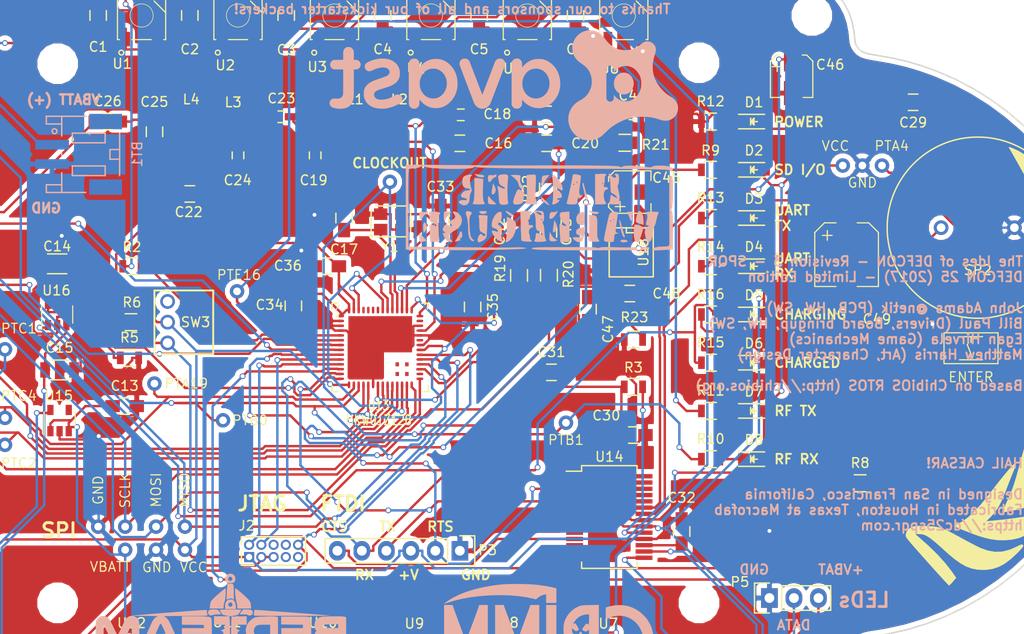
<source format=kicad_pcb>
(kicad_pcb (version 20160815) (host pcbnew "(2016-12-18 revision 3ffa37c)-master")
  (layers (0 F.Cu mixed hide) (31 B.Cu mixed hide) (34 B.Paste user hide) (35 F.Paste user hide) (36 B.SilkS user) (37 F.SilkS user) (38 B.Mask user hide) (39 F.Mask user hide) (44 Edge.Cuts user hide))
  (net 0 "")
  (net 1 "Net-(A1-Pad1)")
  (net 2 "Net-(A1-Pad3)")
  (net 3 "Net-(A1-Pad8)")
  (net 4 "Net-(A1-Pad6)")
  (net 5 "Net-(A1-Pad7)")
  (net 6 "Net-(A1-Pad2)")
  (net 7 "Net-(A1-Pad5)")
  (net 8 "Net-(A1-Pad4)")
  (net 9 GND)
  (net 10 VBAT)
  (net 11 VUSB)
  (net 12 VR_PA)
  (net 13 LEDS_IN)
  (net 14 "Net-(C19-Pad1)")
  (net 15 "Net-(C20-Pad2)")
  (net 16 "Net-(C21-Pad2)")
  (net 17 VCC)
  (net 18 "Net-(C23-Pad1)")
  (net 19 "Net-(C24-Pad1)")
  (net 20 "Net-(C25-Pad1)")
  (net 21 "Net-(C26-Pad1)")
  (net 22 +3V3)
  (net 23 "Net-(D1-Pad1)")
  (net 24 "Net-(D2-Pad1)")
  (net 25 "Net-(D3-Pad1)")
  (net 26 "Net-(D3-Pad2)")
  (net 27 "Net-(D4-Pad2)")
  (net 28 "Net-(D4-Pad1)")
  (net 29 "Net-(D5-Pad1)")
  (net 30 "Net-(D6-Pad2)")
  (net 31 "Net-(D7-Pad1)")
  (net 32 "Net-(D8-Pad1)")
  (net 33 DEBUG_SWD_DIO)
  (net 34 RESET_TGTMCU)
  (net 35 "Net-(J2-Pad8)")
  (net 36 "Net-(J2-Pad6)")
  (net 37 DEBUG_SWD_CLK)
  (net 38 "Net-(J2-Pad9)")
  (net 39 "Net-(J2-Pad7)")
  (net 40 "Net-(L1-Pad1)")
  (net 41 TILTSENS)
  (net 42 "Net-(P2-Pad39)")
  (net 43 "Net-(P2-Pad38)")
  (net 44 "Net-(P2-Pad37)")
  (net 45 "Net-(P2-Pad36)")
  (net 46 PTB0)
  (net 47 "DISP_SDI(MOSI)")
  (net 48 DISP_SCK)
  (net 49 "DISP_SDO(MISO)")
  (net 50 "Net-(P2-Pad31)")
  (net 51 TOUCH_CS)
  (net 52 "Net-(P2-Pad29)")
  (net 53 "Net-(P2-Pad26)")
  (net 54 DISP_DC)
  (net 55 DISP_CS)
  (net 56 "Net-(P2-Pad22)")
  (net 57 "Net-(P2-Pad21)")
  (net 58 "Net-(P2-Pad20)")
  (net 59 "Net-(P2-Pad19)")
  (net 60 "Net-(P2-Pad18)")
  (net 61 "Net-(P2-Pad17)")
  (net 62 "Net-(P2-Pad16)")
  (net 63 "Net-(P2-Pad15)")
  (net 64 "Net-(P2-Pad14)")
  (net 65 "Net-(P2-Pad13)")
  (net 66 "Net-(P2-Pad12)")
  (net 67 "Net-(P2-Pad11)")
  (net 68 "Net-(P2-Pad10)")
  (net 69 "Net-(P2-Pad9)")
  (net 70 "Net-(P2-Pad8)")
  (net 71 "Net-(P2-Pad7)")
  (net 72 "Net-(P2-Pad6)")
  (net 73 "Net-(P2-Pad5)")
  (net 74 "Net-(P2-Pad4)")
  (net 75 "Net-(P2-Pad3)")
  (net 76 "Net-(P3-Pad6)")
  (net 77 UART_RX)
  (net 78 UART_TX)
  (net 79 UART0_CTS)
  (net 80 "Net-(P4-Pad2)")
  (net 81 "Net-(P4-Pad3)")
  (net 82 PWM_SOUND)
  (net 83 "Net-(R2-Pad2)")
  (net 84 "Net-(R3-Pad1)")
  (net 85 "Net-(R5-Pad1)")
  (net 86 RF_RESET)
  (net 87 PTE16)
  (net 88 "Net-(R15-Pad1)")
  (net 89 "Net-(SW2-Pad3)")
  (net 90 "Net-(U1-PadP$2)")
  (net 91 "Net-(U2-PadP$2)")
  (net 92 "Net-(U3-PadP$2)")
  (net 93 "Net-(U4-PadP$2)")
  (net 94 "Net-(U5-PadP$2)")
  (net 95 "Net-(U6-PadP$2)")
  (net 96 "Net-(U7-PadP$2)")
  (net 97 "Net-(U8-PadP$2)")
  (net 98 "Net-(U10-PadP$4)")
  (net 99 "Net-(U10-PadP$2)")
  (net 100 "Net-(U11-PadP$2)")
  (net 101 "Net-(U13-Pad59)")
  (net 102 "Net-(U13-Pad57)")
  (net 103 "Net-(U13-Pad58)")
  (net 104 "Net-(U13-Pad60)")
  (net 105 CLOCKOUT)
  (net 106 "Net-(U13-Pad53)")
  (net 107 "Net-(U13-Pad52)")
  (net 108 "Net-(U13-Pad51)")
  (net 109 "Net-(U13-Pad50)")
  (net 110 "Net-(U13-Pad41)")
  (net 111 "Net-(U13-Pad37)")
  (net 112 "Net-(U13-Pad30)")
  (net 113 "Net-(U14-Pad28)")
  (net 114 "Net-(U14-Pad27)")
  (net 115 "Net-(U14-Pad24)")
  (net 116 "Net-(U14-Pad14)")
  (net 117 "Net-(U14-Pad13)")
  (net 118 "Net-(U14-Pad12)")
  (net 119 "Net-(U14-Pad10)")
  (net 120 "Net-(U14-Pad9)")
  (net 121 "Net-(U14-Pad8)")
  (net 122 "Net-(U14-Pad6)")
  (net 123 "Net-(U14-Pad4)")
  (net 124 "Net-(U14-Pad2)")
  (net 125 "Net-(U15-Pad4)")
  (net 126 "Net-(C17-Pad1)")
  (net 127 "Net-(C33-Pad1)")
  (net 128 "Net-(P5-Pad2)")
  (net 129 "Net-(SW3-Pad3)")
  (net 130 SWENTER)
  (net 131 SWUP)
  (net 132 SWR)
  (net 133 SWL)
  (net 134 SWDN)
  (net 135 "Net-(C49-PadP$2)")
  (net 136 DIO0)
  (net 137 DACOUT)
  (net 138 "Net-(C45-PadP$1)")
  (net 139 "Net-(C44-Pad1)")
  (net 140 "Net-(C47-Pad1)")
  (net 141 "Net-(C46-PadP$1)")
  (net 142 "Net-(C45-PadP$2)")
  (net 143 "Net-(C47-Pad2)")
  (net 144 "Net-(C43-Pad2)")
  (net 145 "Net-(C42-Pad1)")
  (net 146 "Net-(C42-Pad2)")
  (net 147 "Net-(H5-Pad1)")
  (net 148 "Net-(H6-Pad1)")
  (net 149 "Net-(H1-Pad1)")
  (net 150 "Net-(H2-Pad1)")
  (net 151 "Net-(H3-Pad1)")
  (net 152 "Net-(H4-Pad1)")
  (net 153 "Net-(H7-Pad1)")
  (net 154 PTB1)
  (net 155 VCHG)
  (module logos:hw_200dpi (layer B.Cu) (at 164.77 74.092 180)
    (fp_text reference "" (at 0 0 180) (layer B.SilkS) (effects (justify mirror)))
    (fp_text value "" (at 0 0 180) (layer B.SilkS) (effects (justify mirror)))
  )
  (module logos:avast_36_11 (layer B.Cu) (at 161.59 61.992 180)
    (fp_text reference G*** hide)
    (fp_text value LOGO hide)
  )
  (module jna-parts:mkw01z128 (layer F.Cu) (at 148.7778 89.18195)
    (fp_text reference U13 (at -0.17 6.012) (layer F.SilkS) (effects (font (size 1.016 0.762) (thickness 0.127))))
    (fp_text value MKW01Z128 (at -0.17 7.536 -180) (layer F.SilkS) (effects (font (size 1.016 0.762) (thickness 0.127))))
    (pad "" smd rect (at -1.46 1.54) (size 3.6827 3.2385) (layers F.Cu))
    (pad "" smd rect (at 0 -1.37) (size 6.604 3.754) (layers F.Cu))
    (pad 59 smd rect (at 1.7615 2.7501) (size 0.3556 0.4181) (layers F.Cu F.Paste F.Mask) (net 101 "Net-(U13-Pad59)"))
    (pad 57 smd rect (at 1.7615 1.7501) (size 0.3556 0.4181) (layers F.Cu F.Paste F.Mask) (net 102 "Net-(U13-Pad57)"))
    (pad 58 smd rect (at 2.7615 1.7501) (size 0.3556 0.4181) (layers F.Cu F.Paste F.Mask) (net 103 "Net-(U13-Pad58)"))
    (pad 60 smd rect (at 2.7615 2.7501) (size 0.3556 0.4181) (layers F.Cu F.Paste F.Mask) (net 104 "Net-(U13-Pad60)"))
    (pad 56 smd oval (at -3.2385 -3.8778) (size 0.254 0.7112) (layers F.Cu F.Paste F.Mask) (net 17 VCC))
    (pad 55 smd oval (at -2.7386 -3.8778) (size 0.254 0.7112) (layers F.Cu F.Paste F.Mask) (net 17 VCC))
    (pad 54 smd oval (at -2.2387 -3.8778) (size 0.254 0.7112) (layers F.Cu F.Paste F.Mask) (net 105 CLOCKOUT))
    (pad 53 smd oval (at -1.7388 -3.8778) (size 0.254 0.7112) (layers F.Cu F.Paste F.Mask) (net 106 "Net-(U13-Pad53)"))
    (pad 52 smd oval (at -1.2389 -3.8778) (size 0.254 0.7112) (layers F.Cu F.Paste F.Mask) (net 107 "Net-(U13-Pad52)"))
    (pad 51 smd oval (at -0.739 -3.8778) (size 0.254 0.7112) (layers F.Cu F.Paste F.Mask) (net 108 "Net-(U13-Pad51)"))
    (pad 50 smd oval (at -0.2391 -3.8778) (size 0.254 0.7112) (layers F.Cu F.Paste F.Mask) (net 109 "Net-(U13-Pad50)"))
    (pad 49 smd oval (at 0.2608 -3.8778) (size 0.254 0.7112) (layers F.Cu F.Paste F.Mask) (net 136 DIO0))
    (pad 48 smd oval (at 0.7607 -3.8778) (size 0.254 0.7112) (layers F.Cu F.Paste F.Mask) (net 86 RF_RESET))
    (pad 47 smd oval (at 1.2606 -3.8778) (size 0.254 0.7112) (layers F.Cu F.Paste F.Mask) (net 126 "Net-(C17-Pad1)"))
    (pad 46 smd oval (at 1.7605 -3.8778) (size 0.254 0.7112) (layers F.Cu F.Paste F.Mask) (net 127 "Net-(C33-Pad1)"))
    (pad 45 smd oval (at 2.2604 -3.8778) (size 0.254 0.7112) (layers F.Cu F.Paste F.Mask) (net 15 "Net-(C20-Pad2)"))
    (pad 44 smd oval (at 2.7603 -3.8778) (size 0.254 0.7112) (layers F.Cu F.Paste F.Mask) (net 16 "Net-(C21-Pad2)"))
    (pad 43 smd oval (at 3.2602 -3.8778) (size 0.254 0.7112) (layers F.Cu F.Paste F.Mask) (net 17 VCC))
    (pad 15 smd oval (at -3.2385 3.8778) (size 0.254 0.7112) (layers F.Cu F.Paste F.Mask) (net 105 CLOCKOUT))
    (pad 16 smd oval (at -2.7385 3.8778) (size 0.254 0.7112) (layers F.Cu F.Paste F.Mask) (net 131 SWUP))
    (pad 17 smd oval (at -2.2385 3.8778) (size 0.254 0.7112) (layers F.Cu F.Paste F.Mask) (net 46 PTB0))
    (pad 18 smd oval (at -1.7385 3.8778) (size 0.254 0.7112) (layers F.Cu F.Paste F.Mask) (net 154 PTB1))
    (pad 19 smd oval (at -1.2385 3.8778) (size 0.254 0.7112) (layers F.Cu F.Paste F.Mask) (net 17 VCC))
    (pad 20 smd oval (at -0.7385 3.8778) (size 0.254 0.7112) (layers F.Cu F.Paste F.Mask) (net 9 GND))
    (pad 21 smd oval (at -0.2385 3.8778) (size 0.254 0.7112) (layers F.Cu F.Paste F.Mask) (net 82 PWM_SOUND))
    (pad 22 smd oval (at 0.2615 3.8778) (size 0.254 0.7112) (layers F.Cu F.Paste F.Mask) (net 79 UART0_CTS))
    (pad 23 smd oval (at 0.7615 3.8778) (size 0.254 0.7112) (layers F.Cu F.Paste F.Mask) (net 134 SWDN))
    (pad 24 smd oval (at 1.2615 3.8778) (size 0.254 0.7112) (layers F.Cu F.Paste F.Mask) (net 132 SWR))
    (pad 25 smd oval (at 1.7615 3.8778) (size 0.254 0.7112) (layers F.Cu F.Paste F.Mask) (net 133 SWL))
    (pad 26 smd oval (at 2.2615 3.8778) (size 0.254 0.7112) (layers F.Cu F.Paste F.Mask) (net 136 DIO0))
    (pad 27 smd oval (at 2.7615 3.8778) (size 0.254 0.7112) (layers F.Cu F.Paste F.Mask) (net 55 DISP_CS))
    (pad 28 smd oval (at 3.2615 3.8778) (size 0.254 0.7112) (layers F.Cu F.Paste F.Mask) (net 48 DISP_SCK))
    (pad 1 smd oval (at -4.1064 -3.2499) (size 0.7112 0.254) (layers F.Cu F.Paste F.Mask) (net 17 VCC))
    (pad 2 smd oval (at -4.1064 -2.7499) (size 0.7112 0.254) (layers F.Cu F.Paste F.Mask) (net 9 GND))
    (pad 3 smd oval (at -4.1064 -2.2499) (size 0.7112 0.254) (layers F.Cu F.Paste F.Mask) (net 9 GND))
    (pad 4 smd oval (at -4.1064 -1.7499) (size 0.7112 0.254) (layers F.Cu F.Paste F.Mask) (net 9 GND))
    (pad 5 smd oval (at -4.1064 -1.2499) (size 0.7112 0.254) (layers F.Cu F.Paste F.Mask) (net 87 PTE16))
    (pad 6 smd oval (at -4.1064 -0.7499) (size 0.7112 0.254) (layers F.Cu F.Paste F.Mask) (net 13 LEDS_IN))
    (pad 7 smd oval (at -4.1064 -0.2499) (size 0.7112 0.254) (layers F.Cu F.Paste F.Mask) (net 54 DISP_DC))
    (pad 8 smd oval (at -4.1064 0.2501) (size 0.7112 0.254) (layers F.Cu F.Paste F.Mask) (net 51 TOUCH_CS))
    (pad 9 smd oval (at -4.1064 0.7501) (size 0.7112 0.254) (layers F.Cu F.Paste F.Mask) (net 137 DACOUT))
    (pad 10 smd oval (at -4.1064 1.2501) (size 0.7112 0.254) (layers F.Cu F.Paste F.Mask) (net 37 DEBUG_SWD_CLK))
    (pad 11 smd oval (at -4.1064 1.7501) (size 0.7112 0.254) (layers F.Cu F.Paste F.Mask) (net 33 DEBUG_SWD_DIO))
    (pad 12 smd oval (at -4.1064 2.2501) (size 0.7112 0.254) (layers F.Cu F.Paste F.Mask) (net 130 SWENTER))
    (pad 13 smd oval (at -4.1064 2.7501) (size 0.7112 0.254) (layers F.Cu F.Paste F.Mask) (net 78 UART_TX))
    (pad 14 smd oval (at -4.1064 3.2501) (size 0.7112 0.254) (layers F.Cu F.Paste F.Mask) (net 77 UART_RX))
    (pad 42 smd oval (at 4.1064 -3.2499) (size 0.7112 0.254) (layers F.Cu F.Paste F.Mask) (net 12 VR_PA))
    (pad 41 smd oval (at 4.1064 -2.7499) (size 0.7112 0.254) (layers F.Cu F.Paste F.Mask) (net 110 "Net-(U13-Pad41)"))
    (pad 40 smd oval (at 4.1064 -2.2499) (size 0.7112 0.254) (layers F.Cu F.Paste F.Mask) (net 9 GND))
    (pad 39 smd oval (at 4.1064 -1.7499) (size 0.7112 0.254) (layers F.Cu F.Paste F.Mask) (net 40 "Net-(L1-Pad1)"))
    (pad 38 smd oval (at 4.1064 -1.2499) (size 0.7112 0.254) (layers F.Cu F.Paste F.Mask) (net 9 GND))
    (pad 37 smd oval (at 4.1064 -0.7499) (size 0.7112 0.254) (layers F.Cu F.Paste F.Mask) (net 111 "Net-(U13-Pad37)"))
    (pad 36 smd oval (at 4.1064 -0.2499) (size 0.7112 0.254) (layers F.Cu F.Paste F.Mask) (net 9 GND))
    (pad 35 smd oval (at 4.1064 0.2501) (size 0.7112 0.254) (layers F.Cu F.Paste F.Mask) (net 17 VCC))
    (pad 34 smd oval (at 4.1064 0.7501) (size 0.7112 0.254) (layers F.Cu F.Paste F.Mask) (net 47 "DISP_SDI(MOSI)"))
    (pad 33 smd oval (at 4.1064 1.2501) (size 0.7112 0.254) (layers F.Cu F.Paste F.Mask) (net 34 RESET_TGTMCU))
    (pad 32 smd oval (at 4.1064 1.7501) (size 0.7112 0.254) (layers F.Cu F.Paste F.Mask) (net 49 "DISP_SDO(MISO)"))
    (pad 31 smd oval (at 4.1064 2.2501) (size 0.7112 0.254) (layers F.Cu F.Paste F.Mask) (net 86 RF_RESET))
    (pad 30 smd oval (at 4.1064 2.7501) (size 0.7112 0.254) (layers F.Cu F.Paste F.Mask) (net 112 "Net-(U13-Pad30)"))
    (pad 29 smd oval (at 4.1064 3.2501) (size 0.7112 0.254) (layers F.Cu F.Paste F.Mask) (net 41 TILTSENS))
    (pad 61 smd rect (at -1.5 1.4181) (size 2.87 2.87) (layers F.Cu F.Mask))
    (pad 62 smd rect (at 1.45 -1.55) (size 2.72 2.72) (layers F.Cu F.Mask))
  )
  (module Resistors_SMD:R_0805 (layer F.Cu) (at 175.03 88.362 180)
    (fp_text reference R23 (at -0.1 2.3 180) (layer F.SilkS))
    (fp_text value 10k)
    (pad 2 smd rect (at 0.95 0 180) (size 0.7 1.3) (layers F.Cu F.Paste F.Mask) (net 9 GND))
    (pad 1 smd rect (at -0.95 0 180) (size 0.7 1.3) (layers F.Cu F.Paste F.Mask) (net 143 "Net-(C47-Pad2)"))
  )
  (module Capacitors_SMD:C_0805_HandSoldering (layer F.Cu) (at 163.17 77.152 270)
    (fp_text reference C42 (at 0 2 270) (layer F.SilkS))
    (fp_text value 10uF)
    (pad 1 smd rect (at -1.25 0 270) (size 1.5 1.25) (layers F.Cu F.Paste F.Mask) (net 145 "Net-(C42-Pad1)"))
    (pad 2 smd rect (at 1.25 0 270) (size 1.5 1.25) (layers F.Cu F.Paste F.Mask) (net 146 "Net-(C42-Pad2)"))
  )
  (module logos:grimm_600dpi (layer B.Cu) (at 166.15 121.092 180)
    (fp_text reference "" (at 0 0 180) (layer B.SilkS) (effects (justify mirror)))
    (fp_text value "" (at 0 0 180) (layer B.SilkS) (effects (justify mirror)))
  )
  (module logos:redteam_31_40 (layer B.Cu) (at 132.89 118.432 180)
    (fp_text reference "" (at 0 0 180) (layer B.SilkS) (effects (justify mirror)))
    (fp_text value "" (at 0 0 180) (layer B.SilkS) (effects (justify mirror)))
  )
  (module logos:laurel_right (layer F.Cu) (at 215.278 91)
    (fp_text reference "" (at 0 0) (layer F.SilkS))
    (fp_text value "" (at 0 0) (layer F.SilkS))
  )
  (module logos:laurel (layer F.Cu) (at 82.69 91)
    (fp_text reference "" (at 0 0) (layer F.SilkS))
    (fp_text value "" (at 0 0) (layer F.SilkS))
  )
  (module Pin_Headers:Pin_Header_Straight_1x06 (layer F.Cu) (at 157.03 110.262 270)
    (fp_text reference P3 (at -0.064 -2.876) (layer F.SilkS))
    (fp_text value "FTDI BACKUP")
    (pad 6 thru_hole oval (at 0 12.7 270) (size 2.032 1.7272) (drill 1.016) (layers *.Cu *.Mask) (net 76 "Net-(P3-Pad6)"))
    (pad 5 thru_hole oval (at 0 10.16 270) (size 2.032 1.7272) (drill 1.016) (layers *.Cu *.Mask) (net 77 UART_RX))
    (pad 4 thru_hole oval (at 0 7.62 270) (size 2.032 1.7272) (drill 1.016) (layers *.Cu *.Mask) (net 78 UART_TX))
    (pad 3 thru_hole oval (at 0 5.08 270) (size 2.032 1.7272) (drill 1.016) (layers *.Cu *.Mask) (net 17 VCC))
    (pad 2 thru_hole oval (at 0 2.54 270) (size 2.032 1.7272) (drill 1.016) (layers *.Cu *.Mask) (net 79 UART0_CTS))
    (pad 1 thru_hole rect (at 0 0 270) (size 2.032 1.7272) (drill 1.016) (layers *.Cu *.Mask) (net 9 GND))
  )
  (module Measurement_Points:Measurement_Point_Round-TH_Small (layer F.Cu) (at 109.868 99.276)
    (fp_text reference TP7 hide)
    (fp_text value PTC2)
    (pad 1 thru_hole circle (at 0 0) (size 1.5 1.5) (drill 0.8) (layers *.Cu *.Mask) (net 133 SWL))
  )
  (module Measurement_Points:Measurement_Point_Round-TH_Small (layer F.Cu) (at 168.034 96.99)
    (fp_text reference TP14 hide)
    (fp_text value PTB1)
    (pad 1 thru_hole circle (at 0 0) (size 1.5 1.5) (drill 0.8) (layers *.Cu *.Mask) (net 154 PTB1))
  )
  (module Measurement_Points:Measurement_Point_Round-TH_Small (layer F.Cu) (at 133.93 83.362)
    (fp_text reference TP13 hide)
    (fp_text value PTE16)
    (pad 1 thru_hole circle (at 0 0) (size 1.5 1.5) (drill 0.8) (layers *.Cu *.Mask) (net 87 PTE16))
  )
  (module Measurement_Points:Measurement_Point_Round-TH_Small (layer F.Cu) (at 132.474 96.736)
    (fp_text reference TP12 hide)
    (fp_text value PTB0)
    (pad 1 thru_hole circle (at 0 0) (size 1.5 1.5) (drill 0.8) (layers *.Cu *.Mask) (net 46 PTB0))
  )
  (module Measurement_Points:Measurement_Point_Round-TH_Small (layer F.Cu) (at 109.868 89.37)
    (fp_text reference TP11 hide)
    (fp_text value PTC1)
    (pad 1 thru_hole circle (at 0 0) (size 1.5 1.5) (drill 0.8) (layers *.Cu *.Mask) (net 132 SWR))
  )
  (module Measurement_Points:Measurement_Point_Round-TH_Small (layer F.Cu) (at 125.362 92.926)
    (fp_text reference TP6 hide)
    (fp_text value PTA19)
    (pad 1 thru_hole circle (at 0 0) (size 1.5 1.5) (drill 0.8) (layers *.Cu *.Mask) (net 131 SWUP))
  )
  (module Measurement_Points:Measurement_Point_Round-TH_Small (layer F.Cu) (at 109.868 96.482)
    (fp_text reference TP8 hide)
    (fp_text value PTC4)
    (pad 1 thru_hole circle (at 0 0) (size 1.5 1.5) (drill 0.8) (layers *.Cu *.Mask) (net 134 SWDN))
  )
  (module Capacitors_SMD:C_0805_HandSoldering (layer F.Cu) (at 139.77 84.872 90)
    (fp_text reference C34 (at 0.11 -2.46 180) (layer F.SilkS))
    (fp_text value 0.1uF)
    (pad 2 smd rect (at 1.25 0 90) (size 1.5 1.25) (layers F.Cu F.Paste F.Mask) (net 17 VCC))
    (pad 1 smd rect (at -1.25 0 90) (size 1.5 1.25) (layers F.Cu F.Paste F.Mask) (net 9 GND))
  )
  (module Capacitors_SMD:C_0805_HandSoldering (layer F.Cu) (at 158.355 84.987 270)
    (fp_text reference C35 (at 0 -2.1 270) (layer F.SilkS))
    (fp_text value 0.1uF)
    (pad 1 smd rect (at -1.25 0 270) (size 1.5 1.25) (layers F.Cu F.Paste F.Mask) (net 17 VCC))
    (pad 2 smd rect (at 1.25 0 270) (size 1.5 1.25) (layers F.Cu F.Paste F.Mask) (net 9 GND))
  )
  (module Capacitors_SMD:C_0805_HandSoldering (layer F.Cu) (at 143.24 80.762 180)
    (fp_text reference C36 (at 4.04 0.06 180) (layer F.SilkS))
    (fp_text value 0.1uF)
    (pad 2 smd rect (at 1.25 0 180) (size 1.5 1.25) (layers F.Cu F.Paste F.Mask) (net 9 GND))
    (pad 1 smd rect (at -1.25 0 180) (size 1.5 1.25) (layers F.Cu F.Paste F.Mask) (net 17 VCC))
  )
  (module Capacitors_SMD:C_0603_HandSoldering (layer F.Cu) (at 174.93 64.962)
    (fp_text reference C44 (at 0 -1.9) (layer F.SilkS))
    (fp_text value 0.01uF)
    (pad 2 smd rect (at 0.95 0) (size 1.2 0.75) (layers F.Cu F.Paste F.Mask) (net 9 GND))
    (pad 1 smd rect (at -0.95 0) (size 1.2 0.75) (layers F.Cu F.Paste F.Mask) (net 139 "Net-(C44-Pad1)"))
  )
  (module Capacitors_SMD:C_0603_HandSoldering (layer F.Cu) (at 134.03 69.262 270)
    (fp_text reference C24 (at 2.582 0.032) (layer F.SilkS))
    (fp_text value 7.5pF)
    (pad 1 smd rect (at -0.95 0 270) (size 1.2 0.75) (layers F.Cu F.Paste F.Mask) (net 19 "Net-(C24-Pad1)"))
    (pad 2 smd rect (at 0.95 0 270) (size 1.2 0.75) (layers F.Cu F.Paste F.Mask) (net 9 GND))
  )
  (module Capacitors_SMD:C_0603_HandSoldering (layer F.Cu) (at 138.53 65.262)
    (fp_text reference C23 (at 0 -1.9) (layer F.SilkS))
    (fp_text value 6.8pF)
    (pad 2 smd rect (at 0.95 0) (size 1.2 0.75) (layers F.Cu F.Paste F.Mask) (net 14 "Net-(C19-Pad1)"))
    (pad 1 smd rect (at -0.95 0) (size 1.2 0.75) (layers F.Cu F.Paste F.Mask) (net 18 "Net-(C23-Pad1)"))
  )
  (module Capacitors_SMD:C_0603_HandSoldering (layer F.Cu) (at 142.03 69.262 270)
    (fp_text reference C19 (at 2.582 0.158) (layer F.SilkS))
    (fp_text value 2pF)
    (pad 1 smd rect (at -0.95 0 270) (size 1.2 0.75) (layers F.Cu F.Paste F.Mask) (net 14 "Net-(C19-Pad1)"))
    (pad 2 smd rect (at 0.95 0 270) (size 1.2 0.75) (layers F.Cu F.Paste F.Mask) (net 9 GND))
  )
  (module Capacitors_SMD:C_0603_HandSoldering (layer F.Cu) (at 157.13 65.062)
    (fp_text reference C18 (at 3.792 -0.076) (layer F.SilkS))
    (fp_text value 0.01uF)
    (pad 2 smd rect (at 0.95 0) (size 1.2 0.75) (layers F.Cu F.Paste F.Mask) (net 9 GND))
    (pad 1 smd rect (at -0.95 0) (size 1.2 0.75) (layers F.Cu F.Paste F.Mask) (net 12 VR_PA))
  )
  (module Mounting_Holes:MountingHole_3.2mm_M3_DIN965 (layer F.Cu) (at 76.34 89.116)
    (fp_text reference H7 hide)
    (fp_text value CONN_01X01)
    (pad 1 np_thru_hole circle (at 0 0) (size 3.2 3.2) (drill 3.2) (layers *.Cu *.Mask) (net 153 "Net-(H7-Pad1)"))
  )
  (module MF_Connectors:MF_Connectors-MICROUSB-RIGHT (layer B.Cu) (at 187.13 124.062 180)
    (fp_text reference P4 hide)
    (fp_text value CHARGE/CONSOLE (at 0.07 3.43 180) (layer B.SilkS) (effects (font (size 1.016 1.016) (thickness 0.1524)) (justify mirror)))
    (pad 1 smd rect (at -1.29794 1.27) (size 0.39878 1.34874) (layers B.Cu B.Paste B.Mask) (net 11 VUSB) (clearance 0.127))
    (pad 2 smd rect (at -0.6477 1.27) (size 0.39878 1.34874) (layers B.Cu B.Paste B.Mask) (net 80 "Net-(P4-Pad2)") (clearance 0.127))
    (pad 3 smd rect (at 0 1.27) (size 0.39878 1.34874) (layers B.Cu B.Paste B.Mask) (net 81 "Net-(P4-Pad3)") (clearance 0.127))
    (pad 4 smd rect (at 0.6477 1.27) (size 0.39878 1.34874) (layers B.Cu B.Paste B.Mask) (net 9 GND) (clearance 0.127))
    (pad 5 smd rect (at 1.29794 1.27) (size 0.39878 1.34874) (layers B.Cu B.Paste B.Mask) (net 9 GND) (clearance 0.127))
    (pad S1 smd oval (at -3.29946 -1.39954) (size 0.89916 1.59766) (layers B.Cu B.Paste B.Mask) (net 9 GND))
    (pad S2 smd oval (at 3.29946 -1.39954) (size 0.89916 1.59766) (layers B.Cu B.Paste B.Mask) (net 9 GND))
    (pad S3 smd rect (at -3.19786 1.27 90) (size 1.39954 1.59766) (layers B.Cu B.Paste B.Mask) (net 9 GND))
    (pad S4 smd rect (at 3.19786 1.27 90) (size 1.39954 1.59766) (layers B.Cu B.Paste B.Mask) (net 9 GND))
    (pad S5 smd rect (at -1.19888 -1.40462 180) (size 1.89992 1.89992) (layers B.Cu B.Paste B.Mask) (net 9 GND))
    (pad S6 smd rect (at 1.19888 -1.40462 180) (size 1.89992 1.89992) (layers B.Cu B.Paste B.Mask) (net 9 GND))
    (pad S7 smd oval (at -3.29946 -1.39954) (size 0.89916 1.59766) (layers F.Cu F.Mask))
    (pad S8 smd oval (at 3.29946 -1.39954) (size 0.89916 1.59766) (layers F.Cu F.Mask))
    (pad SLOT thru_hole oval (at -3.3 -1.4 180) (size 0.5 1.2) (drill oval 0.5 1.2) (layers *.Cu *.Mask) (clearance 0.000003))
    (pad SLOT thru_hole oval (at 3.3 -1.4 180) (size 0.5 1.2) (drill oval 0.5 1.2) (layers *.Cu *.Mask) (clearance 0.000003))
  )
  (module Capacitors_SMD:C_0805_HandSoldering (layer F.Cu) (at 174.65 83.592 180)
    (fp_text reference C48 (at -3.8 0 180) (layer F.SilkS))
    (fp_text value 10uF)
    (pad 2 smd rect (at 1.25 0 180) (size 1.5 1.25) (layers F.Cu F.Paste F.Mask) (net 9 GND))
    (pad 1 smd rect (at -1.25 0 180) (size 1.5 1.25) (layers F.Cu F.Paste F.Mask) (net 10 VBAT))
  )
  (module Capacitors_SMD:C_0805_HandSoldering (layer F.Cu) (at 170.32 85.212 270)
    (fp_text reference C47 (at 2.08 -2.08 270) (layer F.SilkS))
    (fp_text value .047uF)
    (pad 2 smd rect (at 1.25 0 270) (size 1.5 1.25) (layers F.Cu F.Paste F.Mask) (net 143 "Net-(C47-Pad2)"))
    (pad 1 smd rect (at -1.25 0 270) (size 1.5 1.25) (layers F.Cu F.Paste F.Mask) (net 140 "Net-(C47-Pad1)"))
  )
  (module Capacitors_SMD:C_0805_HandSoldering (layer F.Cu) (at 166.22 77.242 270)
    (fp_text reference C43 (at -0.06 -1.86 270) (layer F.SilkS))
    (fp_text value 10uF)
    (pad 2 smd rect (at 1.25 0 270) (size 1.5 1.25) (layers F.Cu F.Paste F.Mask) (net 144 "Net-(C43-Pad2)"))
    (pad 1 smd rect (at -1.25 0 270) (size 1.5 1.25) (layers F.Cu F.Paste F.Mask) (net 145 "Net-(C42-Pad1)"))
  )
  (module MF_Passives:MF_Passives-CP4MM (layer F.Cu) (at 174.65 73.072 270)
    (fp_text reference C45 (at -1.482 -3.798) (layer F.SilkS) (effects (font (size 1.016 1.016) (thickness 0.1524))))
    (fp_text value 10uF hide)
    (pad P$1 smd rect (at 0 1.74752) (size 2.49936 1.59766) (layers F.Cu F.Paste F.Mask) (net 138 "Net-(C45-PadP$1)"))
    (pad P$2 smd rect (at 0 -1.74752) (size 2.49936 1.59766) (layers F.Cu F.Paste F.Mask) (net 142 "Net-(C45-PadP$2)"))
  )
  (module MF_Passives:MF_Passives-CP4MM (layer F.Cu) (at 191.43 61.062 180)
    (fp_text reference C46 (at -4 1.2 180) (layer F.SilkS) (effects (font (size 1.016 1.016) (thickness 0.1524))))
    (fp_text value 10uF hide)
    (pad P$2 smd rect (at 0 -1.74752 270) (size 2.49936 1.59766) (layers F.Cu F.Paste F.Mask) (net 9 GND))
    (pad P$1 smd rect (at 0 1.74752 270) (size 2.49936 1.59766) (layers F.Cu F.Paste F.Mask) (net 141 "Net-(C46-PadP$1)"))
  )
  (module MF_Passives:MF_Passives-CP6.3MM (layer F.Cu) (at 197.13 79.562 180)
    (fp_text reference C49 (at -3.15 -6.7 180) (layer F.SilkS) (effects (font (size 1.016 1.016) (thickness 0.1524))))
    (fp_text value 100uF hide)
    (pad P$1 smd rect (at 0 2.69748 270) (size 3.19786 1.59766) (layers F.Cu F.Paste F.Mask) (net 140 "Net-(C47-Pad1)"))
    (pad P$2 smd rect (at 0 -2.69748 270) (size 3.19786 1.59766) (layers F.Cu F.Paste F.Mask) (net 135 "Net-(C49-PadP$2)"))
  )
  (module Measurement_Points:Measurement_Point_Round-TH_Small (layer F.Cu) (at 128.53 110.162)
    (fp_text reference TP3 hide)
    (fp_text value VCC)
    (pad 1 thru_hole circle (at 0 0) (size 1.5 1.5) (drill 0.8) (layers *.Cu *.Mask) (net 17 VCC))
  )
  (module Measurement_Points:Measurement_Point_Round-TH_Small (layer F.Cu) (at 128.53 107.762)
    (fp_text reference TP20 hide)
    (fp_text value SPI_CH1_MISO)
    (pad 1 thru_hole circle (at 0 0) (size 1.5 1.5) (drill 0.8) (layers *.Cu *.Mask) (net 49 "DISP_SDO(MISO)"))
  )
  (module Measurement_Points:Measurement_Point_Round-TH_Small (layer F.Cu) (at 125.53 110.162)
    (fp_text reference TP10 hide)
    (fp_text value GND)
    (pad 1 thru_hole circle (at 0 0) (size 1.5 1.5) (drill 0.8) (layers *.Cu *.Mask) (net 9 GND))
  )
  (module Measurement_Points:Measurement_Point_Round-TH_Small (layer F.Cu) (at 196.736 70.32)
    (fp_text reference TP9 hide)
    (fp_text value VCC)
    (pad 1 thru_hole circle (at 0 0) (size 1.5 1.5) (drill 0.8) (layers *.Cu *.Mask) (net 17 VCC))
  )
  (module Measurement_Points:Measurement_Point_Round-TH_Small (layer F.Cu) (at 200.8 70.32)
    (fp_text reference TP1 hide)
    (fp_text value PTA4)
    (pad 1 thru_hole circle (at 0 0) (size 1.5 1.5) (drill 0.8) (layers *.Cu *.Mask) (net 130 SWENTER))
  )
  (module Measurement_Points:Measurement_Point_Round-TH_Small (layer F.Cu) (at 198.768 70.32)
    (fp_text reference TP2 hide)
    (fp_text value GND)
    (pad 1 thru_hole circle (at 0 0) (size 1.5 1.5) (drill 0.8) (layers *.Cu *.Mask) (net 9 GND))
  )
  (module Measurement_Points:Measurement_Point_Round-TH_Small (layer F.Cu) (at 125.53 107.762)
    (fp_text reference TP19 hide)
    (fp_text value SPI_CH1_MOSI)
    (pad 1 thru_hole circle (at 0 0) (size 1.5 1.5) (drill 0.8) (layers *.Cu *.Mask) (net 47 "DISP_SDI(MOSI)"))
  )
  (module Measurement_Points:Measurement_Point_Round-TH_Small (layer F.Cu) (at 122.33 110.162)
    (fp_text reference TP4 hide)
    (fp_text value VBAT)
    (pad 1 thru_hole circle (at 0 0) (size 1.5 1.5) (drill 0.8) (layers *.Cu *.Mask) (net 10 VBAT))
  )
  (module Measurement_Points:Measurement_Point_Round-TH_Small (layer F.Cu) (at 149.78 72.012)
    (fp_text reference TP18 hide)
    (fp_text value CLOCKOUT)
    (pad 1 thru_hole circle (at 0 0) (size 1.5 1.5) (drill 0.8) (layers *.Cu *.Mask) (net 105 CLOCKOUT))
  )
  (module Measurement_Points:Measurement_Point_Round-TH_Small (layer F.Cu) (at 122.33 107.762)
    (fp_text reference TP17 hide)
    (fp_text value SPI_CH1_SCLK)
    (pad 1 thru_hole circle (at 0 0) (size 1.5 1.5) (drill 0.8) (layers *.Cu *.Mask) (net 48 DISP_SCK))
  )
  (module Measurement_Points:Measurement_Point_Round-TH_Small (layer F.Cu) (at 119.53 107.762)
    (fp_text reference TP5 hide)
    (fp_text value GND)
    (pad 1 thru_hole circle (at 0 0) (size 1.5 1.5) (drill 0.8) (layers *.Cu *.Mask) (net 9 GND))
  )
  (module Resistors_SMD:R_0805 (layer F.Cu) (at 163.17 81.712 270)
    (fp_text reference R19 (at -0.73 1.96 270) (layer F.SilkS))
    (fp_text value 1k)
    (pad 1 smd rect (at -0.95 0 270) (size 0.7 1.3) (layers F.Cu F.Paste F.Mask) (net 146 "Net-(C42-Pad2)"))
    (pad 2 smd rect (at 0.95 0 270) (size 0.7 1.3) (layers F.Cu F.Paste F.Mask) (net 82 PWM_SOUND))
  )
  (module Resistors_SMD:R_0805 (layer F.Cu) (at 166.17 72.742 90)
    (fp_text reference R22 (at 0 -2.1 90) (layer F.SilkS))
    (fp_text value 1k)
    (pad 1 smd rect (at -0.95 0 90) (size 0.7 1.3) (layers F.Cu F.Paste F.Mask) (net 139 "Net-(C44-Pad1)"))
    (pad 2 smd rect (at 0.95 0 90) (size 0.7 1.3) (layers F.Cu F.Paste F.Mask) (net 9 GND))
  )
  (module Resistors_SMD:R_0805 (layer F.Cu) (at 174.13 67.962)
    (fp_text reference R21 (at 3.2 0.2) (layer F.SilkS))
    (fp_text value 100k)
    (pad 2 smd rect (at 0.95 0) (size 0.7 1.3) (layers F.Cu F.Paste F.Mask) (net 145 "Net-(C42-Pad1)"))
    (pad 1 smd rect (at -0.95 0) (size 0.7 1.3) (layers F.Cu F.Paste F.Mask) (net 139 "Net-(C44-Pad1)"))
  )
  (module Resistors_SMD:R_0805 (layer F.Cu) (at 166.27 81.692 270)
    (fp_text reference R20 (at -0.1 -2.03 270) (layer F.SilkS))
    (fp_text value 1k)
    (pad 2 smd rect (at 0.95 0 270) (size 0.7 1.3) (layers F.Cu F.Paste F.Mask) (net 137 DACOUT))
    (pad 1 smd rect (at -0.95 0 270) (size 0.7 1.3) (layers F.Cu F.Paste F.Mask) (net 144 "Net-(C43-Pad2)"))
  )
  (module SMD_Packages:SOIC-8-N (layer F.Cu) (at 174.8 79.322 270)
    (fp_text reference U18 (at 0 -1.27 270) (layer F.SilkS))
    (fp_text value LM386)
    (pad 1 smd rect (at -1.905 3.175 270) (size 0.508 1.143) (layers F.Cu F.Paste F.Mask) (net 138 "Net-(C45-PadP$1)"))
    (pad 2 smd rect (at -0.635 3.175 270) (size 0.508 1.143) (layers F.Cu F.Paste F.Mask) (net 9 GND))
    (pad 3 smd rect (at 0.635 3.175 270) (size 0.508 1.143) (layers F.Cu F.Paste F.Mask) (net 139 "Net-(C44-Pad1)"))
    (pad 4 smd rect (at 1.905 3.175 270) (size 0.508 1.143) (layers F.Cu F.Paste F.Mask) (net 9 GND))
    (pad 5 smd rect (at 1.905 -3.175 270) (size 0.508 1.143) (layers F.Cu F.Paste F.Mask) (net 140 "Net-(C47-Pad1)"))
    (pad 6 smd rect (at 0.635 -3.175 270) (size 0.508 1.143) (layers F.Cu F.Paste F.Mask) (net 10 VBAT))
    (pad 7 smd rect (at -0.635 -3.175 270) (size 0.508 1.143) (layers F.Cu F.Paste F.Mask) (net 141 "Net-(C46-PadP$1)"))
    (pad 8 smd rect (at -1.905 -3.175 270) (size 0.508 1.143) (layers F.Cu F.Paste F.Mask) (net 142 "Net-(C45-PadP$2)"))
  )
  (module jna-parts:SPEAKER_AST_01708MR_R (layer F.Cu) (at 210.73 76.762)
    (fp_text reference SP2 (at 0 4.4) (layer F.SilkS))
    (fp_text value "MODEL TBD")
    (pad 1 thru_hole circle (at -3.8 0) (size 1.524 1.524) (drill 0.9) (layers *.Cu *.Mask) (net 135 "Net-(C49-PadP$2)"))
    (pad 2 thru_hole circle (at 3.8 0) (size 1.524 1.524) (drill 0.9) (layers *.Cu *.Mask) (net 9 GND))
  )
  (module jna-parts:Crystal_EXS00A-CS02368 (layer F.Cu) (at 149.93 76.162)
    (fp_text reference Y1 (at -0.15 2.6) (layer F.SilkS))
    (fp_text value EXS00A-CS02368)
    (pad 4 smd rect (at -1.1 -0.8) (size 1.4 1.2) (layers F.Cu F.Paste F.Mask) (net 9 GND))
    (pad 3 smd rect (at 1.1 -0.8) (size 1.4 1.2) (layers F.Cu F.Paste F.Mask) (net 127 "Net-(C33-Pad1)"))
    (pad 2 smd rect (at 1.1 0.8) (size 1.4 1.2) (layers F.Cu F.Paste F.Mask) (net 9 GND))
    (pad 1 smd rect (at -1.1 0.8) (size 1.4 1.2) (layers F.Cu F.Paste F.Mask) (net 126 "Net-(C17-Pad1)"))
  )
  (module jna-parts:Antenna_Wurth_7488910092 (layer F.Cu) (at 89.53 69.362 180)
    (fp_text reference A1 (at 0 4.5 180) (layer F.SilkS))
    (fp_text value 7488910092_ANTENNA)
    (pad 1 smd rect (at 5.1 -1.9 180) (size 0.5 1) (layers F.Cu F.Paste F.Mask) (net 1 "Net-(A1-Pad1)"))
    (pad 3 smd rect (at 5.1 1.9 180) (size 0.5 1) (layers F.Cu F.Paste F.Mask) (net 2 "Net-(A1-Pad3)"))
    (pad 8 smd rect (at -5.1 1.9 180) (size 0.5 1) (layers F.Cu F.Paste F.Mask) (net 3 "Net-(A1-Pad8)"))
    (pad 6 smd rect (at -5.1 -1.9 180) (size 0.5 1) (layers F.Cu F.Paste F.Mask) (net 4 "Net-(A1-Pad6)"))
    (pad 7 smd rect (at -5.1 0 180) (size 0.5 1) (layers F.Cu F.Paste F.Mask) (net 5 "Net-(A1-Pad7)"))
    (pad 2 smd rect (at 5.1 0 180) (size 0.5 1) (layers F.Cu F.Paste F.Mask) (net 6 "Net-(A1-Pad2)"))
    (pad 5 smd rect (at 0 1.9 180) (size 0.5 1) (layers F.Cu F.Paste F.Mask) (net 7 "Net-(A1-Pad5)"))
    (pad 4 smd rect (at 0 -1.9 180) (size 0.5 1) (layers F.Cu F.Paste F.Mask) (net 8 "Net-(A1-Pad4)"))
  )
  (module Connectors_JST:JST_PH_S2B-PH-SM4-TB_02x2.00mm_Angled (layer B.Cu) (at 117.53 69.162 270)
    (fp_text reference BT1 (at -0.02 -6.06 90) (layer B.SilkS) (effects (justify mirror)))
    (fp_text value "Battery 3.7v 1200mAh")
    (pad "" smd rect (at 3.4 -2.775 270) (size 1.6 3.4) (layers B.Cu B.Paste B.Mask))
    (pad "" smd rect (at -3.4 -2.775 270) (size 1.6 3.4) (layers B.Cu B.Paste B.Mask))
    (pad 2 smd rect (at 1 2.775 270) (size 1 3.5) (layers B.Cu B.Paste B.Mask) (net 9 GND))
    (pad 1 smd rect (at -1 2.775 270) (size 1 3.5) (layers B.Cu B.Paste B.Mask) (net 155 VCHG))
  )
  (module Pin_Headers:Pin_Header_Straight_2x05_Pitch1.27mm (layer F.Cu) (at 135.18 110.912 90)
    (fp_text reference J2 (at 3.25 -0.25) (layer F.SilkS))
    (fp_text value JTAG)
    (pad 2 thru_hole circle (at 1.27 0 90) (size 1.05 1.05) (drill 0.65) (layers *.Cu *.Mask) (net 33 DEBUG_SWD_DIO))
    (pad 10 thru_hole circle (at 1.27 5.08 90) (size 1.05 1.05) (drill 0.65) (layers *.Cu *.Mask) (net 34 RESET_TGTMCU))
    (pad 8 thru_hole circle (at 1.27 3.81 90) (size 1.05 1.05) (drill 0.65) (layers *.Cu *.Mask) (net 35 "Net-(J2-Pad8)"))
    (pad 6 thru_hole circle (at 1.27 2.54 90) (size 1.05 1.05) (drill 0.65) (layers *.Cu *.Mask) (net 36 "Net-(J2-Pad6)"))
    (pad 4 thru_hole circle (at 1.27 1.27 90) (size 1.05 1.05) (drill 0.65) (layers *.Cu *.Mask) (net 37 DEBUG_SWD_CLK))
    (pad 9 thru_hole circle (at 0 5.08 90) (size 1.05 1.05) (drill 0.65) (layers *.Cu *.Mask) (net 38 "Net-(J2-Pad9)"))
    (pad 7 thru_hole circle (at 0 3.81 90) (size 1.05 1.05) (drill 0.65) (layers *.Cu *.Mask) (net 39 "Net-(J2-Pad7)"))
    (pad 5 thru_hole circle (at 0 2.54 90) (size 1.05 1.05) (drill 0.65) (layers *.Cu *.Mask) (net 9 GND))
    (pad 3 thru_hole circle (at 0 1.27 90) (size 1.05 1.05) (drill 0.65) (layers *.Cu *.Mask) (net 9 GND))
    (pad 1 thru_hole rect (at 0 0 90) (size 1.05 1.05) (drill 0.65) (layers *.Cu *.Mask) (net 17 VCC))
  )
  (module jna-parts:IDC_HEADER_FEMALE (layer F.Cu) (at 104.4 111.9 90)
    (fp_text reference P2 hide)
    (fp_text value CONN_02X20)
    (pad 40 thru_hole oval (at 48.26 2.54 90) (size 1.7272 1.7272) (drill 1.016) (layers *.Cu *.Mask F.SilkS) (net 9 GND))
    (pad 39 thru_hole oval (at 48.26 0 90) (size 1.7272 1.7272) (drill 1.016) (layers *.Cu *.Mask F.SilkS) (net 42 "Net-(P2-Pad39)"))
    (pad 38 thru_hole oval (at 45.72 2.54 90) (size 1.7272 1.7272) (drill 1.016) (layers *.Cu *.Mask F.SilkS) (net 43 "Net-(P2-Pad38)"))
    (pad 37 thru_hole oval (at 45.72 0 90) (size 1.7272 1.7272) (drill 1.016) (layers *.Cu *.Mask F.SilkS) (net 44 "Net-(P2-Pad37)"))
    (pad 36 thru_hole oval (at 43.18 2.54 90) (size 1.7272 1.7272) (drill 1.016) (layers *.Cu *.Mask F.SilkS) (net 45 "Net-(P2-Pad36)"))
    (pad 35 thru_hole oval (at 43.18 0 90) (size 1.7272 1.7272) (drill 1.016) (layers *.Cu *.Mask F.SilkS) (net 46 PTB0))
    (pad 34 thru_hole oval (at 40.64 2.54 90) (size 1.7272 1.7272) (drill 1.016) (layers *.Cu *.Mask F.SilkS) (net 47 "DISP_SDI(MOSI)"))
    (pad 33 thru_hole oval (at 40.64 0 90) (size 1.7272 1.7272) (drill 1.016) (layers *.Cu *.Mask F.SilkS) (net 48 DISP_SCK))
    (pad 32 thru_hole oval (at 38.1 2.54 90) (size 1.7272 1.7272) (drill 1.016) (layers *.Cu *.Mask F.SilkS) (net 49 "DISP_SDO(MISO)"))
    (pad 31 thru_hole oval (at 38.1 0 90) (size 1.7272 1.7272) (drill 1.016) (layers *.Cu *.Mask F.SilkS) (net 50 "Net-(P2-Pad31)"))
    (pad 30 thru_hole oval (at 35.56 2.54 90) (size 1.7272 1.7272) (drill 1.016) (layers *.Cu *.Mask F.SilkS) (net 51 TOUCH_CS))
    (pad 29 thru_hole oval (at 35.56 0 90) (size 1.7272 1.7272) (drill 1.016) (layers *.Cu *.Mask F.SilkS) (net 52 "Net-(P2-Pad29)"))
    (pad 28 thru_hole oval (at 33.02 2.54 90) (size 1.7272 1.7272) (drill 1.016) (layers *.Cu *.Mask F.SilkS) (net 49 "DISP_SDO(MISO)"))
    (pad 27 thru_hole oval (at 33.02 0 90) (size 1.7272 1.7272) (drill 1.016) (layers *.Cu *.Mask F.SilkS) (net 47 "DISP_SDI(MOSI)"))
    (pad 26 thru_hole oval (at 30.48 2.54 90) (size 1.7272 1.7272) (drill 1.016) (layers *.Cu *.Mask F.SilkS) (net 53 "Net-(P2-Pad26)"))
    (pad 25 thru_hole oval (at 30.48 0 90) (size 1.7272 1.7272) (drill 1.016) (layers *.Cu *.Mask F.SilkS) (net 54 DISP_DC))
    (pad 24 thru_hole oval (at 27.94 2.54 90) (size 1.7272 1.7272) (drill 1.016) (layers *.Cu *.Mask F.SilkS) (net 48 DISP_SCK))
    (pad 23 thru_hole oval (at 27.94 0 90) (size 1.7272 1.7272) (drill 1.016) (layers *.Cu *.Mask F.SilkS) (net 55 DISP_CS))
    (pad 22 thru_hole oval (at 25.4 2.54 90) (size 1.7272 1.7272) (drill 1.016) (layers *.Cu *.Mask F.SilkS) (net 56 "Net-(P2-Pad22)"))
    (pad 21 thru_hole oval (at 25.4 0 90) (size 1.7272 1.7272) (drill 1.016) (layers *.Cu *.Mask F.SilkS) (net 57 "Net-(P2-Pad21)"))
    (pad 20 thru_hole oval (at 22.86 2.54 90) (size 1.7272 1.7272) (drill 1.016) (layers *.Cu *.Mask F.SilkS) (net 58 "Net-(P2-Pad20)"))
    (pad 19 thru_hole oval (at 22.86 0 90) (size 1.7272 1.7272) (drill 1.016) (layers *.Cu *.Mask F.SilkS) (net 59 "Net-(P2-Pad19)"))
    (pad 18 thru_hole oval (at 20.32 2.54 90) (size 1.7272 1.7272) (drill 1.016) (layers *.Cu *.Mask F.SilkS) (net 60 "Net-(P2-Pad18)"))
    (pad 17 thru_hole oval (at 20.32 0 90) (size 1.7272 1.7272) (drill 1.016) (layers *.Cu *.Mask F.SilkS) (net 61 "Net-(P2-Pad17)"))
    (pad 16 thru_hole oval (at 17.78 2.54 90) (size 1.7272 1.7272) (drill 1.016) (layers *.Cu *.Mask F.SilkS) (net 62 "Net-(P2-Pad16)"))
    (pad 15 thru_hole oval (at 17.78 0 90) (size 1.7272 1.7272) (drill 1.016) (layers *.Cu *.Mask F.SilkS) (net 63 "Net-(P2-Pad15)"))
    (pad 14 thru_hole oval (at 15.24 2.54 90) (size 1.7272 1.7272) (drill 1.016) (layers *.Cu *.Mask F.SilkS) (net 64 "Net-(P2-Pad14)"))
    (pad 13 thru_hole oval (at 15.24 0 90) (size 1.7272 1.7272) (drill 1.016) (layers *.Cu *.Mask F.SilkS) (net 65 "Net-(P2-Pad13)"))
    (pad 12 thru_hole oval (at 12.7 2.54 90) (size 1.7272 1.7272) (drill 1.016) (layers *.Cu *.Mask F.SilkS) (net 66 "Net-(P2-Pad12)"))
    (pad 11 thru_hole oval (at 12.7 0 90) (size 1.7272 1.7272) (drill 1.016) (layers *.Cu *.Mask F.SilkS) (net 67 "Net-(P2-Pad11)"))
    (pad 10 thru_hole oval (at 10.16 2.54 90) (size 1.7272 1.7272) (drill 1.016) (layers *.Cu *.Mask F.SilkS) (net 68 "Net-(P2-Pad10)"))
    (pad 9 thru_hole oval (at 10.16 0 90) (size 1.7272 1.7272) (drill 1.016) (layers *.Cu *.Mask F.SilkS) (net 69 "Net-(P2-Pad9)"))
    (pad 8 thru_hole oval (at 7.62 2.54 90) (size 1.7272 1.7272) (drill 1.016) (layers *.Cu *.Mask F.SilkS) (net 70 "Net-(P2-Pad8)"))
    (pad 7 thru_hole oval (at 7.62 0 90) (size 1.7272 1.7272) (drill 1.016) (layers *.Cu *.Mask F.SilkS) (net 71 "Net-(P2-Pad7)"))
    (pad 6 thru_hole oval (at 5.08 2.54 90) (size 1.7272 1.7272) (drill 1.016) (layers *.Cu *.Mask F.SilkS) (net 72 "Net-(P2-Pad6)"))
    (pad 5 thru_hole oval (at 5.08 0 90) (size 1.7272 1.7272) (drill 1.016) (layers *.Cu *.Mask F.SilkS) (net 73 "Net-(P2-Pad5)"))
    (pad 4 thru_hole oval (at 2.54 2.54 90) (size 1.7272 1.7272) (drill 1.016) (layers *.Cu *.Mask F.SilkS) (net 74 "Net-(P2-Pad4)"))
    (pad 3 thru_hole oval (at 2.54 0 90) (size 1.7272 1.7272) (drill 1.016) (layers *.Cu *.Mask F.SilkS) (net 75 "Net-(P2-Pad3)"))
    (pad 2 thru_hole oval (at 0 2.54 90) (size 1.7272 1.7272) (drill 1.016) (layers *.Cu *.Mask F.SilkS) (net 17 VCC))
    (pad 1 thru_hole rect (at 0 0 90) (size 1.7272 1.7272) (drill 1.016) (layers *.Cu *.Mask F.SilkS) (net 9 GND))
  )
  (module Buttons_Switches_SMD:SW_SPDT_PCM12 (layer B.Cu) (at 107.28 123.762 180)
    (fp_text reference SW2 (at -1.5 3.175 180) (layer B.SilkS) (effects (justify mirror)))
    (fp_text value POWERON)
    (pad "" smd rect (at -3.65 0.775 180) (size 1 0.8) (layers B.Cu B.Paste B.Mask))
    (pad "" smd rect (at 3.65 0.775 180) (size 1 0.8) (layers B.Cu B.Paste B.Mask))
    (pad "" smd rect (at 3.65 -1.425 180) (size 1 0.8) (layers B.Cu B.Paste B.Mask))
    (pad "" smd rect (at -3.65 -1.425 180) (size 1 0.8) (layers B.Cu B.Paste B.Mask))
    (pad 3 smd rect (at 2.25 1.425 180) (size 0.7 1.5) (layers B.Cu B.Paste B.Mask) (net 89 "Net-(SW2-Pad3)"))
    (pad 2 smd rect (at 0.75 1.425 180) (size 0.7 1.5) (layers B.Cu B.Paste B.Mask) (net 10 VBAT))
    (pad 1 smd rect (at -2.25 1.425 180) (size 0.7 1.5) (layers B.Cu B.Paste B.Mask) (net 155 VCHG))
    (pad "" np_thru_hole circle (at 1.5 -0.325 180) (size 0.9 0.9) (drill 0.9) (layers *.Cu *.Mask))
    (pad "" np_thru_hole circle (at -1.5 -0.325 180) (size 0.9 0.9) (drill 0.9) (layers *.Cu *.Mask))
  )
  (module Housings_SSOP:SSOP-28_5.3x10.2mm_Pitch0.65mm (layer F.Cu) (at 172.53 106.762)
    (fp_text reference U14 (at 0 -6.25) (layer F.SilkS))
    (fp_text value "FT232RL SSOP")
    (pad 28 smd rect (at 3.6 -4.225) (size 1.75 0.45) (layers F.Cu F.Paste F.Mask) (net 113 "Net-(U14-Pad28)"))
    (pad 27 smd rect (at 3.6 -3.575) (size 1.75 0.45) (layers F.Cu F.Paste F.Mask) (net 114 "Net-(U14-Pad27)"))
    (pad 26 smd rect (at 3.6 -2.925) (size 1.75 0.45) (layers F.Cu F.Paste F.Mask) (net 9 GND))
    (pad 25 smd rect (at 3.6 -2.275) (size 1.75 0.45) (layers F.Cu F.Paste F.Mask) (net 9 GND))
    (pad 24 smd rect (at 3.6 -1.625) (size 1.75 0.45) (layers F.Cu F.Paste F.Mask) (net 115 "Net-(U14-Pad24)"))
    (pad 23 smd rect (at 3.6 -0.975) (size 1.75 0.45) (layers F.Cu F.Paste F.Mask) (net 25 "Net-(D3-Pad1)"))
    (pad 22 smd rect (at 3.6 -0.325) (size 1.75 0.45) (layers F.Cu F.Paste F.Mask) (net 28 "Net-(D4-Pad1)"))
    (pad 21 smd rect (at 3.6 0.325) (size 1.75 0.45) (layers F.Cu F.Paste F.Mask) (net 9 GND))
    (pad 20 smd rect (at 3.6 0.975) (size 1.75 0.45) (layers F.Cu F.Paste F.Mask) (net 11 VUSB))
    (pad 19 smd rect (at 3.6 1.625) (size 1.75 0.45) (layers F.Cu F.Paste F.Mask) (net 84 "Net-(R3-Pad1)"))
    (pad 18 smd rect (at 3.6 2.275) (size 1.75 0.45) (layers F.Cu F.Paste F.Mask) (net 9 GND))
    (pad 17 smd rect (at 3.6 2.925) (size 1.75 0.45) (layers F.Cu F.Paste F.Mask) (net 22 +3V3))
    (pad 16 smd rect (at 3.6 3.575) (size 1.75 0.45) (layers F.Cu F.Paste F.Mask) (net 80 "Net-(P4-Pad2)"))
    (pad 15 smd rect (at 3.6 4.225) (size 1.75 0.45) (layers F.Cu F.Paste F.Mask) (net 81 "Net-(P4-Pad3)"))
    (pad 14 smd rect (at -3.6 4.225) (size 1.75 0.45) (layers F.Cu F.Paste F.Mask) (net 116 "Net-(U14-Pad14)"))
    (pad 13 smd rect (at -3.6 3.575) (size 1.75 0.45) (layers F.Cu F.Paste F.Mask) (net 117 "Net-(U14-Pad13)"))
    (pad 12 smd rect (at -3.6 2.925) (size 1.75 0.45) (layers F.Cu F.Paste F.Mask) (net 118 "Net-(U14-Pad12)"))
    (pad 11 smd rect (at -3.6 2.275) (size 1.75 0.45) (layers F.Cu F.Paste F.Mask) (net 76 "Net-(P3-Pad6)"))
    (pad 10 smd rect (at -3.6 1.625) (size 1.75 0.45) (layers F.Cu F.Paste F.Mask) (net 119 "Net-(U14-Pad10)"))
    (pad 9 smd rect (at -3.6 0.975) (size 1.75 0.45) (layers F.Cu F.Paste F.Mask) (net 120 "Net-(U14-Pad9)"))
    (pad 8 smd rect (at -3.6 0.325) (size 1.75 0.45) (layers F.Cu F.Paste F.Mask) (net 121 "Net-(U14-Pad8)"))
    (pad 7 smd rect (at -3.6 -0.325) (size 1.75 0.45) (layers F.Cu F.Paste F.Mask) (net 9 GND))
    (pad 6 smd rect (at -3.6 -0.975) (size 1.75 0.45) (layers F.Cu F.Paste F.Mask) (net 122 "Net-(U14-Pad6)"))
    (pad 5 smd rect (at -3.6 -1.625) (size 1.75 0.45) (layers F.Cu F.Paste F.Mask) (net 78 UART_TX))
    (pad 4 smd rect (at -3.6 -2.275) (size 1.75 0.45) (layers F.Cu F.Paste F.Mask) (net 123 "Net-(U14-Pad4)"))
    (pad 3 smd rect (at -3.6 -2.925) (size 1.75 0.45) (layers F.Cu F.Paste F.Mask) (net 79 UART0_CTS))
    (pad 2 smd rect (at -3.6 -3.575) (size 1.75 0.45) (layers F.Cu F.Paste F.Mask) (net 124 "Net-(U14-Pad2)"))
    (pad 1 smd rect (at -3.6 -4.225) (size 1.75 0.45) (layers F.Cu F.Paste F.Mask) (net 77 UART_RX))
  )
  (module TO_SOT_Packages_SMD:SOT-23-5 (layer F.Cu) (at 115.53 96.762 90)
    (fp_text reference U15 (at 2.566 -0.074 180) (layer F.SilkS))
    (fp_text value MF-REG-SOT235-3.3V-300mA)
    (pad 1 smd rect (at -1.1 -0.95 90) (size 1.06 0.65) (layers F.Cu F.Paste F.Mask) (net 10 VBAT))
    (pad 2 smd rect (at -1.1 0 90) (size 1.06 0.65) (layers F.Cu F.Paste F.Mask) (net 9 GND))
    (pad 3 smd rect (at -1.1 0.95 90) (size 1.06 0.65) (layers F.Cu F.Paste F.Mask) (net 10 VBAT))
    (pad 4 smd rect (at 1.1 0.95 90) (size 1.06 0.65) (layers F.Cu F.Paste F.Mask) (net 125 "Net-(U15-Pad4)"))
    (pad 5 smd rect (at 1.1 -0.95 90) (size 1.06 0.65) (layers F.Cu F.Paste F.Mask) (net 17 VCC))
  )
  (module TO_SOT_Packages_SMD:SOT-23-5 (layer F.Cu) (at 115.28 85.762 90)
    (fp_text reference U16 (at 2.488 -0.078 180) (layer F.SilkS))
    (fp_text value MCP73831T-2ACI/OT)
    (pad 5 smd rect (at 1.1 -0.95 90) (size 1.06 0.65) (layers F.Cu F.Paste F.Mask) (net 85 "Net-(R5-Pad1)"))
    (pad 4 smd rect (at 1.1 0.95 90) (size 1.06 0.65) (layers F.Cu F.Paste F.Mask) (net 11 VUSB))
    (pad 3 smd rect (at -1.1 0.95 90) (size 1.06 0.65) (layers F.Cu F.Paste F.Mask) (net 155 VCHG))
    (pad 2 smd rect (at -1.1 0 90) (size 1.06 0.65) (layers F.Cu F.Paste F.Mask) (net 9 GND))
    (pad 1 smd rect (at -1.1 -0.95 90) (size 1.06 0.65) (layers F.Cu F.Paste F.Mask) (net 88 "Net-(R15-Pad1)"))
  )
  (module Capacitors_SMD:C_0805_HandSoldering (layer F.Cu) (at 119.53 54.762 90)
    (fp_text reference C1 (at -3.25 0 180) (layer F.SilkS))
    (fp_text value 0.1uF)
    (pad 2 smd rect (at 1.25 0 90) (size 1.5 1.25) (layers F.Cu F.Paste F.Mask) (net 9 GND))
    (pad 1 smd rect (at -1.25 0 90) (size 1.5 1.25) (layers F.Cu F.Paste F.Mask) (net 10 VBAT))
  )
  (module Capacitors_SMD:C_0805_HandSoldering (layer F.Cu) (at 129.03 54.762 90)
    (fp_text reference C2 (at -3.5 0 180) (layer F.SilkS))
    (fp_text value 0.1uF)
    (pad 1 smd rect (at -1.25 0 90) (size 1.5 1.25) (layers F.Cu F.Paste F.Mask) (net 10 VBAT))
    (pad 2 smd rect (at 1.25 0 90) (size 1.5 1.25) (layers F.Cu F.Paste F.Mask) (net 9 GND))
  )
  (module Capacitors_SMD:C_0805_HandSoldering (layer F.Cu) (at 139.03 54.762 90)
    (fp_text reference C3 (at -3.556 0 180) (layer F.SilkS))
    (fp_text value 0.1uF)
    (pad 1 smd rect (at -1.25 0 90) (size 1.5 1.25) (layers F.Cu F.Paste F.Mask) (net 10 VBAT))
    (pad 2 smd rect (at 1.25 0 90) (size 1.5 1.25) (layers F.Cu F.Paste F.Mask) (net 9 GND))
  )
  (module Capacitors_SMD:C_0805_HandSoldering (layer F.Cu) (at 149.03 54.762 90)
    (fp_text reference C4 (at -3.5 0 180) (layer F.SilkS))
    (fp_text value 0.1uF)
    (pad 2 smd rect (at 1.25 0 90) (size 1.5 1.25) (layers F.Cu F.Paste F.Mask) (net 9 GND))
    (pad 1 smd rect (at -1.25 0 90) (size 1.5 1.25) (layers F.Cu F.Paste F.Mask) (net 10 VBAT))
  )
  (module Capacitors_SMD:C_0805_HandSoldering (layer F.Cu) (at 159.03 54.762 90)
    (fp_text reference C5 (at -3.5 0 180) (layer F.SilkS))
    (fp_text value 0.1uF)
    (pad 1 smd rect (at -1.25 0 90) (size 1.5 1.25) (layers F.Cu F.Paste F.Mask) (net 10 VBAT))
    (pad 2 smd rect (at 1.25 0 90) (size 1.5 1.25) (layers F.Cu F.Paste F.Mask) (net 9 GND))
  )
  (module Capacitors_SMD:C_0805_HandSoldering (layer F.Cu) (at 169.03 54.762 90)
    (fp_text reference C6 (at -3.5 0 180) (layer F.SilkS))
    (fp_text value 0.1uF)
    (pad 2 smd rect (at 1.25 0 90) (size 1.5 1.25) (layers F.Cu F.Paste F.Mask) (net 9 GND))
    (pad 1 smd rect (at -1.25 0 90) (size 1.5 1.25) (layers F.Cu F.Paste F.Mask) (net 10 VBAT))
  )
  (module Capacitors_SMD:C_0805_HandSoldering (layer F.Cu) (at 169.03 122.262 90)
    (fp_text reference C7 (at -3.5 0 180) (layer F.SilkS))
    (fp_text value 0.1uF)
    (pad 1 smd rect (at -1.25 0 90) (size 1.5 1.25) (layers F.Cu F.Paste F.Mask) (net 10 VBAT))
    (pad 2 smd rect (at 1.25 0 90) (size 1.5 1.25) (layers F.Cu F.Paste F.Mask) (net 9 GND))
  )
  (module Capacitors_SMD:C_0805_HandSoldering (layer F.Cu) (at 159.03 122.262 90)
    (fp_text reference C8 (at -3.5 0 180) (layer F.SilkS))
    (fp_text value 0.1uF)
    (pad 2 smd rect (at 1.25 0 90) (size 1.5 1.25) (layers F.Cu F.Paste F.Mask) (net 9 GND))
    (pad 1 smd rect (at -1.25 0 90) (size 1.5 1.25) (layers F.Cu F.Paste F.Mask) (net 10 VBAT))
  )
  (module Capacitors_SMD:C_0805_HandSoldering (layer F.Cu) (at 149.03 122.262 90)
    (fp_text reference C9 (at -3.5 0 180) (layer F.SilkS))
    (fp_text value 0.1uF)
    (pad 1 smd rect (at -1.25 0 90) (size 1.5 1.25) (layers F.Cu F.Paste F.Mask) (net 10 VBAT))
    (pad 2 smd rect (at 1.25 0 90) (size 1.5 1.25) (layers F.Cu F.Paste F.Mask) (net 9 GND))
  )
  (module Capacitors_SMD:C_0805_HandSoldering (layer F.Cu) (at 139.03 122.512 90)
    (fp_text reference C10 (at -3.25 0 180) (layer F.SilkS))
    (fp_text value 0.1uF)
    (pad 2 smd rect (at 1.25 0 90) (size 1.5 1.25) (layers F.Cu F.Paste F.Mask) (net 9 GND))
    (pad 1 smd rect (at -1.25 0 90) (size 1.5 1.25) (layers F.Cu F.Paste F.Mask) (net 10 VBAT))
  )
  (module Capacitors_SMD:C_0805_HandSoldering (layer F.Cu) (at 128.93 122.562 90)
    (fp_text reference C11 (at -3.2 0 180) (layer F.SilkS))
    (fp_text value 0.1uF)
    (pad 1 smd rect (at -1.25 0 90) (size 1.5 1.25) (layers F.Cu F.Paste F.Mask) (net 10 VBAT))
    (pad 2 smd rect (at 1.25 0 90) (size 1.5 1.25) (layers F.Cu F.Paste F.Mask) (net 9 GND))
  )
  (module Capacitors_SMD:C_0805_HandSoldering (layer F.Cu) (at 119.53 122.262 90)
    (fp_text reference C12 (at -3.5 0 180) (layer F.SilkS))
    (fp_text value 0.1uF)
    (pad 2 smd rect (at 1.25 0 90) (size 1.5 1.25) (layers F.Cu F.Paste F.Mask) (net 9 GND))
    (pad 1 smd rect (at -1.25 0 90) (size 1.5 1.25) (layers F.Cu F.Paste F.Mask) (net 10 VBAT))
  )
  (module Capacitors_SMD:C_0805_HandSoldering (layer F.Cu) (at 122.28 95.262)
    (fp_text reference C13 (at 0 -2.1) (layer F.SilkS))
    (fp_text value 1uF)
    (pad 2 smd rect (at 1.25 0) (size 1.5 1.25) (layers F.Cu F.Paste F.Mask) (net 9 GND))
    (pad 1 smd rect (at -1.25 0) (size 1.5 1.25) (layers F.Cu F.Paste F.Mask) (net 10 VBAT))
  )
  (module Capacitors_SMD:C_1206 (layer F.Cu) (at 115.28 80.512 180)
    (fp_text reference C14 (at 0 1.81 180) (layer F.SilkS))
    (fp_text value 10uF)
    (pad 2 smd rect (at 1.5 0 180) (size 1 1.6) (layers F.Cu F.Paste F.Mask) (net 9 GND))
    (pad 1 smd rect (at -1.5 0 180) (size 1 1.6) (layers F.Cu F.Paste F.Mask) (net 11 VUSB))
  )
  (module Capacitors_SMD:C_1206 (layer F.Cu) (at 115.53 91.512)
    (fp_text reference C15 (at 0 -2.3) (layer F.SilkS))
    (fp_text value 10uF)
    (pad 1 smd rect (at -1.5 0) (size 1 1.6) (layers F.Cu F.Paste F.Mask) (net 155 VCHG))
    (pad 2 smd rect (at 1.5 0) (size 1 1.6) (layers F.Cu F.Paste F.Mask) (net 9 GND))
  )
  (module Capacitors_SMD:C_0805_HandSoldering (layer F.Cu) (at 157.03 68.012)
    (fp_text reference C16 (at 4 0) (layer F.SilkS))
    (fp_text value 220pF)
    (pad 2 smd rect (at 1.25 0) (size 1.5 1.25) (layers F.Cu F.Paste F.Mask) (net 9 GND))
    (pad 1 smd rect (at -1.25 0) (size 1.5 1.25) (layers F.Cu F.Paste F.Mask) (net 12 VR_PA))
  )
  (module Capacitors_SMD:C_0805_HandSoldering (layer F.Cu) (at 145.03 75.762 90)
    (fp_text reference C17 (at -3.25 0 180) (layer F.SilkS))
    (fp_text value 11pF)
    (pad 2 smd rect (at 1.25 0 90) (size 1.5 1.25) (layers F.Cu F.Paste F.Mask) (net 9 GND))
    (pad 1 smd rect (at -1.25 0 90) (size 1.5 1.25) (layers F.Cu F.Paste F.Mask) (net 126 "Net-(C17-Pad1)"))
  )
  (module Capacitors_SMD:C_0805_HandSoldering (layer F.Cu) (at 166.03 68.012)
    (fp_text reference C20 (at 4 0) (layer F.SilkS))
    (fp_text value 0.1uF)
    (pad 2 smd rect (at 1.25 0) (size 1.5 1.25) (layers F.Cu F.Paste F.Mask) (net 15 "Net-(C20-Pad2)"))
    (pad 1 smd rect (at -1.25 0) (size 1.5 1.25) (layers F.Cu F.Paste F.Mask) (net 9 GND))
  )
  (module Capacitors_SMD:C_0805_HandSoldering (layer F.Cu) (at 166.03 65.012)
    (fp_text reference C21 (at 4 0) (layer F.SilkS))
    (fp_text value 0.1uF)
    (pad 1 smd rect (at -1.25 0) (size 1.5 1.25) (layers F.Cu F.Paste F.Mask) (net 9 GND))
    (pad 2 smd rect (at 1.25 0) (size 1.5 1.25) (layers F.Cu F.Paste F.Mask) (net 16 "Net-(C21-Pad2)"))
  )
  (module Capacitors_SMD:C_0805_HandSoldering (layer F.Cu) (at 129.03 73.262)
    (fp_text reference C22 (at -0.112 1.884) (layer F.SilkS))
    (fp_text value 0.1uF)
    (pad 2 smd rect (at 1.25 0) (size 1.5 1.25) (layers F.Cu F.Paste F.Mask) (net 9 GND))
    (pad 1 smd rect (at -1.25 0) (size 1.5 1.25) (layers F.Cu F.Paste F.Mask) (net 17 VCC))
  )
  (module Capacitors_SMD:C_0805_HandSoldering (layer F.Cu) (at 125.37 66.822 270)
    (fp_text reference C25 (at -3.106 0.014) (layer F.SilkS))
    (fp_text value 5.6pF)
    (pad 2 smd rect (at 1.25 0 270) (size 1.5 1.25) (layers F.Cu F.Paste F.Mask) (net 9 GND))
    (pad 1 smd rect (at -1.25 0 270) (size 1.5 1.25) (layers F.Cu F.Paste F.Mask) (net 20 "Net-(C25-Pad1)"))
  )
  (module Capacitors_SMD:C_0805_HandSoldering (layer F.Cu) (at 120.53 65.762)
    (fp_text reference C26 (at 0 -2.1) (layer F.SilkS))
    (fp_text value 100pF)
    (pad 1 smd rect (at -1.25 0) (size 1.5 1.25) (layers F.Cu F.Paste F.Mask) (net 21 "Net-(C26-Pad1)"))
    (pad 2 smd rect (at 1.25 0) (size 1.5 1.25) (layers F.Cu F.Paste F.Mask) (net 20 "Net-(C25-Pad1)"))
  )
  (module Capacitors_SMD:C_0805_HandSoldering (layer F.Cu) (at 98.03 76.762 270)
    (fp_text reference C27 (at 0 -2.1 270) (layer F.SilkS))
    (fp_text value 1.2pF)
    (pad 2 smd rect (at 1.25 0 270) (size 1.5 1.25) (layers F.Cu F.Paste F.Mask) (net 9 GND))
    (pad 1 smd rect (at -1.25 0 270) (size 1.5 1.25) (layers F.Cu F.Paste F.Mask) (net 21 "Net-(C26-Pad1)"))
  )
  (module Capacitors_SMD:C_0805_HandSoldering (layer F.Cu) (at 84.53 76.262 270)
    (fp_text reference C28 (at 0 -2.1 270) (layer F.SilkS))
    (fp_text value 3.3pF)
    (pad 1 smd rect (at -1.25 0 270) (size 1.5 1.25) (layers F.Cu F.Paste F.Mask) (net 6 "Net-(A1-Pad2)"))
    (pad 2 smd rect (at 1.25 0 270) (size 1.5 1.25) (layers F.Cu F.Paste F.Mask) (net 9 GND))
  )
  (module Capacitors_SMD:C_0805_HandSoldering (layer F.Cu) (at 204.03 63.762 180)
    (fp_text reference C29 (at 0 -2.1 180) (layer F.SilkS))
    (fp_text value 1uF)
    (pad 2 smd rect (at 1.25 0 180) (size 1.5 1.25) (layers F.Cu F.Paste F.Mask) (net 9 GND))
    (pad 1 smd rect (at -1.25 0 180) (size 1.5 1.25) (layers F.Cu F.Paste F.Mask) (net 17 VCC))
  )
  (module Capacitors_SMD:C_0805_HandSoldering (layer F.Cu) (at 175.03 98.262)
    (fp_text reference C30 (at -2.81 -2.03) (layer F.SilkS))
    (fp_text value 0.1uF)
    (pad 2 smd rect (at 1.25 0) (size 1.5 1.25) (layers F.Cu F.Paste F.Mask) (net 9 GND))
    (pad 1 smd rect (at -1.25 0) (size 1.5 1.25) (layers F.Cu F.Paste F.Mask) (net 11 VUSB))
  )
  (module Capacitors_SMD:C_0805_HandSoldering (layer F.Cu) (at 166.53 91.762)
    (fp_text reference C31 (at 0 -2.1) (layer F.SilkS))
    (fp_text value 10uF)
    (pad 2 smd rect (at 1.25 0) (size 1.5 1.25) (layers F.Cu F.Paste F.Mask) (net 9 GND))
    (pad 1 smd rect (at -1.25 0) (size 1.5 1.25) (layers F.Cu F.Paste F.Mask) (net 11 VUSB))
  )
  (module Capacitors_SMD:C_0805_HandSoldering (layer F.Cu) (at 180.03 108.262 90)
    (fp_text reference C32 (at 3.5 0 180) (layer F.SilkS))
    (fp_text value 0.1uF)
    (pad 1 smd rect (at -1.25 0 90) (size 1.5 1.25) (layers F.Cu F.Paste F.Mask) (net 22 +3V3))
    (pad 2 smd rect (at 1.25 0 90) (size 1.5 1.25) (layers F.Cu F.Paste F.Mask) (net 9 GND))
  )
  (module Capacitors_SMD:C_0805_HandSoldering (layer F.Cu) (at 155.03 75.762 90)
    (fp_text reference C33 (at 3.25 0 -180) (layer F.SilkS))
    (fp_text value 11pF)
    (pad 1 smd rect (at -1.25 0 90) (size 1.5 1.25) (layers F.Cu F.Paste F.Mask) (net 127 "Net-(C33-Pad1)"))
    (pad 2 smd rect (at 1.25 0 90) (size 1.5 1.25) (layers F.Cu F.Paste F.Mask) (net 9 GND))
  )
  (module LEDs:LED_0805 (layer F.Cu) (at 187.53 65.762)
    (fp_text reference D1 (at 0 -2) (layer F.SilkS))
    (fp_text value "RED PWROK")
    (pad 2 smd rect (at 1.04902 0 180) (size 1.19888 1.19888) (layers F.Cu F.Paste F.Mask) (net 17 VCC))
    (pad 1 smd rect (at -1.04902 0 180) (size 1.19888 1.19888) (layers F.Cu F.Paste F.Mask) (net 23 "Net-(D1-Pad1)"))
  )
  (module LEDs:LED_0805 (layer F.Cu) (at 187.53 70.762)
    (fp_text reference D2 (at 0 -2) (layer F.SilkS))
    (fp_text value "GREEN SDIO")
    (pad 2 smd rect (at 1.04902 0 180) (size 1.19888 1.19888) (layers F.Cu F.Paste F.Mask) (net 17 VCC))
    (pad 1 smd rect (at -1.04902 0 180) (size 1.19888 1.19888) (layers F.Cu F.Paste F.Mask) (net 24 "Net-(D2-Pad1)"))
  )
  (module LEDs:LED_0805 (layer F.Cu) (at 187.53 75.762)
    (fp_text reference D3 (at 0 -2) (layer F.SilkS))
    (fp_text value "RED UTX")
    (pad 2 smd rect (at 1.04902 0 180) (size 1.19888 1.19888) (layers F.Cu F.Paste F.Mask) (net 26 "Net-(D3-Pad2)"))
    (pad 1 smd rect (at -1.04902 0 180) (size 1.19888 1.19888) (layers F.Cu F.Paste F.Mask) (net 25 "Net-(D3-Pad1)"))
  )
  (module LEDs:LED_0805 (layer F.Cu) (at 187.53 80.762)
    (fp_text reference D4 (at 0 -2) (layer F.SilkS))
    (fp_text value "GREEN URX")
    (pad 1 smd rect (at -1.04902 0 180) (size 1.19888 1.19888) (layers F.Cu F.Paste F.Mask) (net 28 "Net-(D4-Pad1)"))
    (pad 2 smd rect (at 1.04902 0 180) (size 1.19888 1.19888) (layers F.Cu F.Paste F.Mask) (net 27 "Net-(D4-Pad2)"))
  )
  (module LEDs:LED_0805 (layer F.Cu) (at 187.53 85.762)
    (fp_text reference D5 (at 0 -2) (layer F.SilkS))
    (fp_text value "RED (CHARGING)")
    (pad 1 smd rect (at -1.04902 0 180) (size 1.19888 1.19888) (layers F.Cu F.Paste F.Mask) (net 29 "Net-(D5-Pad1)"))
    (pad 2 smd rect (at 1.04902 0 180) (size 1.19888 1.19888) (layers F.Cu F.Paste F.Mask) (net 11 VUSB))
  )
  (module LEDs:LED_0805 (layer F.Cu) (at 187.53 90.762)
    (fp_text reference D6 (at 0 -2) (layer F.SilkS))
    (fp_text value "GRN (DONE)")
    (pad 2 smd rect (at 1.04902 0 180) (size 1.19888 1.19888) (layers F.Cu F.Paste F.Mask) (net 30 "Net-(D6-Pad2)"))
    (pad 1 smd rect (at -1.04902 0 180) (size 1.19888 1.19888) (layers F.Cu F.Paste F.Mask) (net 9 GND))
  )
  (module LEDs:LED_0805 (layer F.Cu) (at 187.53 95.762)
    (fp_text reference D7 (at 0 -2) (layer F.SilkS))
    (fp_text value "RED RFTX")
    (pad 1 smd rect (at -1.04902 0 180) (size 1.19888 1.19888) (layers F.Cu F.Paste F.Mask) (net 31 "Net-(D7-Pad1)"))
    (pad 2 smd rect (at 1.04902 0 180) (size 1.19888 1.19888) (layers F.Cu F.Paste F.Mask) (net 17 VCC))
  )
  (module LEDs:LED_0805 (layer F.Cu) (at 187.53 100.762)
    (fp_text reference D8 (at 0 -2) (layer F.SilkS))
    (fp_text value "GRN RFRX")
    (pad 1 smd rect (at -1.04902 0 180) (size 1.19888 1.19888) (layers F.Cu F.Paste F.Mask) (net 32 "Net-(D8-Pad1)"))
    (pad 2 smd rect (at 1.04902 0 180) (size 1.19888 1.19888) (layers F.Cu F.Paste F.Mask) (net 17 VCC))
  )
  (module Mounting_Holes:MountingHole_3.2mm_M3_DIN965 (layer F.Cu) (at 115.33 59.762)
    (fp_text reference H1 hide)
    (fp_text value CONN_01X01)
    (pad 1 np_thru_hole circle (at 0 0) (size 3.2 3.2) (drill 3.2) (layers *.Cu *.Mask) (net 149 "Net-(H1-Pad1)"))
  )
  (module Mounting_Holes:MountingHole_3.2mm_M3_DIN965 (layer F.Cu) (at 181.83 59.662)
    (fp_text reference H2 hide)
    (fp_text value CONN_01X01)
    (pad 1 np_thru_hole circle (at 0 0) (size 3.2 3.2) (drill 3.2) (layers *.Cu *.Mask) (net 150 "Net-(H2-Pad1)"))
  )
  (module Mounting_Holes:MountingHole_3.2mm_M3_DIN965 (layer F.Cu) (at 115.33 115.662)
    (fp_text reference H3 hide)
    (fp_text value CONN_01X01)
    (pad 1 np_thru_hole circle (at 0 0) (size 3.2 3.2) (drill 3.2) (layers *.Cu *.Mask) (net 151 "Net-(H3-Pad1)"))
  )
  (module Mounting_Holes:MountingHole_3.2mm_M3_DIN965 (layer F.Cu) (at 181.83 115.662)
    (fp_text reference H4 hide)
    (fp_text value CONN_01X01)
    (pad 1 np_thru_hole circle (at 0 0) (size 3.2 3.2) (drill 3.2) (layers *.Cu *.Mask) (net 152 "Net-(H4-Pad1)"))
  )
  (module Mounting_Holes:MountingHole_3.2mm_M3_DIN965 (layer F.Cu) (at 104.53 54.762)
    (fp_text reference H5 hide)
    (fp_text value CONN_01X01)
    (pad 1 np_thru_hole circle (at 0 0) (size 3.2 3.2) (drill 3.2) (layers *.Cu *.Mask) (net 147 "Net-(H5-Pad1)"))
  )
  (module Mounting_Holes:MountingHole_3.2mm_M3_DIN965 (layer F.Cu) (at 193.53 54.762)
    (fp_text reference H6 hide)
    (fp_text value CONN_01X01)
    (pad 1 np_thru_hole circle (at 0 0) (size 3.2 3.2) (drill 3.2) (layers *.Cu *.Mask) (net 148 "Net-(H6-Pad1)"))
  )
  (module Inductors_NEOSID:Neosid_Inductor_SM0603CG (layer F.Cu) (at 146.28 65.512 90)
    (fp_text reference L1 (at 2.05 -0.09 180) (layer F.SilkS))
    (fp_text value 4.7nH)
    (pad 2 smd rect (at 0.70104 0 90) (size 0.59944 1.19888) (layers F.Cu F.Paste F.Mask) (net 14 "Net-(C19-Pad1)"))
    (pad 1 smd rect (at -0.70104 0 90) (size 0.59944 1.19888) (layers F.Cu F.Paste F.Mask) (net 40 "Net-(L1-Pad1)"))
  )
  (module Inductors_NEOSID:Neosid_Inductor_SM0603CG (layer F.Cu) (at 150.78 65.512 90)
    (fp_text reference L2 (at 2.05 -0.018 180) (layer F.SilkS))
    (fp_text value 33nH)
    (pad 1 smd rect (at -0.70104 0 90) (size 0.59944 1.19888) (layers F.Cu F.Paste F.Mask) (net 12 VR_PA))
    (pad 2 smd rect (at 0.70104 0 90) (size 0.59944 1.19888) (layers F.Cu F.Paste F.Mask) (net 14 "Net-(C19-Pad1)"))
  )
  (module Inductors_NEOSID:Neosid_Inductor_SM0603CG (layer F.Cu) (at 133.53 65.262 180)
    (fp_text reference L3 (at 0 1.5 180) (layer F.SilkS))
    (fp_text value "0.0068 uH")
    (pad 2 smd rect (at 0.70104 0 180) (size 0.59944 1.19888) (layers F.Cu F.Paste F.Mask) (net 19 "Net-(C24-Pad1)"))
    (pad 1 smd rect (at -0.70104 0 180) (size 0.59944 1.19888) (layers F.Cu F.Paste F.Mask) (net 18 "Net-(C23-Pad1)"))
  )
  (module Inductors_NEOSID:Neosid_Inductor_SM0603CG (layer F.Cu) (at 129.03 65.262 180)
    (fp_text reference L4 (at -0.142 1.8 180) (layer F.SilkS))
    (fp_text value "0.0068 uH")
    (pad 1 smd rect (at -0.70104 0 180) (size 0.59944 1.19888) (layers F.Cu F.Paste F.Mask) (net 19 "Net-(C24-Pad1)"))
    (pad 2 smd rect (at 0.70104 0 180) (size 0.59944 1.19888) (layers F.Cu F.Paste F.Mask) (net 20 "Net-(C25-Pad1)"))
  )
  (module Inductors_NEOSID:Neosid_Inductor_SM0603CG (layer F.Cu) (at 92.03 75.762 90)
    (fp_text reference L5 (at 0.09906 -2.30124 90) (layer F.SilkS))
    (fp_text value 15nH)
    (pad 1 smd rect (at -0.70104 0 90) (size 0.59944 1.19888) (layers F.Cu F.Paste F.Mask) (net 21 "Net-(C26-Pad1)"))
    (pad 2 smd rect (at 0.70104 0 90) (size 0.59944 1.19888) (layers F.Cu F.Paste F.Mask) (net 6 "Net-(A1-Pad2)"))
  )
  (module Pin_Headers:Pin_Header_Straight_1x03 (layer F.Cu) (at 189.13 115.162 90)
    (fp_text reference P5 (at 1.662 -3.062 180) (layer F.SilkS))
    (fp_text value "LED OUT (DNP)")
    (pad 3 thru_hole oval (at 0 5.08 90) (size 2.032 1.7272) (drill 1.016) (layers *.Cu *.Mask) (net 10 VBAT))
    (pad 2 thru_hole oval (at 0 2.54 90) (size 2.032 1.7272) (drill 1.016) (layers *.Cu *.Mask) (net 128 "Net-(P5-Pad2)"))
    (pad 1 thru_hole rect (at 0 0 90) (size 2.032 1.7272) (drill 1.016) (layers *.Cu *.Mask) (net 9 GND))
  )
  (module Resistors_SMD:R_0805 (layer F.Cu) (at 123.03 80.762 180)
    (fp_text reference R2 (at 0 2 180) (layer F.SilkS))
    (fp_text value 100)
    (pad 2 smd rect (at 0.95 0 180) (size 0.7 1.3) (layers F.Cu F.Paste F.Mask) (net 83 "Net-(R2-Pad2)"))
    (pad 1 smd rect (at -0.95 0 180) (size 0.7 1.3) (layers F.Cu F.Paste F.Mask) (net 13 LEDS_IN))
  )
  (module Resistors_SMD:R_0805 (layer F.Cu) (at 175.03 93.262 180)
    (fp_text reference R3 (at 0 2 180) (layer F.SilkS))
    (fp_text value 10k)
    (pad 1 smd rect (at -0.95 0 180) (size 0.7 1.3) (layers F.Cu F.Paste F.Mask) (net 84 "Net-(R3-Pad1)"))
    (pad 2 smd rect (at 0.95 0 180) (size 0.7 1.3) (layers F.Cu F.Paste F.Mask) (net 11 VUSB))
  )
  (module Resistors_SMD:R_0805 (layer F.Cu) (at 122.78 90.262)
    (fp_text reference R5 (at 0 -2.1) (layer F.SilkS))
    (fp_text value 2k)
    (pad 1 smd rect (at -0.95 0) (size 0.7 1.3) (layers F.Cu F.Paste F.Mask) (net 85 "Net-(R5-Pad1)"))
    (pad 2 smd rect (at 0.95 0) (size 0.7 1.3) (layers F.Cu F.Paste F.Mask) (net 9 GND))
  )
  (module Resistors_SMD:R_0805 (layer F.Cu) (at 122.93 86.562)
    (fp_text reference R6 (at 0.1 -2.05) (layer F.SilkS))
    (fp_text value 10k)
    (pad 1 smd rect (at -0.95 0) (size 0.7 1.3) (layers F.Cu F.Paste F.Mask) (net 41 TILTSENS))
    (pad 2 smd rect (at 0.95 0) (size 0.7 1.3) (layers F.Cu F.Paste F.Mask) (net 9 GND))
  )
  (module Resistors_SMD:R_0805 (layer F.Cu) (at 198.53 103.262)
    (fp_text reference R8 (at 0 -2.1) (layer F.SilkS))
    (fp_text value 10K)
    (pad 1 smd rect (at -0.95 0) (size 0.7 1.3) (layers F.Cu F.Paste F.Mask) (net 17 VCC))
    (pad 2 smd rect (at 0.95 0) (size 0.7 1.3) (layers F.Cu F.Paste F.Mask) (net 33 DEBUG_SWD_DIO))
  )
  (module Resistors_SMD:R_0805 (layer F.Cu) (at 183.03 70.762)
    (fp_text reference R9 (at 0 -2) (layer F.SilkS))
    (fp_text value 220)
    (pad 2 smd rect (at 0.95 0) (size 0.7 1.3) (layers F.Cu F.Paste F.Mask) (net 24 "Net-(D2-Pad1)"))
    (pad 1 smd rect (at -0.95 0) (size 0.7 1.3) (layers F.Cu F.Paste F.Mask) (net 46 PTB0))
  )
  (module Resistors_SMD:R_0805 (layer F.Cu) (at 183.03 100.762)
    (fp_text reference R10 (at 0 -2.1) (layer F.SilkS))
    (fp_text value 220)
    (pad 2 smd rect (at 0.95 0) (size 0.7 1.3) (layers F.Cu F.Paste F.Mask) (net 32 "Net-(D8-Pad1)"))
    (pad 1 smd rect (at -0.95 0) (size 0.7 1.3) (layers F.Cu F.Paste F.Mask) (net 154 PTB1))
  )
  (module Resistors_SMD:R_0805 (layer F.Cu) (at 183.03 95.762)
    (fp_text reference R11 (at 0 -2.1) (layer F.SilkS))
    (fp_text value 220)
    (pad 2 smd rect (at 0.95 0) (size 0.7 1.3) (layers F.Cu F.Paste F.Mask) (net 31 "Net-(D7-Pad1)"))
    (pad 1 smd rect (at -0.95 0) (size 0.7 1.3) (layers F.Cu F.Paste F.Mask) (net 87 PTE16))
  )
  (module Resistors_SMD:R_0805 (layer F.Cu) (at 183.03 65.762)
    (fp_text reference R12 (at 0 -2.1) (layer F.SilkS))
    (fp_text value 220)
    (pad 2 smd rect (at 0.95 0) (size 0.7 1.3) (layers F.Cu F.Paste F.Mask) (net 23 "Net-(D1-Pad1)"))
    (pad 1 smd rect (at -0.95 0) (size 0.7 1.3) (layers F.Cu F.Paste F.Mask) (net 9 GND))
  )
  (module Resistors_SMD:R_0805 (layer F.Cu) (at 183.03 75.762)
    (fp_text reference R13 (at 0 -2.1) (layer F.SilkS))
    (fp_text value 1k)
    (pad 2 smd rect (at 0.95 0) (size 0.7 1.3) (layers F.Cu F.Paste F.Mask) (net 26 "Net-(D3-Pad2)"))
    (pad 1 smd rect (at -0.95 0) (size 0.7 1.3) (layers F.Cu F.Paste F.Mask) (net 11 VUSB))
  )
  (module Resistors_SMD:R_0805 (layer F.Cu) (at 183.03 80.762 180)
    (fp_text reference R14 (at 0 2 180) (layer F.SilkS))
    (fp_text value 1k)
    (pad 1 smd rect (at -0.95 0 180) (size 0.7 1.3) (layers F.Cu F.Paste F.Mask) (net 11 VUSB))
    (pad 2 smd rect (at 0.95 0 180) (size 0.7 1.3) (layers F.Cu F.Paste F.Mask) (net 27 "Net-(D4-Pad2)"))
  )
  (module Resistors_SMD:R_0805 (layer F.Cu) (at 183.03 90.762)
    (fp_text reference R15 (at 0 -2.1) (layer F.SilkS))
    (fp_text value 1k)
    (pad 2 smd rect (at 0.95 0) (size 0.7 1.3) (layers F.Cu F.Paste F.Mask) (net 30 "Net-(D6-Pad2)"))
    (pad 1 smd rect (at -0.95 0) (size 0.7 1.3) (layers F.Cu F.Paste F.Mask) (net 88 "Net-(R15-Pad1)"))
  )
  (module Resistors_SMD:R_0805 (layer F.Cu) (at 183.03 85.762)
    (fp_text reference R16 (at 0 -2.1) (layer F.SilkS))
    (fp_text value 1k)
    (pad 1 smd rect (at -0.95 0) (size 0.7 1.3) (layers F.Cu F.Paste F.Mask) (net 29 "Net-(D5-Pad1)"))
    (pad 2 smd rect (at 0.95 0) (size 0.7 1.3) (layers F.Cu F.Paste F.Mask) (net 88 "Net-(R15-Pad1)"))
  )
  (module MF_Switches:MF_Switches-TACT4.2MM (layer F.Cu) (at 115.28 122.762 90)
    (fp_text reference SW1 hide)
    (fp_text value RESET (at 0.54 -4.97 180) (layer F.SilkS) (effects (font (size 1.016 1.016) (thickness 0.1524))))
    (pad P$4 smd rect (at 2.07264 1.07442 180) (size 0.6477 1.04902) (layers F.Cu F.Paste F.Mask) (net 34 RESET_TGTMCU))
    (pad P$3 smd rect (at -2.07264 1.07442 180) (size 0.6477 1.04902) (layers F.Cu F.Paste F.Mask) (net 34 RESET_TGTMCU))
    (pad P$2 smd rect (at 2.07264 -1.07442 180) (size 0.6477 1.04902) (layers F.Cu F.Paste F.Mask) (net 9 GND))
    (pad P$1 smd rect (at -2.07264 -1.07442 180) (size 0.6477 1.04902) (layers F.Cu F.Paste F.Mask) (net 9 GND))
  )
  (module jna-parts:TM1000 (layer F.Cu) (at 126.73 86.562 90)
    (fp_text reference SW3 (at 0 2.9 180) (layer F.SilkS))
    (fp_text value TM1000)
    (pad 1 thru_hole circle (at -2.15 0 90) (size 1.524 1.524) (drill 1) (layers *.Cu *.Mask) (net 41 TILTSENS))
    (pad 2 thru_hole circle (at 0 0 90) (size 1.524 1.524) (drill 1) (layers *.Cu *.Mask) (net 17 VCC))
    (pad 3 thru_hole circle (at 2.15 0 90) (size 1.524 1.524) (drill 1) (layers *.Cu *.Mask) (net 129 "Net-(SW3-Pad3)"))
  )
  (module MF_Switches:MF_Switches-TACT4.2MM (layer F.Cu) (at 88.852 84.074)
    (fp_text reference SW4 hide)
    (fp_text value UP hide)
    (pad P$1 smd rect (at -2.07264 -1.07442 90) (size 0.6477 1.04902) (layers F.Cu F.Paste F.Mask) (net 9 GND))
    (pad P$2 smd rect (at 2.07264 -1.07442 90) (size 0.6477 1.04902) (layers F.Cu F.Paste F.Mask) (net 9 GND))
    (pad P$3 smd rect (at -2.07264 1.07442 90) (size 0.6477 1.04902) (layers F.Cu F.Paste F.Mask) (net 131 SWUP))
    (pad P$4 smd rect (at 2.07264 1.07442 90) (size 0.6477 1.04902) (layers F.Cu F.Paste F.Mask) (net 131 SWUP))
  )
  (module MF_Switches:MF_Switches-TACT4.2MM (layer F.Cu) (at 88.852 93.726)
    (fp_text reference SW5 hide)
    (fp_text value DN hide)
    (pad P$4 smd rect (at 2.07264 1.07442 90) (size 0.6477 1.04902) (layers F.Cu F.Paste F.Mask) (net 134 SWDN))
    (pad P$3 smd rect (at -2.07264 1.07442 90) (size 0.6477 1.04902) (layers F.Cu F.Paste F.Mask) (net 134 SWDN))
    (pad P$2 smd rect (at 2.07264 -1.07442 90) (size 0.6477 1.04902) (layers F.Cu F.Paste F.Mask) (net 9 GND))
    (pad P$1 smd rect (at -2.07264 -1.07442 90) (size 0.6477 1.04902) (layers F.Cu F.Paste F.Mask) (net 9 GND))
  )
  (module MF_Switches:MF_Switches-TACT4.2MM (layer F.Cu) (at 83.264 89.154)
    (fp_text reference SW6 hide)
    (fp_text value LEFT hide)
    (pad P$1 smd rect (at -2.07264 -1.07442 90) (size 0.6477 1.04902) (layers F.Cu F.Paste F.Mask) (net 9 GND))
    (pad P$2 smd rect (at 2.07264 -1.07442 90) (size 0.6477 1.04902) (layers F.Cu F.Paste F.Mask) (net 9 GND))
    (pad P$3 smd rect (at -2.07264 1.07442 90) (size 0.6477 1.04902) (layers F.Cu F.Paste F.Mask) (net 133 SWL))
    (pad P$4 smd rect (at 2.07264 1.07442 90) (size 0.6477 1.04902) (layers F.Cu F.Paste F.Mask) (net 133 SWL))
  )
  (module MF_Switches:MF_Switches-TACT4.2MM (layer F.Cu) (at 94.186 89.154)
    (fp_text reference SW7 hide)
    (fp_text value RIGHT hide)
    (pad P$4 smd rect (at 2.07264 1.07442 90) (size 0.6477 1.04902) (layers F.Cu F.Paste F.Mask) (net 132 SWR))
    (pad P$3 smd rect (at -2.07264 1.07442 90) (size 0.6477 1.04902) (layers F.Cu F.Paste F.Mask) (net 132 SWR))
    (pad P$2 smd rect (at 2.07264 -1.07442 90) (size 0.6477 1.04902) (layers F.Cu F.Paste F.Mask) (net 9 GND))
    (pad P$1 smd rect (at -2.07264 -1.07442 90) (size 0.6477 1.04902) (layers F.Cu F.Paste F.Mask) (net 9 GND))
  )
  (module MF_Switches:MF_Switches-TACT4.2MM (layer F.Cu) (at 210.03 89.262)
    (fp_text reference SW8 hide)
    (fp_text value ENTER (at 0 3) (layer F.SilkS) (effects (font (size 1.016 1.016) (thickness 0.127))))
    (pad P$1 smd rect (at -2.07264 -1.07442 90) (size 0.6477 1.04902) (layers F.Cu F.Paste F.Mask) (net 130 SWENTER))
    (pad P$2 smd rect (at 2.07264 -1.07442 90) (size 0.6477 1.04902) (layers F.Cu F.Paste F.Mask) (net 130 SWENTER))
    (pad P$3 smd rect (at -2.07264 1.07442 90) (size 0.6477 1.04902) (layers F.Cu F.Paste F.Mask) (net 9 GND))
    (pad P$4 smd rect (at 2.07264 1.07442 90) (size 0.6477 1.04902) (layers F.Cu F.Paste F.Mask) (net 9 GND))
  )
  (module MF_LEDs:MF_LEDs-WS2812B (layer F.Cu) (at 124.03 54.762 90)
    (fp_text reference U1 (at -5 -2 180) (layer F.SilkS) (effects (font (size 1.016 1.016) (thickness 0.1524))))
    (fp_text value WS2812B hide)
    (pad P$4 smd rect (at 2.44856 -1.64846 180) (size 0.89916 1.4986) (layers F.Cu F.Paste F.Mask) (net 83 "Net-(R2-Pad2)"))
    (pad P$3 smd rect (at 2.44856 1.64846 180) (size 0.89916 1.4986) (layers F.Cu F.Paste F.Mask) (net 9 GND))
    (pad P$2 smd rect (at -2.44856 1.64846 180) (size 0.89916 1.4986) (layers F.Cu F.Paste F.Mask) (net 90 "Net-(U1-PadP$2)"))
    (pad P$1 smd rect (at -2.44856 -1.64846 180) (size 0.89916 1.4986) (layers F.Cu F.Paste F.Mask) (net 10 VBAT))
  )
  (module MF_LEDs:MF_LEDs-WS2812B (layer F.Cu) (at 134.03 54.762 90)
    (fp_text reference U2 (at -5.16 -1.326 180) (layer F.SilkS) (effects (font (size 1.016 1.016) (thickness 0.1524))))
    (fp_text value WS2812B hide)
    (pad P$1 smd rect (at -2.44856 -1.64846 180) (size 0.89916 1.4986) (layers F.Cu F.Paste F.Mask) (net 10 VBAT))
    (pad P$2 smd rect (at -2.44856 1.64846 180) (size 0.89916 1.4986) (layers F.Cu F.Paste F.Mask) (net 91 "Net-(U2-PadP$2)"))
    (pad P$3 smd rect (at 2.44856 1.64846 180) (size 0.89916 1.4986) (layers F.Cu F.Paste F.Mask) (net 9 GND))
    (pad P$4 smd rect (at 2.44856 -1.64846 180) (size 0.89916 1.4986) (layers F.Cu F.Paste F.Mask) (net 90 "Net-(U1-PadP$2)"))
  )
  (module MF_LEDs:MF_LEDs-WS2812B (layer F.Cu) (at 144.03 54.762 90)
    (fp_text reference U3 (at -5.334 -1.778 180) (layer F.SilkS) (effects (font (size 1.016 1.016) (thickness 0.1524))))
    (fp_text value WS2812B hide)
    (pad P$4 smd rect (at 2.44856 -1.64846 180) (size 0.89916 1.4986) (layers F.Cu F.Paste F.Mask) (net 91 "Net-(U2-PadP$2)"))
    (pad P$3 smd rect (at 2.44856 1.64846 180) (size 0.89916 1.4986) (layers F.Cu F.Paste F.Mask) (net 9 GND))
    (pad P$2 smd rect (at -2.44856 1.64846 180) (size 0.89916 1.4986) (layers F.Cu F.Paste F.Mask) (net 92 "Net-(U3-PadP$2)"))
    (pad P$1 smd rect (at -2.44856 -1.64846 180) (size 0.89916 1.4986) (layers F.Cu F.Paste F.Mask) (net 10 VBAT))
  )
  (module MF_LEDs:MF_LEDs-WS2812B (layer F.Cu) (at 154.03 54.762 90)
    (fp_text reference U4 (at -5.5 -1.5 180) (layer F.SilkS) (effects (font (size 1.016 1.016) (thickness 0.1524))))
    (fp_text value WS2812B hide)
    (pad P$1 smd rect (at -2.44856 -1.64846 180) (size 0.89916 1.4986) (layers F.Cu F.Paste F.Mask) (net 10 VBAT))
    (pad P$2 smd rect (at -2.44856 1.64846 180) (size 0.89916 1.4986) (layers F.Cu F.Paste F.Mask) (net 93 "Net-(U4-PadP$2)"))
    (pad P$3 smd rect (at 2.44856 1.64846 180) (size 0.89916 1.4986) (layers F.Cu F.Paste F.Mask) (net 9 GND))
    (pad P$4 smd rect (at 2.44856 -1.64846 180) (size 0.89916 1.4986) (layers F.Cu F.Paste F.Mask) (net 92 "Net-(U3-PadP$2)"))
  )
  (module MF_LEDs:MF_LEDs-WS2812B (layer F.Cu) (at 164.03 54.762 90)
    (fp_text reference U5 (at -5.5 -1.5 180) (layer F.SilkS) (effects (font (size 1.016 1.016) (thickness 0.1524))))
    (fp_text value WS2812B hide)
    (pad P$4 smd rect (at 2.44856 -1.64846 180) (size 0.89916 1.4986) (layers F.Cu F.Paste F.Mask) (net 93 "Net-(U4-PadP$2)"))
    (pad P$3 smd rect (at 2.44856 1.64846 180) (size 0.89916 1.4986) (layers F.Cu F.Paste F.Mask) (net 9 GND))
    (pad P$2 smd rect (at -2.44856 1.64846 180) (size 0.89916 1.4986) (layers F.Cu F.Paste F.Mask) (net 94 "Net-(U5-PadP$2)"))
    (pad P$1 smd rect (at -2.44856 -1.64846 180) (size 0.89916 1.4986) (layers F.Cu F.Paste F.Mask) (net 10 VBAT))
  )
  (module MF_LEDs:MF_LEDs-WS2812B (layer F.Cu) (at 174.03 54.762 90)
    (fp_text reference U6 (at -5.5 -1.5 180) (layer F.SilkS) (effects (font (size 1.016 1.016) (thickness 0.1524))))
    (fp_text value WS2812B hide)
    (pad P$1 smd rect (at -2.44856 -1.64846 180) (size 0.89916 1.4986) (layers F.Cu F.Paste F.Mask) (net 10 VBAT))
    (pad P$2 smd rect (at -2.44856 1.64846 180) (size 0.89916 1.4986) (layers F.Cu F.Paste F.Mask) (net 95 "Net-(U6-PadP$2)"))
    (pad P$3 smd rect (at 2.44856 1.64846 180) (size 0.89916 1.4986) (layers F.Cu F.Paste F.Mask) (net 9 GND))
    (pad P$4 smd rect (at 2.44856 -1.64846 180) (size 0.89916 1.4986) (layers F.Cu F.Paste F.Mask) (net 94 "Net-(U5-PadP$2)"))
  )
  (module MF_LEDs:MF_LEDs-WS2812B (layer F.Cu) (at 174.03 122.262 90)
    (fp_text reference U7 (at 4.45 -1.61 180) (layer F.SilkS) (effects (font (size 1.016 1.016) (thickness 0.1524))))
    (fp_text value WS2812B hide)
    (pad P$4 smd rect (at 2.44856 -1.64846 180) (size 0.89916 1.4986) (layers F.Cu F.Paste F.Mask) (net 95 "Net-(U6-PadP$2)"))
    (pad P$3 smd rect (at 2.44856 1.64846 180) (size 0.89916 1.4986) (layers F.Cu F.Paste F.Mask) (net 9 GND))
    (pad P$2 smd rect (at -2.44856 1.64846 180) (size 0.89916 1.4986) (layers F.Cu F.Paste F.Mask) (net 96 "Net-(U7-PadP$2)"))
    (pad P$1 smd rect (at -2.44856 -1.64846 180) (size 0.89916 1.4986) (layers F.Cu F.Paste F.Mask) (net 10 VBAT))
  )
  (module MF_LEDs:MF_LEDs-WS2812B (layer F.Cu) (at 164.03 122.262 90)
    (fp_text reference U8 (at 4.54 -1.9 180) (layer F.SilkS) (effects (font (size 1.016 1.016) (thickness 0.1524))))
    (fp_text value WS2812B hide)
    (pad P$1 smd rect (at -2.44856 -1.64846 180) (size 0.89916 1.4986) (layers F.Cu F.Paste F.Mask) (net 10 VBAT))
    (pad P$2 smd rect (at -2.44856 1.64846 180) (size 0.89916 1.4986) (layers F.Cu F.Paste F.Mask) (net 97 "Net-(U8-PadP$2)"))
    (pad P$3 smd rect (at 2.44856 1.64846 180) (size 0.89916 1.4986) (layers F.Cu F.Paste F.Mask) (net 9 GND))
    (pad P$4 smd rect (at 2.44856 -1.64846 180) (size 0.89916 1.4986) (layers F.Cu F.Paste F.Mask) (net 96 "Net-(U7-PadP$2)"))
  )
  (module MF_LEDs:MF_LEDs-WS2812B (layer F.Cu) (at 154.03 122.262 90)
    (fp_text reference U9 (at 4.45 -1.71 180) (layer F.SilkS) (effects (font (size 1.016 1.016) (thickness 0.1524))))
    (fp_text value WS2812B hide)
    (pad P$1 smd rect (at -2.44856 -1.64846 180) (size 0.89916 1.4986) (layers F.Cu F.Paste F.Mask) (net 10 VBAT))
    (pad P$2 smd rect (at -2.44856 1.64846 180) (size 0.89916 1.4986) (layers F.Cu F.Paste F.Mask) (net 98 "Net-(U10-PadP$4)"))
    (pad P$3 smd rect (at 2.44856 1.64846 180) (size 0.89916 1.4986) (layers F.Cu F.Paste F.Mask) (net 9 GND))
    (pad P$4 smd rect (at 2.44856 -1.64846 180) (size 0.89916 1.4986) (layers F.Cu F.Paste F.Mask) (net 97 "Net-(U8-PadP$2)"))
  )
  (module MF_LEDs:MF_LEDs-WS2812B (layer F.Cu) (at 144.03 122.362 90)
    (fp_text reference U10 (at 4.64 -1.19 180) (layer F.SilkS) (effects (font (size 1.016 1.016) (thickness 0.1524))))
    (fp_text value WS2812B hide)
    (pad P$4 smd rect (at 2.44856 -1.64846 180) (size 0.89916 1.4986) (layers F.Cu F.Paste F.Mask) (net 98 "Net-(U10-PadP$4)"))
    (pad P$3 smd rect (at 2.44856 1.64846 180) (size 0.89916 1.4986) (layers F.Cu F.Paste F.Mask) (net 9 GND))
    (pad P$2 smd rect (at -2.44856 1.64846 180) (size 0.89916 1.4986) (layers F.Cu F.Paste F.Mask) (net 99 "Net-(U10-PadP$2)"))
    (pad P$1 smd rect (at -2.44856 -1.64846 180) (size 0.89916 1.4986) (layers F.Cu F.Paste F.Mask) (net 10 VBAT))
  )
  (module MF_LEDs:MF_LEDs-WS2812B (layer F.Cu) (at 134.03 122.512 90)
    (fp_text reference U11 (at 4.84 -1.14 180) (layer F.SilkS) (effects (font (size 1.016 1.016) (thickness 0.1524))))
    (fp_text value WS2812B hide)
    (pad P$4 smd rect (at 2.44856 -1.64846 180) (size 0.89916 1.4986) (layers F.Cu F.Paste F.Mask) (net 99 "Net-(U10-PadP$2)"))
    (pad P$3 smd rect (at 2.44856 1.64846 180) (size 0.89916 1.4986) (layers F.Cu F.Paste F.Mask) (net 9 GND))
    (pad P$2 smd rect (at -2.44856 1.64846 180) (size 0.89916 1.4986) (layers F.Cu F.Paste F.Mask) (net 100 "Net-(U11-PadP$2)"))
    (pad P$1 smd rect (at -2.44856 -1.64846 180) (size 0.89916 1.4986) (layers F.Cu F.Paste F.Mask) (net 10 VBAT))
  )
  (module MF_LEDs:MF_LEDs-WS2812B (layer F.Cu) (at 124.03 122.512 90)
    (fp_text reference U12 (at 4.75 -1.04 180) (layer F.SilkS) (effects (font (size 1.016 1.016) (thickness 0.1524))))
    (fp_text value WS2812B hide)
    (pad P$1 smd rect (at -2.44856 -1.64846 180) (size 0.89916 1.4986) (layers F.Cu F.Paste F.Mask) (net 10 VBAT))
    (pad P$2 smd rect (at -2.44856 1.64846 180) (size 0.89916 1.4986) (layers F.Cu F.Paste F.Mask) (net 128 "Net-(P5-Pad2)"))
    (pad P$3 smd rect (at 2.44856 1.64846 180) (size 0.89916 1.4986) (layers F.Cu F.Paste F.Mask) (net 9 GND))
    (pad P$4 smd rect (at 2.44856 -1.64846 180) (size 0.89916 1.4986) (layers F.Cu F.Paste F.Mask) (net 100 "Net-(U11-PadP$2)"))
  )
  (gr_text POWER (at 189.51 65.802) (layer F.SilkS) (effects (font (size 1 1) (thickness 0.2)) (justify left)))
  (gr_text GND (at 114.14 74.732) (layer B.SilkS) (effects (font (size 1 1) (thickness 0.25)) (justify mirror)))
  (gr_text "VBATT (+)" (at 115.94 63.492) (layer B.SilkS) (effects (font (size 1 1) (thickness 0.25)) (justify mirror)))
  (gr_text "Thanks to our sponsors and all of our kickstarter backers!" (at 156.24 54.092) (layer B.SilkS) (effects (font (size 1 1) (thickness 0.2)) (justify mirror)))
  (gr_text VCC (at 195.974 68.288) (layer F.SilkS) (effects (font (size 1 1) (thickness 0.127))))
  (gr_text PTB1 (at 168.034 98.768) (layer F.SilkS) (effects (font (size 1 1) (thickness 0.127))))
  (gr_text "PTC1\n" (at 111.31 87.222) (layer F.SilkS) (effects (font (size 1 1) (thickness 0.127))))
  (gr_text PTA19 (at 128.664 92.926) (layer F.SilkS) (effects (font (size 1 1) (thickness 0.127))))
  (gr_text "PTC4\n" (at 111.31 94.196) (layer F.SilkS) (effects (font (size 1 1) (thickness 0.127))))
  (gr_text "PTC2\n\n" (at 111.3 101.982) (layer F.SilkS) (effects (font (size 1 1) (thickness 0.127))))
  (gr_text "PTB0\n" (at 135.268 96.736) (layer F.SilkS) (effects (font (size 1 1) (thickness 0.127))))
  (gr_text PTE16 (at 134.13 81.662) (layer F.SilkS) (effects (font (size 1 1) (thickness 0.127))))
  (gr_text PTA4 (at 201.816 68.288) (layer F.SilkS) (effects (font (size 1 1) (thickness 0.127))))
  (gr_text "GND\n" (at 198.768 72.098) (layer F.SilkS) (effects (font (size 1 1) (thickness 0.127))))
  (gr_text CLOCKOUT (at 149.746 70.066) (layer F.SilkS) (effects (font (size 1 1) (thickness 0.2))))
  (gr_text "The Ides of DEFCON - Revision 3 - SPQR\nDEFCON 25 (2017) - Limited Edition\n\nJohn Adams @netik (PCB, HW, SW)\nBill Paul (Drivers, Board bringup, HW, SW)\nEgan Hirvela (Game Mechanics)\nMatthew Harris (Art, Character Design)\n\nBased on ChibiOS RTOS (http://chibios.org)\n\n\n\n\nHAIL CAESAR!\n\nDesigned in San Francisco, California\nFabricated in Houston, Texas at Macrofab\nhttps://dc25spqr.com" (at 215.532 93.942) (layer B.SilkS) (effects (font (size 1 1) (thickness 0.2)) (justify left mirror)))
  (gr_line (start 125.616 83.274) (end 125.362 83.274) (layer F.SilkS) (width 0.2))
  (gr_line (start 125.362 89.878) (end 125.362 83.274) (layer F.SilkS) (width 0.2))
  (gr_line (start 131.458 89.878) (end 125.362 89.878) (layer F.SilkS) (width 0.2))
  (gr_line (start 131.458 83.274) (end 131.458 89.878) (layer F.SilkS) (width 0.2))
  (gr_line (start 125.616 83.274) (end 131.458 83.274) (layer F.SilkS) (width 0.2))
  (gr_text "JTAG\n" (at 136.538 105.372) (layer F.SilkS) (effects (font (size 1.5 1.5) (thickness 0.3))))
  (gr_text MISO (at 128.49 103.972 90) (layer F.SilkS) (effects (font (size 1 1) (thickness 0.127))))
  (gr_text "MOSI\n" (at 125.53 103.962 90) (layer F.SilkS) (effects (font (size 1 1) (thickness 0.127))))
  (gr_text SCLK (at 122.33 103.962 90) (layer F.SilkS) (effects (font (size 1 1) (thickness 0.127))))
  (gr_text SPI (at 115.456 108.166) (layer F.SilkS) (effects (font (size 1.5 1.5) (thickness 0.3))))
  (gr_text VBATT (at 120.79 111.922) (layer F.SilkS) (effects (font (size 1 1) (thickness 0.127))))
  (gr_text GND (at 125.61 111.976) (layer F.SilkS) (effects (font (size 1 1) (thickness 0.127))))
  (gr_text VCC (at 129.426 111.976) (layer F.SilkS) (effects (font (size 1 1) (thickness 0.127))))
  (gr_text GND (at 119.53 103.972 90) (layer F.SilkS) (effects (font (size 1 1) (thickness 0.127))))
  (gr_text CTS (at 142.53 107.762) (layer F.SilkS) (effects (font (size 1 1) (thickness 0.2)) (justify left)))
  (gr_text RX (at 146.03 112.762) (layer F.SilkS) (effects (font (size 1 1) (thickness 0.2)) (justify left)))
  (gr_text TX (at 148.53 107.762) (layer F.SilkS) (effects (font (size 1 1) (thickness 0.2)) (justify left)))
  (gr_text RTS (at 153.53 107.762) (layer F.SilkS) (effects (font (size 1 1) (thickness 0.2)) (justify left)))
  (gr_text "GND\n" (at 157.03 112.762) (layer F.SilkS) (effects (font (size 1 1) (thickness 0.2)) (justify left)))
  (gr_text +V (at 150.53 112.762) (layer F.SilkS) (effects (font (size 1 1) (thickness 0.2)) (justify left)))
  (gr_text "RF RX" (at 191.93 100.762) (layer F.SilkS) (effects (font (size 1 1) (thickness 0.2))))
  (gr_text "RF TX" (at 189.53 95.762) (layer F.SilkS) (effects (font (size 1 1) (thickness 0.2)) (justify left)))
  (gr_text CHARGED (at 189.53 90.762) (layer F.SilkS) (effects (font (size 1 1) (thickness 0.2)) (justify left)))
  (gr_text CHARGING (at 189.53 85.762) (layer F.SilkS) (effects (font (size 1 1) (thickness 0.2)) (justify left)))
  (gr_text "UART\nRX\n" (at 189.53 80.762) (layer F.SilkS) (effects (font (size 1 1) (thickness 0.2)) (justify left)))
  (gr_text "UART \nTX" (at 189.53 75.762) (layer F.SilkS) (effects (font (size 1 1) (thickness 0.2)) (justify left)))
  (gr_text "SD I/O" (at 189.53 70.762) (layer F.SilkS) (effects (font (size 1 1) (thickness 0.2)) (justify left)))
  (gr_text "GND\n" (at 185.9 112.212) (layer B.SilkS) (effects (font (size 1 1) (thickness 0.2)) (justify right mirror)))
  (gr_text DATA (at 189.78 117.972) (layer B.SilkS) (effects (font (size 1 1) (thickness 0.2)) (justify right mirror)))
  (gr_text +VBAT (at 194.06 112.212) (layer B.SilkS) (effects (font (size 1 1) (thickness 0.2)) (justify right mirror)))
  (gr_text LEDs (at 198.93 115.362) (layer B.SilkS) (effects (font (size 1.5 1.5) (thickness 0.3)) (justify mirror)))
  (gr_text FTDI (at 144.92 105.372) (layer F.SilkS) (effects (font (size 1.5 1.5) (thickness 0.3))))
  (gr_line (start 134.038715 50.644941) (end 136.660551 50.64516) (layer Edge.Cuts) (width 0.15))
  (gr_line (start 136.660551 50.64516) (end 139.433943 50.645432) (layer Edge.Cuts) (width 0.15))
  (gr_line (start 139.433943 50.645432) (end 142.363242 50.6457) (layer Edge.Cuts) (width 0.15))
  (gr_line (start 142.363242 50.6457) (end 145.452795 50.645908) (layer Edge.Cuts) (width 0.15))
  (gr_line (start 145.452795 50.645908) (end 148.706951 50.646) (layer Edge.Cuts) (width 0.15))
  (gr_line (start 148.706951 50.646) (end 149 50.646) (layer Edge.Cuts) (width 0.15))
  (gr_line (start 149 50.646) (end 152.251951 50.646032) (layer Edge.Cuts) (width 0.15))
  (gr_line (start 152.251951 50.646032) (end 155.33889 50.646138) (layer Edge.Cuts) (width 0.15))
  (gr_line (start 155.33889 50.646138) (end 158.265134 50.646332) (layer Edge.Cuts) (width 0.15))
  (gr_line (start 158.265134 50.646332) (end 161.035005 50.646626) (layer Edge.Cuts) (width 0.15))
  (gr_line (start 161.035005 50.646626) (end 163.652822 50.647033) (layer Edge.Cuts) (width 0.15))
  (gr_line (start 163.652822 50.647033) (end 166.122906 50.647568) (layer Edge.Cuts) (width 0.15))
  (gr_line (start 166.122906 50.647568) (end 168.449575 50.648242) (layer Edge.Cuts) (width 0.15))
  (gr_line (start 168.449575 50.648242) (end 170.637151 50.64907) (layer Edge.Cuts) (width 0.15))
  (gr_line (start 170.637151 50.64907) (end 172.689952 50.650065) (layer Edge.Cuts) (width 0.15))
  (gr_line (start 172.689952 50.650065) (end 174.612299 50.651239) (layer Edge.Cuts) (width 0.15))
  (gr_line (start 174.612299 50.651239) (end 176.408512 50.652606) (layer Edge.Cuts) (width 0.15))
  (gr_line (start 176.408512 50.652606) (end 178.082911 50.65418) (layer Edge.Cuts) (width 0.15))
  (gr_line (start 178.082911 50.65418) (end 179.639814 50.655973) (layer Edge.Cuts) (width 0.15))
  (gr_line (start 179.639814 50.655973) (end 181.083544 50.658) (layer Edge.Cuts) (width 0.15))
  (gr_line (start 181.083544 50.658) (end 182.418418 50.660272) (layer Edge.Cuts) (width 0.15))
  (gr_line (start 182.418418 50.660272) (end 183.648758 50.662803) (layer Edge.Cuts) (width 0.15))
  (gr_line (start 183.648758 50.662803) (end 184.778882 50.665607) (layer Edge.Cuts) (width 0.15))
  (gr_line (start 184.778882 50.665607) (end 185.813112 50.668697) (layer Edge.Cuts) (width 0.15))
  (gr_line (start 185.813112 50.668697) (end 186.755767 50.672086) (layer Edge.Cuts) (width 0.15))
  (gr_line (start 186.755767 50.672086) (end 187.611166 50.675788) (layer Edge.Cuts) (width 0.15))
  (gr_line (start 187.611166 50.675788) (end 188.38363 50.679814) (layer Edge.Cuts) (width 0.15))
  (gr_line (start 188.38363 50.679814) (end 189.077479 50.68418) (layer Edge.Cuts) (width 0.15))
  (gr_line (start 189.077479 50.68418) (end 189.697032 50.688898) (layer Edge.Cuts) (width 0.15))
  (gr_line (start 189.697032 50.688898) (end 190.246609 50.69398) (layer Edge.Cuts) (width 0.15))
  (gr_line (start 190.246609 50.69398) (end 190.730531 50.699442) (layer Edge.Cuts) (width 0.15))
  (gr_line (start 190.730531 50.699442) (end 191.153116 50.705295) (layer Edge.Cuts) (width 0.15))
  (gr_line (start 191.153116 50.705295) (end 191.518686 50.711553) (layer Edge.Cuts) (width 0.15))
  (gr_line (start 191.518686 50.711553) (end 191.83156 50.71823) (layer Edge.Cuts) (width 0.15))
  (gr_line (start 191.83156 50.71823) (end 192.096058 50.725338) (layer Edge.Cuts) (width 0.15))
  (gr_line (start 192.096058 50.725338) (end 192.316499 50.73289) (layer Edge.Cuts) (width 0.15))
  (gr_line (start 192.316499 50.73289) (end 192.497204 50.740901) (layer Edge.Cuts) (width 0.15))
  (gr_line (start 192.497204 50.740901) (end 192.642493 50.749383) (layer Edge.Cuts) (width 0.15))
  (gr_line (start 192.642493 50.749383) (end 192.756685 50.758349) (layer Edge.Cuts) (width 0.15))
  (gr_line (start 192.756685 50.758349) (end 192.8441 50.767814) (layer Edge.Cuts) (width 0.15))
  (gr_line (start 192.8441 50.767814) (end 192.909059 50.777789) (layer Edge.Cuts) (width 0.15))
  (gr_line (start 192.909059 50.777789) (end 192.923804 50.780674) (layer Edge.Cuts) (width 0.15))
  (gr_line (start 192.923804 50.780674) (end 193.903085 51.064999) (layer Edge.Cuts) (width 0.15))
  (gr_line (start 193.903085 51.064999) (end 194.797455 51.49022) (layer Edge.Cuts) (width 0.15))
  (gr_line (start 194.797455 51.49022) (end 195.598292 52.046058) (layer Edge.Cuts) (width 0.15))
  (gr_line (start 195.598292 52.046058) (end 196.29698 52.722236) (layer Edge.Cuts) (width 0.15))
  (gr_line (start 196.29698 52.722236) (end 196.884897 53.508475) (layer Edge.Cuts) (width 0.15))
  (gr_line (start 196.884897 53.508475) (end 197.353424 54.394499) (layer Edge.Cuts) (width 0.15))
  (gr_line (start 197.353424 54.394499) (end 197.693943 55.370029) (layer Edge.Cuts) (width 0.15))
  (gr_line (start 197.693943 55.370029) (end 197.897834 56.424789) (layer Edge.Cuts) (width 0.15))
  (gr_line (start 197.897834 56.424789) (end 197.930733 56.750922) (layer Edge.Cuts) (width 0.15))
  (gr_line (start 197.930733 56.750922) (end 197.969518 57.181513) (layer Edge.Cuts) (width 0.15))
  (gr_line (start 197.969518 57.181513) (end 198.011061 57.484889) (layer Edge.Cuts) (width 0.15))
  (gr_line (start 198.011061 57.484889) (end 198.06569 57.702997) (layer Edge.Cuts) (width 0.15))
  (gr_line (start 198.06569 57.702997) (end 198.143734 57.877786) (layer Edge.Cuts) (width 0.15))
  (gr_line (start 198.143734 57.877786) (end 198.248412 58.041124) (layer Edge.Cuts) (width 0.15))
  (gr_line (start 198.248412 58.041124) (end 198.416782 58.256724) (layer Edge.Cuts) (width 0.15))
  (gr_line (start 198.416782 58.256724) (end 198.598897 58.425119) (layer Edge.Cuts) (width 0.15))
  (gr_line (start 198.598897 58.425119) (end 198.822632 58.557715) (layer Edge.Cuts) (width 0.15))
  (gr_line (start 198.822632 58.557715) (end 199.115863 58.66592) (layer Edge.Cuts) (width 0.15))
  (gr_line (start 199.115863 58.66592) (end 199.506466 58.76114) (layer Edge.Cuts) (width 0.15))
  (gr_line (start 199.506466 58.76114) (end 200.022316 58.854782) (layer Edge.Cuts) (width 0.15))
  (gr_line (start 200.022316 58.854782) (end 200.372117 58.910143) (layer Edge.Cuts) (width 0.15))
  (gr_line (start 200.372117 58.910143) (end 201.929829 59.185768) (layer Edge.Cuts) (width 0.15))
  (gr_line (start 201.929829 59.185768) (end 203.390163 59.524717) (layer Edge.Cuts) (width 0.15))
  (gr_line (start 203.390163 59.524717) (end 204.818782 59.944579) (layer Edge.Cuts) (width 0.15))
  (gr_line (start 204.818782 59.944579) (end 206.281348 60.462942) (layer Edge.Cuts) (width 0.15))
  (gr_line (start 206.281348 60.462942) (end 206.535599 60.561155) (layer Edge.Cuts) (width 0.15))
  (gr_line (start 206.535599 60.561155) (end 208.515918 61.424409) (layer Edge.Cuts) (width 0.15))
  (gr_line (start 208.515918 61.424409) (end 210.41742 62.433462) (layer Edge.Cuts) (width 0.15))
  (gr_line (start 210.41742 62.433462) (end 212.234004 63.581187) (layer Edge.Cuts) (width 0.15))
  (gr_line (start 212.234004 63.581187) (end 213.959568 64.860456) (layer Edge.Cuts) (width 0.15))
  (gr_line (start 213.959568 64.860456) (end 215.588011 66.264141) (layer Edge.Cuts) (width 0.15))
  (gr_line (start 215.588011 66.264141) (end 217.11323 67.785117) (layer Edge.Cuts) (width 0.15))
  (gr_line (start 217.11323 67.785117) (end 218.529125 69.416255) (layer Edge.Cuts) (width 0.15))
  (gr_line (start 218.529125 69.416255) (end 219.829593 71.150428) (layer Edge.Cuts) (width 0.15))
  (gr_line (start 219.829593 71.150428) (end 221.008533 72.980509) (layer Edge.Cuts) (width 0.15))
  (gr_line (start 221.008533 72.980509) (end 222.059842 74.899371) (layer Edge.Cuts) (width 0.15))
  (gr_line (start 222.059842 74.899371) (end 222.977421 76.899887) (layer Edge.Cuts) (width 0.15))
  (gr_line (start 222.977421 76.899887) (end 223.755165 78.974929) (layer Edge.Cuts) (width 0.15))
  (gr_line (start 223.755165 78.974929) (end 224.386975 81.11737) (layer Edge.Cuts) (width 0.15))
  (gr_line (start 224.386975 81.11737) (end 224.490627 81.533988) (layer Edge.Cuts) (width 0.15))
  (gr_line (start 224.490627 81.533988) (end 224.935033 83.728031) (layer Edge.Cuts) (width 0.15))
  (gr_line (start 224.935033 83.728031) (end 225.222569 85.967903) (layer Edge.Cuts) (width 0.15))
  (gr_line (start 225.222569 85.967903) (end 225.352962 88.235003) (layer Edge.Cuts) (width 0.15))
  (gr_line (start 225.352962 88.235003) (end 225.325938 90.510731) (layer Edge.Cuts) (width 0.15))
  (gr_line (start 225.325938 90.510731) (end 225.141225 92.776486) (layer Edge.Cuts) (width 0.15))
  (gr_line (start 225.141225 92.776486) (end 224.798549 95.013667) (layer Edge.Cuts) (width 0.15))
  (gr_line (start 224.798549 95.013667) (end 224.696075 95.528409) (layer Edge.Cuts) (width 0.15))
  (gr_line (start 224.696075 95.528409) (end 224.155804 97.715397) (layer Edge.Cuts) (width 0.15))
  (gr_line (start 224.155804 97.715397) (end 223.457064 99.853043) (layer Edge.Cuts) (width 0.15))
  (gr_line (start 223.457064 99.853043) (end 222.605222 101.931414) (layer Edge.Cuts) (width 0.15))
  (gr_line (start 222.605222 101.931414) (end 221.605649 103.940578) (layer Edge.Cuts) (width 0.15))
  (gr_line (start 221.605649 103.940578) (end 220.463712 105.870603) (layer Edge.Cuts) (width 0.15))
  (gr_line (start 220.463712 105.870603) (end 219.18478 107.711558) (layer Edge.Cuts) (width 0.15))
  (gr_line (start 219.18478 107.711558) (end 217.774221 109.45351) (layer Edge.Cuts) (width 0.15))
  (gr_line (start 217.774221 109.45351) (end 216.34259 110.982334) (layer Edge.Cuts) (width 0.15))
  (gr_line (start 216.34259 110.982334) (end 214.722899 112.478515) (layer Edge.Cuts) (width 0.15))
  (gr_line (start 214.722899 112.478515) (end 213.008482 113.839119) (layer Edge.Cuts) (width 0.15))
  (gr_line (start 213.008482 113.839119) (end 211.207404 115.060107) (layer Edge.Cuts) (width 0.15))
  (gr_line (start 211.207404 115.060107) (end 209.327731 116.137444) (layer Edge.Cuts) (width 0.15))
  (gr_line (start 209.327731 116.137444) (end 207.377529 117.067094) (layer Edge.Cuts) (width 0.15))
  (gr_line (start 207.377529 117.067094) (end 205.364864 117.845019) (layer Edge.Cuts) (width 0.15))
  (gr_line (start 205.364864 117.845019) (end 203.2978 118.467183) (layer Edge.Cuts) (width 0.15))
  (gr_line (start 203.2978 118.467183) (end 201.184404 118.929549) (layer Edge.Cuts) (width 0.15))
  (gr_line (start 201.184404 118.929549) (end 200.126812 119.097606) (layer Edge.Cuts) (width 0.15))
  (gr_line (start 200.126812 119.097606) (end 199.61533 119.17487) (layer Edge.Cuts) (width 0.15))
  (gr_line (start 199.61533 119.17487) (end 199.238037 119.249843) (layer Edge.Cuts) (width 0.15))
  (gr_line (start 199.238037 119.249843) (end 198.960344 119.333928) (layer Edge.Cuts) (width 0.15))
  (gr_line (start 198.960344 119.333928) (end 198.747664 119.438529) (layer Edge.Cuts) (width 0.15))
  (gr_line (start 198.747664 119.438529) (end 198.565407 119.575051) (layer Edge.Cuts) (width 0.15))
  (gr_line (start 198.565407 119.575051) (end 198.501274 119.633553) (layer Edge.Cuts) (width 0.15))
  (gr_line (start 198.501274 119.633553) (end 198.290238 119.864732) (layer Edge.Cuts) (width 0.15))
  (gr_line (start 198.290238 119.864732) (end 198.140424 120.118518) (layer Edge.Cuts) (width 0.15))
  (gr_line (start 198.140424 120.118518) (end 198.037301 120.434932) (layer Edge.Cuts) (width 0.15))
  (gr_line (start 198.037301 120.434932) (end 197.96634 120.853997) (layer Edge.Cuts) (width 0.15))
  (gr_line (start 197.96634 120.853997) (end 197.929996 121.207041) (layer Edge.Cuts) (width 0.15))
  (gr_line (start 197.929996 121.207041) (end 197.846771 121.926116) (layer Edge.Cuts) (width 0.15))
  (gr_line (start 197.846771 121.926116) (end 197.72497 122.53874) (layer Edge.Cuts) (width 0.15))
  (gr_line (start 197.72497 122.53874) (end 197.548733 123.106264) (layer Edge.Cuts) (width 0.15))
  (gr_line (start 197.548733 123.106264) (end 197.302201 123.690042) (layer Edge.Cuts) (width 0.15))
  (gr_line (start 197.302201 123.690042) (end 197.271168 123.755666) (layer Edge.Cuts) (width 0.15))
  (gr_line (start 197.271168 123.755666) (end 196.75732 124.640127) (layer Edge.Cuts) (width 0.15))
  (gr_line (start 196.75732 124.640127) (end 196.112641 125.423707) (layer Edge.Cuts) (width 0.15))
  (gr_line (start 196.112641 125.423707) (end 195.3494 126.096064) (layer Edge.Cuts) (width 0.15))
  (gr_line (start 195.3494 126.096064) (end 194.479863 126.646856) (layer Edge.Cuts) (width 0.15))
  (gr_line (start 194.479863 126.646856) (end 193.516297 127.065739) (layer Edge.Cuts) (width 0.15))
  (gr_line (start 193.516297 127.065739) (end 193.238333 127.155868) (layer Edge.Cuts) (width 0.15))
  (gr_line (start 193.238333 127.155868) (end 193.195897 127.167312) (layer Edge.Cuts) (width 0.15))
  (gr_line (start 193.195897 127.167312) (end 193.143509 127.178175) (layer Edge.Cuts) (width 0.15))
  (gr_line (start 193.143509 127.178175) (end 193.076807 127.188476) (layer Edge.Cuts) (width 0.15))
  (gr_line (start 193.076807 127.188476) (end 192.991433 127.19823) (layer Edge.Cuts) (width 0.15))
  (gr_line (start 192.991433 127.19823) (end 192.883027 127.207453) (layer Edge.Cuts) (width 0.15))
  (gr_line (start 192.883027 127.207453) (end 192.747229 127.216162) (layer Edge.Cuts) (width 0.15))
  (gr_line (start 192.747229 127.216162) (end 192.579678 127.224374) (layer Edge.Cuts) (width 0.15))
  (gr_line (start 192.579678 127.224374) (end 192.376017 127.232105) (layer Edge.Cuts) (width 0.15))
  (gr_line (start 192.376017 127.232105) (end 192.131884 127.239371) (layer Edge.Cuts) (width 0.15))
  (gr_line (start 192.131884 127.239371) (end 191.84292 127.246189) (layer Edge.Cuts) (width 0.15))
  (gr_line (start 191.84292 127.246189) (end 191.504765 127.252575) (layer Edge.Cuts) (width 0.15))
  (gr_line (start 191.504765 127.252575) (end 191.113059 127.258545) (layer Edge.Cuts) (width 0.15))
  (gr_line (start 191.113059 127.258545) (end 190.663443 127.264117) (layer Edge.Cuts) (width 0.15))
  (gr_line (start 190.663443 127.264117) (end 190.151556 127.269307) (layer Edge.Cuts) (width 0.15))
  (gr_line (start 190.151556 127.269307) (end 189.57304 127.274131) (layer Edge.Cuts) (width 0.15))
  (gr_line (start 189.57304 127.274131) (end 188.923534 127.278605) (layer Edge.Cuts) (width 0.15))
  (gr_line (start 188.923534 127.278605) (end 188.198679 127.282746) (layer Edge.Cuts) (width 0.15))
  (gr_line (start 188.198679 127.282746) (end 187.394114 127.28657) (layer Edge.Cuts) (width 0.15))
  (gr_line (start 187.394114 127.28657) (end 186.505481 127.290094) (layer Edge.Cuts) (width 0.15))
  (gr_line (start 186.505481 127.290094) (end 185.528418 127.293335) (layer Edge.Cuts) (width 0.15))
  (gr_line (start 185.528418 127.293335) (end 184.458567 127.296308) (layer Edge.Cuts) (width 0.15))
  (gr_line (start 184.458567 127.296308) (end 183.291568 127.299031) (layer Edge.Cuts) (width 0.15))
  (gr_line (start 183.291568 127.299031) (end 182.02306 127.301519) (layer Edge.Cuts) (width 0.15))
  (gr_line (start 182.02306 127.301519) (end 180.648685 127.303789) (layer Edge.Cuts) (width 0.15))
  (gr_line (start 180.648685 127.303789) (end 179.164082 127.305857) (layer Edge.Cuts) (width 0.15))
  (gr_line (start 179.164082 127.305857) (end 177.564892 127.307741) (layer Edge.Cuts) (width 0.15))
  (gr_line (start 177.564892 127.307741) (end 175.846755 127.309456) (layer Edge.Cuts) (width 0.15))
  (gr_line (start 175.846755 127.309456) (end 174.005311 127.311019) (layer Edge.Cuts) (width 0.15))
  (gr_line (start 174.005311 127.311019) (end 172.0362 127.312446) (layer Edge.Cuts) (width 0.15))
  (gr_line (start 172.0362 127.312446) (end 169.935062 127.313754) (layer Edge.Cuts) (width 0.15))
  (gr_line (start 169.935062 127.313754) (end 167.697539 127.314959) (layer Edge.Cuts) (width 0.15))
  (gr_line (start 167.697539 127.314959) (end 165.319269 127.316078) (layer Edge.Cuts) (width 0.15))
  (gr_line (start 165.319269 127.316078) (end 162.795894 127.317126) (layer Edge.Cuts) (width 0.15))
  (gr_line (start 162.795894 127.317126) (end 160.123053 127.318122) (layer Edge.Cuts) (width 0.15))
  (gr_line (start 160.123053 127.318122) (end 157.296387 127.31908) (layer Edge.Cuts) (width 0.15))
  (gr_line (start 157.296387 127.31908) (end 154.311536 127.320018) (layer Edge.Cuts) (width 0.15))
  (gr_line (start 154.311536 127.320018) (end 151.16414 127.320951) (layer Edge.Cuts) (width 0.15))
  (gr_line (start 151.16414 127.320951) (end 149.338667 127.321476) (layer Edge.Cuts) (width 0.15))
  (gr_line (start 149.338667 127.321476) (end 146.145868 127.322231) (layer Edge.Cuts) (width 0.15))
  (gr_line (start 146.145868 127.322231) (end 143.048519 127.322654) (layer Edge.Cuts) (width 0.15))
  (gr_line (start 143.048519 127.322654) (end 140.049772 127.32275) (layer Edge.Cuts) (width 0.15))
  (gr_line (start 140.049772 127.32275) (end 137.152776 127.322523) (layer Edge.Cuts) (width 0.15))
  (gr_line (start 137.152776 127.322523) (end 134.360683 127.321979) (layer Edge.Cuts) (width 0.15))
  (gr_line (start 134.360683 127.321979) (end 131.676643 127.321123) (layer Edge.Cuts) (width 0.15))
  (gr_line (start 131.676643 127.321123) (end 129.103806 127.319958) (layer Edge.Cuts) (width 0.15))
  (gr_line (start 129.103806 127.319958) (end 126.645325 127.318489) (layer Edge.Cuts) (width 0.15))
  (gr_line (start 126.645325 127.318489) (end 124.304348 127.316723) (layer Edge.Cuts) (width 0.15))
  (gr_line (start 124.304348 127.316723) (end 122.084027 127.314662) (layer Edge.Cuts) (width 0.15))
  (gr_line (start 122.084027 127.314662) (end 119.987513 127.312313) (layer Edge.Cuts) (width 0.15))
  (gr_line (start 119.987513 127.312313) (end 118.017956 127.309679) (layer Edge.Cuts) (width 0.15))
  (gr_line (start 118.017956 127.309679) (end 116.178507 127.306766) (layer Edge.Cuts) (width 0.15))
  (gr_line (start 116.178507 127.306766) (end 114.472316 127.303578) (layer Edge.Cuts) (width 0.15))
  (gr_line (start 114.472316 127.303578) (end 112.902535 127.300121) (layer Edge.Cuts) (width 0.15))
  (gr_line (start 112.902535 127.300121) (end 111.472314 127.296398) (layer Edge.Cuts) (width 0.15))
  (gr_line (start 111.472314 127.296398) (end 110.184803 127.292414) (layer Edge.Cuts) (width 0.15))
  (gr_line (start 110.184803 127.292414) (end 109.043154 127.288175) (layer Edge.Cuts) (width 0.15))
  (gr_line (start 109.043154 127.288175) (end 108.050517 127.283686) (layer Edge.Cuts) (width 0.15))
  (gr_line (start 108.050517 127.283686) (end 107.210042 127.27895) (layer Edge.Cuts) (width 0.15))
  (gr_line (start 107.210042 127.27895) (end 106.524881 127.273972) (layer Edge.Cuts) (width 0.15))
  (gr_line (start 106.524881 127.273972) (end 105.998184 127.268759) (layer Edge.Cuts) (width 0.15))
  (gr_line (start 105.998184 127.268759) (end 105.633101 127.263313) (layer Edge.Cuts) (width 0.15))
  (gr_line (start 105.633101 127.263313) (end 105.432784 127.25764) (layer Edge.Cuts) (width 0.15))
  (gr_line (start 105.432784 127.25764) (end 105.397246 127.255016) (layer Edge.Cuts) (width 0.15))
  (gr_line (start 105.397246 127.255016) (end 104.452078 127.035809) (layer Edge.Cuts) (width 0.15))
  (gr_line (start 104.452078 127.035809) (end 103.557027 126.663047) (layer Edge.Cuts) (width 0.15))
  (gr_line (start 103.557027 126.663047) (end 102.727876 126.148993) (layer Edge.Cuts) (width 0.15))
  (gr_line (start 102.727876 126.148993) (end 101.980411 125.505906) (layer Edge.Cuts) (width 0.15))
  (gr_line (start 101.980411 125.505906) (end 101.330415 124.746051) (layer Edge.Cuts) (width 0.15))
  (gr_line (start 101.330415 124.746051) (end 100.793674 123.881688) (layer Edge.Cuts) (width 0.15))
  (gr_line (start 100.793674 123.881688) (end 100.634982 123.555616) (layer Edge.Cuts) (width 0.15))
  (gr_line (start 100.634982 123.555616) (end 100.455255 123.082773) (layer Edge.Cuts) (width 0.15))
  (gr_line (start 100.455255 123.082773) (end 100.293797 122.518245) (layer Edge.Cuts) (width 0.15))
  (gr_line (start 100.293797 122.518245) (end 100.165283 121.927104) (layer Edge.Cuts) (width 0.15))
  (gr_line (start 100.165283 121.927104) (end 100.084384 121.374419) (layer Edge.Cuts) (width 0.15))
  (gr_line (start 100.084384 121.374419) (end 100.063779 121.022447) (layer Edge.Cuts) (width 0.15))
  (gr_line (start 100.063779 121.022447) (end 99.990047 120.475234) (layer Edge.Cuts) (width 0.15))
  (gr_line (start 99.990047 120.475234) (end 99.783511 119.98653) (layer Edge.Cuts) (width 0.15))
  (gr_line (start 99.783511 119.98653) (end 99.461933 119.588044) (layer Edge.Cuts) (width 0.15))
  (gr_line (start 99.461933 119.588044) (end 99.128356 119.352673) (layer Edge.Cuts) (width 0.15))
  (gr_line (start 99.128356 119.352673) (end 98.961361 119.297127) (layer Edge.Cuts) (width 0.15))
  (gr_line (start 98.961361 119.297127) (end 98.668458 119.230313) (layer Edge.Cuts) (width 0.15))
  (gr_line (start 98.668458 119.230313) (end 98.291895 119.160888) (layer Edge.Cuts) (width 0.15))
  (gr_line (start 98.291895 119.160888) (end 97.90069 119.101159) (layer Edge.Cuts) (width 0.15))
  (gr_line (start 97.90069 119.101159) (end 95.785459 118.725774) (layer Edge.Cuts) (width 0.15))
  (gr_line (start 95.785459 118.725774) (end 93.71415 118.190154) (layer Edge.Cuts) (width 0.15))
  (gr_line (start 93.71415 118.190154) (end 91.694437 117.499469) (layer Edge.Cuts) (width 0.15))
  (gr_line (start 91.694437 117.499469) (end 89.733992 116.658892) (layer Edge.Cuts) (width 0.15))
  (gr_line (start 89.733992 116.658892) (end 87.84049 115.673594) (layer Edge.Cuts) (width 0.15))
  (gr_line (start 87.84049 115.673594) (end 86.021604 114.548749) (layer Edge.Cuts) (width 0.15))
  (gr_line (start 86.021604 114.548749) (end 84.285008 113.289526) (layer Edge.Cuts) (width 0.15))
  (gr_line (start 84.285008 113.289526) (end 82.638375 111.9011) (layer Edge.Cuts) (width 0.15))
  (gr_line (start 82.638375 111.9011) (end 81.089379 110.388641) (layer Edge.Cuts) (width 0.15))
  (gr_line (start 81.089379 110.388641) (end 79.645693 108.757321) (layer Edge.Cuts) (width 0.15))
  (gr_line (start 79.645693 108.757321) (end 78.314992 107.012313) (layer Edge.Cuts) (width 0.15))
  (gr_line (start 78.314992 107.012313) (end 77.104948 105.158789) (layer Edge.Cuts) (width 0.15))
  (gr_line (start 77.104948 105.158789) (end 77.030854 105.035012) (layer Edge.Cuts) (width 0.15))
  (gr_line (start 77.030854 105.035012) (end 75.944905 103.055214) (layer Edge.Cuts) (width 0.15))
  (gr_line (start 75.944905 103.055214) (end 75.013679 101.021324) (layer Edge.Cuts) (width 0.15))
  (gr_line (start 75.013679 101.021324) (end 74.234665 98.925756) (layer Edge.Cuts) (width 0.15))
  (gr_line (start 74.234665 98.925756) (end 73.605349 96.760922) (layer Edge.Cuts) (width 0.15))
  (gr_line (start 73.605349 96.760922) (end 73.123222 94.519231) (layer Edge.Cuts) (width 0.15))
  (gr_line (start 73.123222 94.519231) (end 72.788498 92.217333) (layer Edge.Cuts) (width 0.15))
  (gr_line (start 72.788498 92.217333) (end 72.748598 91.744152) (layer Edge.Cuts) (width 0.15))
  (gr_line (start 72.748598 91.744152) (end 72.717921 91.136955) (layer Edge.Cuts) (width 0.15))
  (gr_line (start 72.717921 91.136955) (end 72.696467 90.430762) (layer Edge.Cuts) (width 0.15))
  (gr_line (start 72.696467 90.430762) (end 72.684235 89.66059) (layer Edge.Cuts) (width 0.15))
  (gr_line (start 72.684235 89.66059) (end 72.681327 88.888316) (layer Edge.Cuts) (width 0.15))
  (gr_line (start 72.681327 88.888316) (end 72.681225 88.861459) (layer Edge.Cuts) (width 0.15))
  (gr_line (start 72.681225 88.861459) (end 72.687436 88.068386) (layer Edge.Cuts) (width 0.15))
  (gr_line (start 72.687436 88.068386) (end 72.702868 87.316391) (layer Edge.Cuts) (width 0.15))
  (gr_line (start 72.702868 87.316391) (end 72.727521 86.640492) (layer Edge.Cuts) (width 0.15))
  (gr_line (start 72.727521 86.640492) (end 72.761393 86.075708) (layer Edge.Cuts) (width 0.15))
  (gr_line (start 72.761393 86.075708) (end 72.788591 85.782666) (layer Edge.Cuts) (width 0.15))
  (gr_line (start 72.788591 85.782666) (end 73.124063 83.467624) (layer Edge.Cuts) (width 0.15))
  (gr_line (start 73.124063 83.467624) (end 73.598951 81.243848) (layer Edge.Cuts) (width 0.15))
  (gr_line (start 73.598951 81.243848) (end 74.216818 79.10152) (layer Edge.Cuts) (width 0.15))
  (gr_line (start 74.216818 79.10152) (end 74.981229 77.030821) (layer Edge.Cuts) (width 0.15))
  (gr_line (start 74.981229 77.030821) (end 75.895747 75.021933) (layer Edge.Cuts) (width 0.15))
  (gr_line (start 75.895747 75.021933) (end 76.963937 73.065037) (layer Edge.Cuts) (width 0.15))
  (gr_line (start 76.963937 73.065037) (end 77.99778 71.431666) (layer Edge.Cuts) (width 0.15))
  (gr_line (start 77.99778 71.431666) (end 79.278243 69.677982) (layer Edge.Cuts) (width 0.15))
  (gr_line (start 79.278243 69.677982) (end 80.684123 68.026421) (layer Edge.Cuts) (width 0.15))
  (gr_line (start 80.684123 68.026421) (end 82.205296 66.484411) (layer Edge.Cuts) (width 0.15))
  (gr_line (start 82.205296 66.484411) (end 83.83164 65.05938) (layer Edge.Cuts) (width 0.15))
  (gr_line (start 83.83164 65.05938) (end 85.553034 63.758757) (layer Edge.Cuts) (width 0.15))
  (gr_line (start 85.553034 63.758757) (end 87.359355 62.58997) (layer Edge.Cuts) (width 0.15))
  (gr_line (start 87.359355 62.58997) (end 89.24048 61.560446) (layer Edge.Cuts) (width 0.15))
  (gr_line (start 89.24048 61.560446) (end 91.186289 60.677615) (layer Edge.Cuts) (width 0.15))
  (gr_line (start 91.186289 60.677615) (end 93.186657 59.948904) (layer Edge.Cuts) (width 0.15))
  (gr_line (start 93.186657 59.948904) (end 93.969355 59.710971) (layer Edge.Cuts) (width 0.15))
  (gr_line (start 93.969355 59.710971) (end 95.042023 59.427378) (layer Edge.Cuts) (width 0.15))
  (gr_line (start 95.042023 59.427378) (end 96.165306 59.174798) (layer Edge.Cuts) (width 0.15))
  (gr_line (start 96.165306 59.174798) (end 97.26538 58.968804) (layer Edge.Cuts) (width 0.15))
  (gr_line (start 97.26538 58.968804) (end 98.030667 58.854263) (layer Edge.Cuts) (width 0.15))
  (gr_line (start 98.030667 58.854263) (end 98.602975 58.757673) (layer Edge.Cuts) (width 0.15))
  (gr_line (start 98.602975 58.757673) (end 99.039372 58.628874) (layer Edge.Cuts) (width 0.15))
  (gr_line (start 99.039372 58.628874) (end 99.37221 58.454649) (layer Edge.Cuts) (width 0.15))
  (gr_line (start 99.37221 58.454649) (end 99.633843 58.221785) (layer Edge.Cuts) (width 0.15))
  (gr_line (start 99.633843 58.221785) (end 99.66374 58.187196) (layer Edge.Cuts) (width 0.15))
  (gr_line (start 99.66374 58.187196) (end 99.827879 57.954799) (layer Edge.Cuts) (width 0.15))
  (gr_line (start 99.827879 57.954799) (end 99.944395 57.687015) (layer Edge.Cuts) (width 0.15))
  (gr_line (start 99.944395 57.687015) (end 100.024364 57.344695) (layer Edge.Cuts) (width 0.15))
  (gr_line (start 100.024364 57.344695) (end 100.078863 56.88869) (layer Edge.Cuts) (width 0.15))
  (gr_line (start 100.078863 56.88869) (end 100.096584 56.657333) (layer Edge.Cuts) (width 0.15))
  (gr_line (start 100.096584 56.657333) (end 100.24817 55.608401) (layer Edge.Cuts) (width 0.15))
  (gr_line (start 100.24817 55.608401) (end 100.550527 54.624602) (layer Edge.Cuts) (width 0.15))
  (gr_line (start 100.550527 54.624602) (end 100.995702 53.717763) (layer Edge.Cuts) (width 0.15))
  (gr_line (start 100.995702 53.717763) (end 101.575743 52.899708) (layer Edge.Cuts) (width 0.15))
  (gr_line (start 101.575743 52.899708) (end 102.282699 52.182264) (layer Edge.Cuts) (width 0.15))
  (gr_line (start 102.282699 52.182264) (end 103.108618 51.577257) (layer Edge.Cuts) (width 0.15))
  (gr_line (start 103.108618 51.577257) (end 103.745667 51.230606) (layer Edge.Cuts) (width 0.15))
  (gr_line (start 103.745667 51.230606) (end 103.830859 51.187199) (layer Edge.Cuts) (width 0.15))
  (gr_line (start 103.830859 51.187199) (end 103.902352 51.14598) (layer Edge.Cuts) (width 0.15))
  (gr_line (start 103.902352 51.14598) (end 103.964493 51.106892) (layer Edge.Cuts) (width 0.15))
  (gr_line (start 103.964493 51.106892) (end 104.021631 51.069879) (layer Edge.Cuts) (width 0.15))
  (gr_line (start 104.021631 51.069879) (end 104.078115 51.034884) (layer Edge.Cuts) (width 0.15))
  (gr_line (start 104.078115 51.034884) (end 104.138295 51.001853) (layer Edge.Cuts) (width 0.15))
  (gr_line (start 104.138295 51.001853) (end 104.206518 50.970728) (layer Edge.Cuts) (width 0.15))
  (gr_line (start 104.206518 50.970728) (end 104.287135 50.941453) (layer Edge.Cuts) (width 0.15))
  (gr_line (start 104.287135 50.941453) (end 104.384493 50.913972) (layer Edge.Cuts) (width 0.15))
  (gr_line (start 104.384493 50.913972) (end 104.502942 50.888229) (layer Edge.Cuts) (width 0.15))
  (gr_line (start 104.502942 50.888229) (end 104.64683 50.864168) (layer Edge.Cuts) (width 0.15))
  (gr_line (start 104.64683 50.864168) (end 104.820506 50.841733) (layer Edge.Cuts) (width 0.15))
  (gr_line (start 104.820506 50.841733) (end 105.02832 50.820867) (layer Edge.Cuts) (width 0.15))
  (gr_line (start 105.02832 50.820867) (end 105.27462 50.801514) (layer Edge.Cuts) (width 0.15))
  (gr_line (start 105.27462 50.801514) (end 105.563755 50.783618) (layer Edge.Cuts) (width 0.15))
  (gr_line (start 105.563755 50.783618) (end 105.900074 50.767123) (layer Edge.Cuts) (width 0.15))
  (gr_line (start 105.900074 50.767123) (end 106.287925 50.751973) (layer Edge.Cuts) (width 0.15))
  (gr_line (start 106.287925 50.751973) (end 106.731658 50.738111) (layer Edge.Cuts) (width 0.15))
  (gr_line (start 106.731658 50.738111) (end 107.235622 50.725481) (layer Edge.Cuts) (width 0.15))
  (gr_line (start 107.235622 50.725481) (end 107.804164 50.714028) (layer Edge.Cuts) (width 0.15))
  (gr_line (start 107.804164 50.714028) (end 108.441635 50.703694) (layer Edge.Cuts) (width 0.15))
  (gr_line (start 108.441635 50.703694) (end 109.152383 50.694425) (layer Edge.Cuts) (width 0.15))
  (gr_line (start 109.152383 50.694425) (end 109.940757 50.686163) (layer Edge.Cuts) (width 0.15))
  (gr_line (start 109.940757 50.686163) (end 110.811106 50.678852) (layer Edge.Cuts) (width 0.15))
  (gr_line (start 110.811106 50.678852) (end 111.767779 50.672437) (layer Edge.Cuts) (width 0.15))
  (gr_line (start 111.767779 50.672437) (end 112.815124 50.66686) (layer Edge.Cuts) (width 0.15))
  (gr_line (start 112.815124 50.66686) (end 113.95749 50.662067) (layer Edge.Cuts) (width 0.15))
  (gr_line (start 113.95749 50.662067) (end 115.199227 50.658) (layer Edge.Cuts) (width 0.15))
  (gr_line (start 115.199227 50.658) (end 116.544683 50.654604) (layer Edge.Cuts) (width 0.15))
  (gr_line (start 116.544683 50.654604) (end 117.998207 50.651822) (layer Edge.Cuts) (width 0.15))
  (gr_line (start 117.998207 50.651822) (end 119.564148 50.649598) (layer Edge.Cuts) (width 0.15))
  (gr_line (start 119.564148 50.649598) (end 121.246855 50.647876) (layer Edge.Cuts) (width 0.15))
  (gr_line (start 121.246855 50.647876) (end 123.050677 50.6466) (layer Edge.Cuts) (width 0.15))
  (gr_line (start 123.050677 50.6466) (end 124.979962 50.645715) (layer Edge.Cuts) (width 0.15))
  (gr_line (start 124.979962 50.645715) (end 127.039059 50.645162) (layer Edge.Cuts) (width 0.15))
  (gr_line (start 127.039059 50.645162) (end 129.232318 50.644886) (layer Edge.Cuts) (width 0.15))
  (gr_line (start 129.232318 50.644886) (end 131.564087 50.644831) (layer Edge.Cuts) (width 0.15))
  (gr_line (start 131.564087 50.644831) (end 134.038715 50.644941) (layer Edge.Cuts) (width 0.15))
  (segment (start 148.5609 87.63195) (end 147.2778 88.91505) (width 0.25) (layer F.Cu) (net 0))
  (segment (start 150.2278 87.63195) (end 148.5609 87.63195) (width 0.25) (layer F.Cu) (net 0))
  (segment (start 147.2778 88.91505) (end 147.2778 90.60005) (width 0.25) (layer F.Cu) (net 0))
  (segment (start 150.80925 87.68185) (end 150.2779 87.68185) (width 0.25) (layer F.Cu) (net 0))
  (segment (start 150.52845 87.9324) (end 150.2779 87.68185) (width 0.25) (layer F.Cu) (net 0))
  (segment (start 150.65 87.9501) (end 150.4 87.7001) (width 0.25) (layer F.Cu) (net 0))
  (segment (start 150.4 87.7001) (end 150.3999 87.7001) (width 0.25) (layer F.Cu) (net 0))
  (segment (start 91.981 75.012) (end 92.03 75.061) (width 0.25) (layer F.Cu) (net 6))
  (segment (start 84.53 75.012) (end 91.981 75.012) (width 0.25) (layer F.Cu) (net 6))
  (segment (start 81.43 69.362) (end 84.43 69.362) (width 0.25) (layer F.Cu) (net 6))
  (segment (start 80.03 70.762) (end 81.43 69.362) (width 0.25) (layer F.Cu) (net 6))
  (segment (start 80.03 73.762) (end 80.03 70.762) (width 0.25) (layer F.Cu) (net 6))
  (segment (start 81.28 75.012) (end 80.03 73.762) (width 0.25) (layer F.Cu) (net 6))
  (segment (start 84.53 75.012) (end 81.28 75.012) (width 0.25) (layer F.Cu) (net 6))
  (segment (start 141.96 75.432) (end 142.78 74.612) (width 0.25) (layer F.Cu) (net 9))
  (segment (start 142.78 74.612) (end 142.78 74.512) (width 0.25) (layer F.Cu) (net 9))
  (segment (start 140.6 79.132) (end 140.6 76.792) (width 0.25) (layer B.Cu) (net 9))
  (segment (start 140.6 76.792) (end 141.96 75.432) (width 0.25) (layer B.Cu) (net 9))
  (via (at 141.96 75.432) (size 0.6) (drill 0.4) (layers F.Cu B.Cu) (net 9))
  (segment (start 141.99 80.762) (end 141.99 79.887) (width 0.25) (layer F.Cu) (net 9))
  (segment (start 141.99 79.887) (end 141.235 79.132) (width 0.25) (layer F.Cu) (net 9))
  (segment (start 141.235 79.132) (end 140.6 79.132) (width 0.25) (layer F.Cu) (net 9))
  (via (at 140.6 79.132) (size 0.6) (drill 0.4) (layers F.Cu B.Cu) (net 9))
  (segment (start 145.517799 92.279799) (end 145.61714 92.37914) (width 0.25) (layer F.Cu) (net 9))
  (segment (start 145.61714 92.37914) (end 148.11431 92.37914) (width 0.25) (layer F.Cu) (net 9))
  (segment (start 144.6714 87.43205) (end 145.277 87.43205) (width 0.25) (layer F.Cu) (net 9))
  (segment (start 145.277 87.43205) (end 145.517799 87.672849) (width 0.25) (layer F.Cu) (net 9))
  (segment (start 145.517799 87.672849) (end 145.517799 92.279799) (width 0.25) (layer F.Cu) (net 9))
  (segment (start 149.037801 89.472) (end 149.037801 92.295051) (width 0.25) (layer F.Cu) (net 9))
  (segment (start 149.037801 92.295051) (end 148.953712 92.37914) (width 0.25) (layer F.Cu) (net 9))
  (segment (start 148.953712 92.37914) (end 148.11431 92.37914) (width 0.25) (layer F.Cu) (net 9))
  (segment (start 148.11431 92.37914) (end 148.0393 92.45415) (width 0.25) (layer F.Cu) (net 9))
  (segment (start 151.692752 89.472) (end 149.037801 89.472) (width 0.25) (layer F.Cu) (net 9))
  (segment (start 152.2786 87.93205) (end 152.20359 88.00706) (width 0.25) (layer F.Cu) (net 9))
  (segment (start 152.20359 88.00706) (end 152.20359 88.961162) (width 0.25) (layer F.Cu) (net 9))
  (segment (start 152.20359 88.961162) (end 151.692752 89.472) (width 0.25) (layer F.Cu) (net 9))
  (segment (start 148.0393 93.05975) (end 148.0393 92.45415) (width 0.25) (layer F.Cu) (net 9))
  (segment (start 141.99 80.762) (end 140.669998 80.762) (width 0.25) (layer F.Cu) (net 9))
  (segment (start 140.669998 80.762) (end 138.819999 82.611999) (width 0.25) (layer F.Cu) (net 9))
  (segment (start 138.819999 82.611999) (end 138.819999 85.046999) (width 0.25) (layer F.Cu) (net 9))
  (segment (start 138.819999 85.046999) (end 139.77 85.997) (width 0.25) (layer F.Cu) (net 9))
  (segment (start 139.77 85.997) (end 139.77 86.122) (width 0.25) (layer F.Cu) (net 9))
  (segment (start 143.41005 86.43205) (end 143.1 86.122) (width 0.25) (layer F.Cu) (net 9))
  (segment (start 143.1 86.122) (end 139.77 86.122) (width 0.25) (layer F.Cu) (net 9))
  (segment (start 144.6714 87.43205) (end 144.0658 87.43205) (width 0.25) (layer F.Cu) (net 9))
  (segment (start 144.0658 87.43205) (end 143.41005 86.7763) (width 0.25) (layer F.Cu) (net 9))
  (segment (start 143.41005 86.7763) (end 143.41005 86.43205) (width 0.25) (layer F.Cu) (net 9))
  (segment (start 143.4 86.4421) (end 143.88995 86.93205) (width 0.25) (layer F.Cu) (net 9))
  (segment (start 143.88995 86.93205) (end 144.6714 86.93205) (width 0.25) (layer F.Cu) (net 9))
  (segment (start 143.41005 86.43205) (end 143.4 86.4421) (width 0.25) (layer F.Cu) (net 9))
  (segment (start 144.6714 86.43205) (end 143.41005 86.43205) (width 0.25) (layer F.Cu) (net 9))
  (segment (start 173.4 83.592) (end 172.4 83.592) (width 0.25) (layer F.Cu) (net 9))
  (segment (start 172.4 83.592) (end 171.694999 82.886999) (width 0.25) (layer F.Cu) (net 9))
  (segment (start 169.369999 82.951999) (end 169.369999 87.472001) (width 0.25) (layer F.Cu) (net 9))
  (segment (start 171.694999 82.886999) (end 169.434999 82.886999) (width 0.25) (layer F.Cu) (net 9))
  (segment (start 169.434999 82.886999) (end 169.369999 82.951999) (width 0.25) (layer F.Cu) (net 9))
  (segment (start 169.369999 87.472001) (end 170.259998 88.362) (width 0.25) (layer F.Cu) (net 9))
  (segment (start 170.259998 88.362) (end 174.08 88.362) (width 0.25) (layer F.Cu) (net 9))
  (segment (start 164.78 68.012) (end 164.78 70.702) (width 0.25) (layer F.Cu) (net 9))
  (segment (start 164.78 70.702) (end 165.87 71.792) (width 0.25) (layer F.Cu) (net 9))
  (segment (start 165.87 71.792) (end 166.17 71.792) (width 0.25) (layer F.Cu) (net 9))
  (segment (start 158.355 86.237) (end 158.355 86.112) (width 0.25) (layer F.Cu) (net 9))
  (segment (start 152.8842 86.93205) (end 152.2786 86.93205) (width 0.25) (layer F.Cu) (net 9))
  (segment (start 152.2786 86.93205) (end 152.20359 87.00706) (width 0.25) (layer F.Cu) (net 9))
  (segment (start 152.20359 87.00706) (end 152.20359 87.85704) (width 0.25) (layer F.Cu) (net 9))
  (segment (start 152.20359 87.85704) (end 152.2786 87.93205) (width 0.25) (layer F.Cu) (net 9))
  (segment (start 152.2786 87.93205) (end 152.8842 87.93205) (width 0.25) (layer F.Cu) (net 9))
  (segment (start 144.4428 86.93205) (end 144.6714 86.93205) (width 0.25) (layer F.Cu) (net 9))
  (segment (start 153.252038 88.93205) (end 154.222088 87.962) (width 0.25) (layer F.Cu) (net 9))
  (segment (start 154.222088 87.962) (end 154.45985 87.962) (width 0.25) (layer F.Cu) (net 9))
  (segment (start 152.8842 88.93205) (end 153.252038 88.93205) (width 0.25) (layer F.Cu) (net 9))
  (segment (start 154.45985 87.962) (end 155.4898 86.93205) (width 0.25) (layer F.Cu) (net 9))
  (segment (start 152.8842 87.93205) (end 154.4299 87.93205) (width 0.25) (layer F.Cu) (net 9))
  (segment (start 154.4299 87.93205) (end 154.45985 87.962) (width 0.25) (layer F.Cu) (net 9))
  (segment (start 155.4898 86.93205) (end 157.65995 86.93205) (width 0.25) (layer F.Cu) (net 9))
  (segment (start 157.65995 86.93205) (end 158.355 86.237) (width 0.25) (layer F.Cu) (net 9))
  (segment (start 113.78 80.512) (end 113.78 82.239902) (width 0.25) (layer F.Cu) (net 9))
  (segment (start 113.78 82.239902) (end 112.834199 83.185703) (width 0.25) (layer F.Cu) (net 9))
  (segment (start 112.834199 83.185703) (end 112.834199 87.425901) (width 0.25) (layer F.Cu) (net 9))
  (segment (start 115.171099 87.750901) (end 115.28 87.642) (width 0.25) (layer F.Cu) (net 9))
  (segment (start 112.834199 87.425901) (end 113.159199 87.750901) (width 0.25) (layer F.Cu) (net 9))
  (segment (start 113.159199 87.750901) (end 115.171099 87.750901) (width 0.25) (layer F.Cu) (net 9))
  (segment (start 115.28 87.642) (end 115.28 86.862) (width 0.25) (layer F.Cu) (net 9))
  (segment (start 188.33396 125.46154) (end 188.32888 125.46662) (width 0.25) (layer B.Cu) (net 9))
  (segment (start 185.92604 125.46154) (end 185.93112 125.46662) (width 0.25) (layer B.Cu) (net 9))
  (segment (start 114.20558 124.83464) (end 114.20558 120.68936) (width 0.25) (layer F.Cu) (net 9))
  (via (at 206.03 86.762) (size 0.6) (layers F.Cu B.Cu) (net 9))
  (via (at 189.13 108.2031) (size 0.6) (layers F.Cu B.Cu) (net 9))
  (via (at 119.5834 98.3776) (size 0.6) (layers F.Cu B.Cu) (net 9))
  (via (at 115.7546 77.6055) (size 0.6) (layers F.Cu B.Cu) (net 9))
  (segment (start 206.032 86.7638) (end 206.032 92.262) (width 0.25) (layer F.Cu) (net 9))
  (segment (start 206.03 86.762) (end 206.032 86.7638) (width 0.25) (layer F.Cu) (net 9))
  (segment (start 206.03 83.262) (end 206.03 86.762) (width 0.25) (layer B.Cu) (net 9))
  (segment (start 212.53 76.762) (end 206.03 83.262) (width 0.25) (layer B.Cu) (net 9))
  (segment (start 214.53 76.762) (end 212.53 76.762) (width 0.25) (layer B.Cu) (net 9))
  (segment (start 186.78 92.262) (end 206.032 92.262) (width 0.25) (layer F.Cu) (net 9))
  (segment (start 186.481 91.963) (end 186.78 92.262) (width 0.25) (layer F.Cu) (net 9))
  (segment (start 186.481 90.762) (end 186.481 91.963) (width 0.25) (layer F.Cu) (net 9))
  (segment (start 164.73 65.062) (end 164.78 65.012) (width 0.25) (layer F.Cu) (net 9))
  (segment (start 158.38 65.062) (end 164.73 65.062) (width 0.25) (layer F.Cu) (net 9))
  (segment (start 158.28 65.162) (end 158.38 65.062) (width 0.25) (layer F.Cu) (net 9))
  (segment (start 158.28 68.012) (end 158.28 65.162) (width 0.25) (layer F.Cu) (net 9))
  (segment (start 142.78 74.512) (end 145.03 74.512) (width 0.25) (layer F.Cu) (net 9))
  (segment (start 142.03 73.762) (end 142.78 74.512) (width 0.25) (layer F.Cu) (net 9))
  (segment (start 142.03 70.512) (end 142.03 73.762) (width 0.25) (layer F.Cu) (net 9))
  (segment (start 84.53 80.7502) (end 86.7794 82.9996) (width 0.25) (layer F.Cu) (net 9))
  (segment (start 84.53 77.512) (end 84.53 80.7502) (width 0.25) (layer F.Cu) (net 9))
  (segment (start 86.7794 92.6516) (end 90.9246 92.6516) (width 0.25) (layer F.Cu) (net 9))
  (segment (start 86.7794 88.7614) (end 86.7794 92.6516) (width 0.25) (layer F.Cu) (net 9))
  (segment (start 86.0976 88.0796) (end 86.7794 88.7614) (width 0.25) (layer F.Cu) (net 9))
  (segment (start 85.3366 88.0796) (end 86.0976 88.0796) (width 0.25) (layer F.Cu) (net 9))
  (segment (start 90.9246 82.9996) (end 86.7794 82.9996) (width 0.25) (layer F.Cu) (net 9))
  (segment (start 94.0514 84.2834) (end 96.2586 84.2834) (width 0.25) (layer F.Cu) (net 9))
  (segment (start 92.7676 82.9996) (end 94.0514 84.2834) (width 0.25) (layer F.Cu) (net 9))
  (segment (start 90.9246 82.9996) (end 92.7676 82.9996) (width 0.25) (layer F.Cu) (net 9))
  (segment (start 151.08 77.012) (end 151.03 76.962) (width 0.25) (layer F.Cu) (net 9))
  (segment (start 85.03 87.7729) (end 85.3366 88.0796) (width 0.25) (layer F.Cu) (net 9))
  (segment (start 85.03 83.762) (end 85.03 87.7729) (width 0.25) (layer F.Cu) (net 9))
  (segment (start 85.7924 82.9996) (end 85.03 83.762) (width 0.25) (layer F.Cu) (net 9))
  (segment (start 86.7794 82.9996) (end 85.7924 82.9996) (width 0.25) (layer F.Cu) (net 9))
  (segment (start 85.3366 88.0796) (end 81.1914 88.0796) (width 0.25) (layer F.Cu) (net 9))
  (segment (start 131.28 73.262) (end 134.03 70.512) (width 0.25) (layer F.Cu) (net 9))
  (segment (start 130.28 73.262) (end 131.28 73.262) (width 0.25) (layer F.Cu) (net 9))
  (segment (start 176.13 103.837) (end 174.53 103.837) (width 0.25) (layer F.Cu) (net 9))
  (segment (start 174.53 103.837) (end 174.53 100.012) (width 0.25) (layer F.Cu) (net 9))
  (segment (start 176.13 104.487) (end 174.53 104.487) (width 0.25) (layer F.Cu) (net 9))
  (segment (start 174.53 104.487) (end 174.53 106.762) (width 0.25) (layer F.Cu) (net 9))
  (segment (start 174.53 104.487) (end 174.53 103.837) (width 0.25) (layer F.Cu) (net 9))
  (segment (start 174.855 107.087) (end 174.53 106.762) (width 0.25) (layer F.Cu) (net 9))
  (segment (start 176.13 107.087) (end 174.855 107.087) (width 0.25) (layer F.Cu) (net 9))
  (segment (start 174.53 100.012) (end 176.28 98.262) (width 0.25) (layer F.Cu) (net 9))
  (segment (start 212.103 90.3364) (end 212.1026 90.3364) (width 0.25) (layer F.Cu) (net 9))
  (segment (start 212.1026 90.3364) (end 207.9574 90.3364) (width 0.25) (layer F.Cu) (net 9))
  (segment (start 207.957 90.3364) (end 206.032 92.262) (width 0.25) (layer F.Cu) (net 9))
  (segment (start 207.9574 90.3364) (end 207.957 90.3364) (width 0.25) (layer F.Cu) (net 9))
  (segment (start 180.03 107.012) (end 178.205 107.012) (width 0.25) (layer F.Cu) (net 9))
  (segment (start 176.205 107.012) (end 176.13 107.087) (width 0.25) (layer F.Cu) (net 9))
  (segment (start 178.205 107.012) (end 176.205 107.012) (width 0.25) (layer F.Cu) (net 9))
  (segment (start 176.13 109.037) (end 177.445 109.037) (width 0.25) (layer F.Cu) (net 9))
  (segment (start 147.38 75.362) (end 148.83 75.362) (width 0.25) (layer F.Cu) (net 9))
  (segment (start 146.53 74.512) (end 147.38 75.362) (width 0.25) (layer F.Cu) (net 9))
  (segment (start 145.03 74.512) (end 146.53 74.512) (width 0.25) (layer F.Cu) (net 9))
  (segment (start 149.8553 76.8126) (end 150.0047 76.962) (width 0.25) (layer F.Cu) (net 9))
  (segment (start 149.8553 75.362) (end 149.8553 76.8126) (width 0.25) (layer F.Cu) (net 9))
  (segment (start 148.83 75.362) (end 149.8553 75.362) (width 0.25) (layer F.Cu) (net 9))
  (segment (start 151.03 76.962) (end 150.0047 76.962) (width 0.25) (layer F.Cu) (net 9))
  (segment (start 96.2586 86.8259) (end 96.2586 84.2834) (width 0.25) (layer F.Cu) (net 9))
  (segment (start 94.2169 86.8259) (end 92.9632 88.0796) (width 0.25) (layer F.Cu) (net 9))
  (segment (start 96.2586 86.8259) (end 94.2169 86.8259) (width 0.25) (layer F.Cu) (net 9))
  (segment (start 92.1134 88.0796) (end 92.9632 88.0796) (width 0.25) (layer F.Cu) (net 9))
  (segment (start 164.78 68.012) (end 164.78 65.012) (width 0.25) (layer F.Cu) (net 9))
  (segment (start 162.0439 106.437) (end 158.2189 110.262) (width 0.25) (layer F.Cu) (net 9))
  (segment (start 168.93 106.437) (end 162.0439 106.437) (width 0.25) (layer F.Cu) (net 9))
  (segment (start 157.03 110.262) (end 158.2189 110.262) (width 0.25) (layer F.Cu) (net 9))
  (segment (start 173.4 83.002) (end 171.625 81.227) (width 0.25) (layer F.Cu) (net 9))
  (segment (start 173.4 83.592) (end 173.4 83.002) (width 0.25) (layer F.Cu) (net 9))
  (segment (start 201.828 62.8095) (end 202.78 63.762) (width 0.25) (layer F.Cu) (net 9))
  (segment (start 191.43 62.8095) (end 201.828 62.8095) (width 0.25) (layer F.Cu) (net 9))
  (segment (start 182.7553 65.5088) (end 182.7553 65.762) (width 0.25) (layer F.Cu) (net 9))
  (segment (start 185.4546 62.8095) (end 182.7553 65.5088) (width 0.25) (layer F.Cu) (net 9))
  (segment (start 191.43 62.8095) (end 185.4546 62.8095) (width 0.25) (layer F.Cu) (net 9))
  (segment (start 188.3289 125.5007) (end 188.3289 125.4666) (width 0.25) (layer B.Cu) (net 9))
  (segment (start 188.7452 125.917) (end 188.3289 125.5007) (width 0.25) (layer B.Cu) (net 9))
  (segment (start 127.8057 121.138) (end 127.9797 121.312) (width 0.25) (layer F.Cu) (net 9))
  (segment (start 125.6785 121.138) (end 127.8057 121.138) (width 0.25) (layer F.Cu) (net 9))
  (segment (start 125.6785 120.0634) (end 125.6785 121.138) (width 0.25) (layer F.Cu) (net 9))
  (segment (start 155.6785 119.8134) (end 155.6785 120.888) (width 0.25) (layer F.Cu) (net 9))
  (segment (start 159.03 121.012) (end 158.0797 121.012) (width 0.25) (layer F.Cu) (net 9))
  (segment (start 167.9557 120.888) (end 168.0797 121.012) (width 0.25) (layer F.Cu) (net 9))
  (segment (start 165.6785 120.888) (end 167.9557 120.888) (width 0.25) (layer F.Cu) (net 9))
  (segment (start 169.03 121.012) (end 168.0797 121.012) (width 0.25) (layer F.Cu) (net 9))
  (segment (start 175.6785 51.2388) (end 165.6785 51.2388) (width 0.25) (layer F.Cu) (net 9))
  (segment (start 157.9557 53.388) (end 158.0797 53.512) (width 0.25) (layer F.Cu) (net 9))
  (segment (start 155.6785 53.388) (end 157.9557 53.388) (width 0.25) (layer F.Cu) (net 9))
  (segment (start 159.03 53.512) (end 158.0797 53.512) (width 0.25) (layer F.Cu) (net 9))
  (segment (start 137.9557 53.388) (end 138.0797 53.512) (width 0.25) (layer F.Cu) (net 9))
  (segment (start 135.6785 53.388) (end 137.9557 53.388) (width 0.25) (layer F.Cu) (net 9))
  (segment (start 139.03 53.512) (end 138.0797 53.512) (width 0.25) (layer F.Cu) (net 9))
  (segment (start 137.9557 121.138) (end 138.0797 121.262) (width 0.25) (layer F.Cu) (net 9))
  (segment (start 135.6785 121.138) (end 137.9557 121.138) (width 0.25) (layer F.Cu) (net 9))
  (segment (start 135.6785 120.0634) (end 135.6785 121.138) (width 0.25) (layer F.Cu) (net 9))
  (segment (start 139.03 121.262) (end 138.0797 121.262) (width 0.25) (layer F.Cu) (net 9))
  (segment (start 148.0557 120.988) (end 148.0797 121.012) (width 0.25) (layer F.Cu) (net 9))
  (segment (start 145.6785 120.988) (end 148.0557 120.988) (width 0.25) (layer F.Cu) (net 9))
  (segment (start 149.03 121.012) (end 148.0797 121.012) (width 0.25) (layer F.Cu) (net 9))
  (segment (start 175.5545 121.012) (end 169.03 121.012) (width 0.25) (layer F.Cu) (net 9))
  (segment (start 175.6785 120.888) (end 175.5545 121.012) (width 0.25) (layer F.Cu) (net 9))
  (segment (start 165.6785 52.3134) (end 165.6785 51.7761) (width 0.25) (layer F.Cu) (net 9))
  (segment (start 165.6785 51.7761) (end 165.6785 51.2388) (width 0.25) (layer F.Cu) (net 9))
  (segment (start 166.3438 51.7761) (end 168.0797 53.512) (width 0.25) (layer F.Cu) (net 9))
  (segment (start 165.6785 51.7761) (end 166.3438 51.7761) (width 0.25) (layer F.Cu) (net 9))
  (segment (start 169.03 53.512) (end 168.0797 53.512) (width 0.25) (layer F.Cu) (net 9))
  (segment (start 147.9557 53.388) (end 148.0797 53.512) (width 0.25) (layer F.Cu) (net 9))
  (segment (start 145.6785 53.388) (end 147.9557 53.388) (width 0.25) (layer F.Cu) (net 9))
  (segment (start 145.6785 52.3134) (end 145.6785 53.388) (width 0.25) (layer F.Cu) (net 9))
  (segment (start 149.03 53.512) (end 148.0797 53.512) (width 0.25) (layer F.Cu) (net 9))
  (segment (start 127.9557 53.388) (end 128.0797 53.512) (width 0.25) (layer F.Cu) (net 9))
  (segment (start 125.6785 53.388) (end 127.9557 53.388) (width 0.25) (layer F.Cu) (net 9))
  (segment (start 129.03 53.512) (end 128.0797 53.512) (width 0.25) (layer F.Cu) (net 9))
  (segment (start 98.03 82.512) (end 98.03 80.15) (width 0.25) (layer F.Cu) (net 9))
  (segment (start 96.2586 84.2834) (end 98.03 82.512) (width 0.25) (layer F.Cu) (net 9))
  (segment (start 98.03 80.15) (end 98.03 78.012) (width 0.25) (layer F.Cu) (net 9))
  (segment (start 112.5927 80.15) (end 112.9547 80.512) (width 0.25) (layer F.Cu) (net 9))
  (segment (start 98.03 80.15) (end 112.5927 80.15) (width 0.25) (layer F.Cu) (net 9))
  (segment (start 189.13 120.569) (end 190.3279 121.7669) (width 0.25) (layer B.Cu) (net 9))
  (segment (start 189.13 115.162) (end 189.13 120.569) (width 0.25) (layer B.Cu) (net 9))
  (segment (start 123.73 90.262) (end 123.0547 90.262) (width 0.25) (layer F.Cu) (net 9))
  (segment (start 113.78 80.512) (end 112.9547 80.512) (width 0.25) (layer F.Cu) (net 9))
  (segment (start 115.53 97.862) (end 115.53 98.7173) (width 0.25) (layer F.Cu) (net 9))
  (segment (start 123.53 95.262) (end 123.53 96.2123) (width 0.25) (layer F.Cu) (net 9))
  (segment (start 170.955 106.437) (end 168.93 106.437) (width 0.25) (layer F.Cu) (net 9))
  (segment (start 171.53 107.012) (end 170.955 106.437) (width 0.25) (layer F.Cu) (net 9))
  (segment (start 171.53 107.262) (end 171.53 107.012) (width 0.25) (layer F.Cu) (net 9))
  (segment (start 173.305 109.037) (end 171.53 107.262) (width 0.25) (layer F.Cu) (net 9))
  (segment (start 176.13 109.037) (end 173.305 109.037) (width 0.25) (layer F.Cu) (net 9))
  (segment (start 108.1289 65.6112) (end 112.6797 70.162) (width 0.25) (layer B.Cu) (net 9))
  (segment (start 108.1289 63.64) (end 108.1289 65.6112) (width 0.25) (layer B.Cu) (net 9))
  (segment (start 106.94 63.64) (end 108.1289 63.64) (width 0.25) (layer B.Cu) (net 9))
  (segment (start 114.755 70.162) (end 112.6797 70.162) (width 0.25) (layer B.Cu) (net 9))
  (segment (start 136.45 110.912) (end 137.72 110.912) (width 0.25) (layer F.Cu) (net 9))
  (segment (start 127.1584 111.7904) (end 125.53 110.162) (width 0.25) (layer F.Cu) (net 9))
  (segment (start 135.8891 111.7904) (end 127.1584 111.7904) (width 0.25) (layer F.Cu) (net 9))
  (segment (start 136.45 111.2295) (end 135.8891 111.7904) (width 0.25) (layer F.Cu) (net 9))
  (segment (start 136.45 110.912) (end 136.45 111.2295) (width 0.25) (layer F.Cu) (net 9))
  (segment (start 134.03 70.512) (end 142.03 70.512) (width 0.25) (layer F.Cu) (net 9))
  (segment (start 172.5218 78.687) (end 172.5218 81.227) (width 0.25) (layer F.Cu) (net 9))
  (segment (start 171.625 78.687) (end 172.5218 78.687) (width 0.25) (layer F.Cu) (net 9))
  (segment (start 182.4177 65.762) (end 182.7553 65.762) (width 0.25) (layer F.Cu) (net 9))
  (segment (start 174.08 88.362) (end 173.4047 88.362) (width 0.25) (layer F.Cu) (net 9))
  (segment (start 123.0547 90.5152) (end 123.0547 90.262) (width 0.25) (layer F.Cu) (net 9))
  (segment (start 122.0579 91.512) (end 123.0547 90.5152) (width 0.25) (layer F.Cu) (net 9))
  (segment (start 123.53 92.9841) (end 123.53 95.262) (width 0.25) (layer F.Cu) (net 9))
  (segment (start 122.0579 91.512) (end 123.53 92.9841) (width 0.25) (layer F.Cu) (net 9))
  (segment (start 128.4549 121.312) (end 127.9797 121.312) (width 0.25) (layer F.Cu) (net 9))
  (segment (start 128.4549 121.312) (end 128.93 121.312) (width 0.25) (layer F.Cu) (net 9))
  (segment (start 135.5045 121.312) (end 135.6785 121.138) (width 0.25) (layer F.Cu) (net 9))
  (segment (start 128.93 121.312) (end 135.5045 121.312) (width 0.25) (layer F.Cu) (net 9))
  (segment (start 145.6785 119.9134) (end 145.6785 120.2881) (width 0.25) (layer F.Cu) (net 9))
  (segment (start 145.6785 120.2881) (end 145.6785 120.988) (width 0.25) (layer F.Cu) (net 9))
  (segment (start 155.6785 119.8134) (end 155.6785 118.7388) (width 0.25) (layer F.Cu) (net 9))
  (segment (start 165.6785 119.8134) (end 165.6785 120.3507) (width 0.25) (layer F.Cu) (net 9))
  (segment (start 165.6785 120.3507) (end 165.6785 120.888) (width 0.25) (layer F.Cu) (net 9))
  (segment (start 164.0666 118.7388) (end 155.6785 118.7388) (width 0.25) (layer F.Cu) (net 9))
  (segment (start 165.6785 120.3507) (end 164.0666 118.7388) (width 0.25) (layer F.Cu) (net 9))
  (segment (start 155.6785 52.8507) (end 155.6785 53.388) (width 0.25) (layer F.Cu) (net 9))
  (segment (start 135.6785 52.3134) (end 135.6785 52.7381) (width 0.25) (layer F.Cu) (net 9))
  (segment (start 135.6785 52.7381) (end 135.6785 53.388) (width 0.25) (layer F.Cu) (net 9))
  (segment (start 145.6785 52.3134) (end 145.6785 51.2388) (width 0.25) (layer F.Cu) (net 9))
  (segment (start 125.6785 52.3134) (end 125.6785 52.8507) (width 0.25) (layer F.Cu) (net 9))
  (segment (start 125.6785 52.8507) (end 125.6785 53.388) (width 0.25) (layer F.Cu) (net 9))
  (segment (start 121.1926 54.2243) (end 120.4803 53.512) (width 0.25) (layer F.Cu) (net 9))
  (segment (start 124.3049 54.2243) (end 121.1926 54.2243) (width 0.25) (layer F.Cu) (net 9))
  (segment (start 125.6785 52.8507) (end 124.3049 54.2243) (width 0.25) (layer F.Cu) (net 9))
  (segment (start 119.53 53.512) (end 120.4803 53.512) (width 0.25) (layer F.Cu) (net 9))
  (segment (start 176.28 98.262) (end 176.28 97.3117) (width 0.25) (layer F.Cu) (net 9))
  (segment (start 173.4047 88.362) (end 173.4047 91.762) (width 0.25) (layer F.Cu) (net 9))
  (segment (start 167.78 91.762) (end 173.4047 91.762) (width 0.25) (layer F.Cu) (net 9))
  (segment (start 175.2955 96.3272) (end 176.28 97.3117) (width 0.25) (layer F.Cu) (net 9))
  (segment (start 175.2955 92.9991) (end 175.2955 96.3272) (width 0.25) (layer F.Cu) (net 9))
  (segment (start 174.0584 91.762) (end 175.2955 92.9991) (width 0.25) (layer F.Cu) (net 9))
  (segment (start 173.4047 91.762) (end 174.0584 91.762) (width 0.25) (layer F.Cu) (net 9))
  (segment (start 119.4577 121.012) (end 119.53 121.012) (width 0.25) (layer F.Cu) (net 9))
  (segment (start 121.7908 118.9888) (end 125.6785 118.9888) (width 0.25) (layer F.Cu) (net 9))
  (segment (start 120.4803 120.2993) (end 121.7908 118.9888) (width 0.25) (layer F.Cu) (net 9))
  (segment (start 120.4803 121.012) (end 120.4803 120.2993) (width 0.25) (layer F.Cu) (net 9))
  (segment (start 119.53 121.012) (end 120.4803 121.012) (width 0.25) (layer F.Cu) (net 9))
  (segment (start 125.6785 120.0634) (end 125.6785 118.9889) (width 0.25) (layer F.Cu) (net 9))
  (segment (start 125.6785 118.9889) (end 125.6785 118.9888) (width 0.25) (layer F.Cu) (net 9))
  (segment (start 147.2278 118.7388) (end 155.6785 118.7388) (width 0.25) (layer F.Cu) (net 9))
  (segment (start 145.6785 120.2881) (end 147.2278 118.7388) (width 0.25) (layer F.Cu) (net 9))
  (segment (start 143.8941 118.5037) (end 145.6785 120.2881) (width 0.25) (layer F.Cu) (net 9))
  (segment (start 126.1637 118.5037) (end 143.8941 118.5037) (width 0.25) (layer F.Cu) (net 9))
  (segment (start 125.6785 118.9889) (end 126.1637 118.5037) (width 0.25) (layer F.Cu) (net 9))
  (segment (start 175.6785 119.8134) (end 175.6785 120.3507) (width 0.25) (layer F.Cu) (net 9))
  (segment (start 175.6785 120.3507) (end 175.6785 120.888) (width 0.25) (layer F.Cu) (net 9))
  (segment (start 185.1515 117.9516) (end 187.9411 115.162) (width 0.25) (layer F.Cu) (net 9))
  (segment (start 178.0776 117.9516) (end 185.1515 117.9516) (width 0.25) (layer F.Cu) (net 9))
  (segment (start 175.6785 120.3507) (end 178.0776 117.9516) (width 0.25) (layer F.Cu) (net 9))
  (segment (start 189.13 115.162) (end 187.9411 115.162) (width 0.25) (layer F.Cu) (net 9))
  (segment (start 165.6785 51.2388) (end 155.6785 51.2388) (width 0.25) (layer F.Cu) (net 9))
  (segment (start 155.6785 51.2388) (end 145.6785 51.2388) (width 0.25) (layer F.Cu) (net 9))
  (segment (start 155.6785 52.8507) (end 155.6785 52.3134) (width 0.25) (layer F.Cu) (net 9))
  (segment (start 155.6785 52.3134) (end 155.6785 51.2388) (width 0.25) (layer F.Cu) (net 9))
  (segment (start 137.1778 51.2388) (end 135.6785 52.7381) (width 0.25) (layer F.Cu) (net 9))
  (segment (start 145.6785 51.2388) (end 137.1778 51.2388) (width 0.25) (layer F.Cu) (net 9))
  (segment (start 125.6785 52.3134) (end 125.6785 51.2388) (width 0.25) (layer F.Cu) (net 9))
  (segment (start 134.1792 51.2388) (end 125.6785 51.2388) (width 0.25) (layer F.Cu) (net 9))
  (segment (start 135.6785 52.7381) (end 134.1792 51.2388) (width 0.25) (layer F.Cu) (net 9))
  (segment (start 175.6785 51.7761) (end 175.6785 52.1543) (width 0.25) (layer F.Cu) (net 9))
  (segment (start 175.6785 52.3134) (end 175.6785 52.1543) (width 0.25) (layer F.Cu) (net 9))
  (segment (start 175.6785 51.7761) (end 175.6785 51.2388) (width 0.25) (layer F.Cu) (net 9))
  (segment (start 164.78 65.012) (end 164.78 64.0617) (width 0.25) (layer F.Cu) (net 9))
  (segment (start 181.6177 64.962) (end 176.18 64.962) (width 0.25) (layer F.Cu) (net 9))
  (segment (start 182.4177 65.762) (end 181.6177 64.962) (width 0.25) (layer F.Cu) (net 9))
  (segment (start 176.18 64.962) (end 176.18 64.0117) (width 0.25) (layer F.Cu) (net 9))
  (segment (start 176.18 64.0117) (end 172.6354 60.4671) (width 0.25) (layer F.Cu) (net 9))
  (segment (start 168.3746 60.4671) (end 172.6354 60.4671) (width 0.25) (layer F.Cu) (net 9))
  (segment (start 164.78 64.0617) (end 168.3746 60.4671) (width 0.25) (layer F.Cu) (net 9))
  (segment (start 173.925 53.9078) (end 175.6785 52.1543) (width 0.25) (layer F.Cu) (net 9))
  (segment (start 173.925 59.1775) (end 173.925 53.9078) (width 0.25) (layer F.Cu) (net 9))
  (segment (start 172.6354 60.4671) (end 173.925 59.1775) (width 0.25) (layer F.Cu) (net 9))
  (segment (start 185.9311 123.8907) (end 185.8321 123.7917) (width 0.25) (layer B.Cu) (net 9))
  (segment (start 185.9311 125.4666) (end 185.9311 123.8907) (width 0.25) (layer B.Cu) (net 9))
  (segment (start 188.081 125.917) (end 188.7452 125.917) (width 0.25) (layer B.Cu) (net 9))
  (segment (start 187.6568 125.917) (end 187.2064 125.4666) (width 0.25) (layer B.Cu) (net 9))
  (segment (start 188.081 125.917) (end 187.6568 125.917) (width 0.25) (layer B.Cu) (net 9))
  (segment (start 185.9311 125.4666) (end 187.2064 125.4666) (width 0.25) (layer B.Cu) (net 9))
  (segment (start 185.4441 123.7917) (end 185.8321 123.7917) (width 0.25) (layer B.Cu) (net 9))
  (segment (start 185.0562 123.4038) (end 185.4441 123.7917) (width 0.25) (layer B.Cu) (net 9))
  (segment (start 185.0562 122.792) (end 185.0562 123.4038) (width 0.25) (layer B.Cu) (net 9))
  (segment (start 183.9321 122.792) (end 185.0562 122.792) (width 0.25) (layer B.Cu) (net 9))
  (segment (start 190.3279 122.2794) (end 190.3279 121.7669) (width 0.25) (layer B.Cu) (net 9))
  (segment (start 190.3279 122.2794) (end 190.3279 122.792) (width 0.25) (layer B.Cu) (net 9))
  (segment (start 188.7452 125.3998) (end 188.7452 125.917) (width 0.25) (layer B.Cu) (net 9))
  (segment (start 190.3279 123.8171) (end 188.7452 125.3998) (width 0.25) (layer B.Cu) (net 9))
  (segment (start 190.3279 122.792) (end 190.3279 123.8171) (width 0.25) (layer B.Cu) (net 9))
  (segment (start 185.8321 122.792) (end 185.8321 123.2918) (width 0.25) (layer B.Cu) (net 9))
  (segment (start 186.4823 122.792) (end 186.4823 123.7917) (width 0.25) (layer B.Cu) (net 9))
  (segment (start 185.8321 123.5418) (end 185.8321 123.7917) (width 0.25) (layer B.Cu) (net 9))
  (segment (start 185.8321 123.2918) (end 185.8321 123.5418) (width 0.25) (layer B.Cu) (net 9))
  (segment (start 186.082 123.7917) (end 186.4823 123.7917) (width 0.25) (layer B.Cu) (net 9))
  (segment (start 185.8321 123.5418) (end 186.082 123.7917) (width 0.25) (layer B.Cu) (net 9))
  (segment (start 180.03 107.012) (end 180.9803 107.012) (width 0.25) (layer F.Cu) (net 9))
  (segment (start 189.13 103.662) (end 189.13 108.2031) (width 0.25) (layer B.Cu) (net 9))
  (segment (start 206.03 86.762) (end 189.13 103.662) (width 0.25) (layer B.Cu) (net 9))
  (segment (start 189.13 108.2031) (end 189.13 115.162) (width 0.25) (layer B.Cu) (net 9))
  (segment (start 182.1714 108.2031) (end 189.13 108.2031) (width 0.25) (layer F.Cu) (net 9))
  (segment (start 180.9803 107.012) (end 182.1714 108.2031) (width 0.25) (layer F.Cu) (net 9))
  (segment (start 121.7487 96.2123) (end 123.53 96.2123) (width 0.25) (layer F.Cu) (net 9))
  (segment (start 119.5834 98.3776) (end 121.7487 96.2123) (width 0.25) (layer F.Cu) (net 9))
  (segment (start 119.2437 98.7173) (end 115.53 98.7173) (width 0.25) (layer F.Cu) (net 9))
  (segment (start 119.5834 98.3776) (end 119.2437 98.7173) (width 0.25) (layer F.Cu) (net 9))
  (segment (start 96.2586 88.0796) (end 96.2586 87.77) (width 0.25) (layer F.Cu) (net 9))
  (segment (start 96.2586 87.77) (end 96.2586 86.8259) (width 0.25) (layer F.Cu) (net 9))
  (segment (start 182.08 65.762) (end 182.2489 65.762) (width 0.25) (layer F.Cu) (net 9))
  (segment (start 182.2489 65.762) (end 182.4177 65.762) (width 0.25) (layer F.Cu) (net 9))
  (segment (start 171.6525 81.227) (end 172.5218 81.227) (width 0.25) (layer F.Cu) (net 9))
  (segment (start 171.6525 81.227) (end 171.625 81.227) (width 0.25) (layer F.Cu) (net 9))
  (segment (start 178.205 108.277) (end 178.205 107.012) (width 0.25) (layer F.Cu) (net 9))
  (segment (start 177.445 109.037) (end 178.205 108.277) (width 0.25) (layer F.Cu) (net 9))
  (segment (start 156.6964 120.888) (end 155.6785 120.888) (width 0.25) (layer F.Cu) (net 9))
  (segment (start 156.8856 120.6988) (end 156.6964 120.888) (width 0.25) (layer F.Cu) (net 9))
  (segment (start 157.7665 120.6988) (end 156.8856 120.6988) (width 0.25) (layer F.Cu) (net 9))
  (segment (start 158.0797 121.012) (end 157.7665 120.6988) (width 0.25) (layer F.Cu) (net 9))
  (segment (start 115.28 86.862) (end 115.28 86.0067) (width 0.25) (layer F.Cu) (net 9))
  (segment (start 116.7403 86.0067) (end 115.28 86.0067) (width 0.25) (layer F.Cu) (net 9))
  (segment (start 117.7097 86.9761) (end 116.7403 86.0067) (width 0.25) (layer F.Cu) (net 9))
  (segment (start 117.7097 91.512) (end 117.7097 86.9761) (width 0.25) (layer F.Cu) (net 9))
  (segment (start 117.03 91.512) (end 117.7097 91.512) (width 0.25) (layer F.Cu) (net 9))
  (segment (start 117.7097 91.512) (end 122.0579 91.512) (width 0.25) (layer F.Cu) (net 9))
  (segment (start 123.88 86.562) (end 123.88 85.5867) (width 0.25) (layer F.Cu) (net 9))
  (segment (start 114.755 76.6059) (end 115.7546 77.6055) (width 0.25) (layer B.Cu) (net 9))
  (segment (start 114.755 70.162) (end 114.755 76.6059) (width 0.25) (layer B.Cu) (net 9))
  (segment (start 115.7546 77.7121) (end 112.9547 80.512) (width 0.25) (layer F.Cu) (net 9))
  (segment (start 115.7546 77.6055) (end 115.7546 77.7121) (width 0.25) (layer F.Cu) (net 9))
  (segment (start 119.3934 81.1001) (end 119.3934 77.6055) (width 0.25) (layer F.Cu) (net 9))
  (segment (start 123.88 85.5867) (end 119.3934 81.1001) (width 0.25) (layer F.Cu) (net 9))
  (segment (start 115.7546 77.6055) (end 119.3934 77.6055) (width 0.25) (layer F.Cu) (net 9))
  (segment (start 119.5834 107.7086) (end 119.5834 98.3776) (width 0.25) (layer B.Cu) (net 9))
  (segment (start 119.53 107.762) (end 119.5834 107.7086) (width 0.25) (layer B.Cu) (net 9))
  (segment (start 125.63 68.112) (end 125.63 67.961) (width 0.25) (layer F.Cu) (net 9))
  (segment (start 141.32 80.387) (end 141.32 80.18841) (width 0.25) (layer F.Cu) (net 9))
  (segment (start 111.9 57.62) (end 113.508 56.012) (width 0.25) (layer F.Cu) (net 10))
  (segment (start 113.508 56.012) (end 119.53 56.012) (width 0.25) (layer F.Cu) (net 10))
  (segment (start 109.868 57.62) (end 111.9 57.62) (width 0.25) (layer F.Cu) (net 10))
  (segment (start 100.724 59.652) (end 102.756 57.62) (width 0.25) (layer B.Cu) (net 10))
  (segment (start 102.756 57.62) (end 109.868 57.62) (width 0.25) (layer B.Cu) (net 10))
  (via (at 109.868 57.62) (size 0.6) (drill 0.4) (layers F.Cu B.Cu) (net 10))
  (segment (start 100.724 113.16741) (end 100.724 59.652) (width 0.25) (layer B.Cu) (net 10))
  (segment (start 106.53 122.337) (end 106.53 118.97341) (width 0.25) (layer B.Cu) (net 10))
  (segment (start 106.53 118.97341) (end 100.724 113.16741) (width 0.25) (layer B.Cu) (net 10))
  (segment (start 122.33 110.162) (end 122.33 123.0195) (width 0.25) (layer B.Cu) (net 10))
  (segment (start 122.33 123.0195) (end 121.8375 123.512) (width 0.25) (layer B.Cu) (net 10))
  (segment (start 116.48 97.0067) (end 116.7507 96.736) (width 0.25) (layer F.Cu) (net 10))
  (segment (start 116.7507 96.736) (end 118.1927 95.294) (width 0.25) (layer F.Cu) (net 10))
  (segment (start 114.58 97.862) (end 114.58 97.082) (width 0.25) (layer F.Cu) (net 10))
  (segment (start 114.58 97.082) (end 114.926 96.736) (width 0.25) (layer F.Cu) (net 10))
  (segment (start 114.926 96.736) (end 116.7507 96.736) (width 0.25) (layer F.Cu) (net 10))
  (segment (start 121.8375 123.512) (end 119.437499 125.912001) (width 0.25) (layer B.Cu) (net 10))
  (segment (start 119.437499 125.912001) (end 109.105001 125.912001) (width 0.25) (layer B.Cu) (net 10))
  (segment (start 109.105001 125.912001) (end 106.53 123.337) (width 0.25) (layer B.Cu) (net 10))
  (segment (start 106.53 123.337) (end 106.53 122.337) (width 0.25) (layer B.Cu) (net 10))
  (via (at 121.8375 123.512) (size 0.6) (layers F.Cu B.Cu) (net 10))
  (via (at 117.3382 97.4343) (size 0.6) (layers F.Cu B.Cu) (net 10))
  (via (at 170.8471 56.8799) (size 0.6) (layers F.Cu B.Cu) (net 10))
  (via (at 175.5688 78.874) (size 0.6) (layers F.Cu B.Cu) (net 10))
  (segment (start 174.08 123.012) (end 172.382 124.711) (width 0.25) (layer F.Cu) (net 10))
  (segment (start 122.3815 124.9606) (end 122.3815 123.886) (width 0.25) (layer F.Cu) (net 10))
  (segment (start 119.53 123.512) (end 121.8375 123.512) (width 0.25) (layer F.Cu) (net 10))
  (segment (start 150.1043 123.636) (end 149.9803 123.512) (width 0.25) (layer F.Cu) (net 10))
  (segment (start 152.3815 123.636) (end 150.1043 123.636) (width 0.25) (layer F.Cu) (net 10))
  (segment (start 149.03 123.512) (end 149.9803 123.512) (width 0.25) (layer F.Cu) (net 10))
  (segment (start 160.1043 123.636) (end 159.9803 123.512) (width 0.25) (layer F.Cu) (net 10))
  (segment (start 162.3815 123.636) (end 160.1043 123.636) (width 0.25) (layer F.Cu) (net 10))
  (segment (start 162.3815 124.7106) (end 162.3815 123.636) (width 0.25) (layer F.Cu) (net 10))
  (segment (start 159.03 123.512) (end 159.9803 123.512) (width 0.25) (layer F.Cu) (net 10))
  (segment (start 172.3815 57.2106) (end 172.3815 57.7479) (width 0.25) (layer F.Cu) (net 10))
  (segment (start 169.03 56.012) (end 169.9803 56.012) (width 0.25) (layer F.Cu) (net 10))
  (segment (start 150.1043 56.136) (end 149.9803 56.012) (width 0.25) (layer F.Cu) (net 10))
  (segment (start 152.3815 56.136) (end 150.1043 56.136) (width 0.25) (layer F.Cu) (net 10))
  (segment (start 152.3815 57.2106) (end 152.3815 56.136) (width 0.25) (layer F.Cu) (net 10))
  (segment (start 149.03 56.012) (end 149.9803 56.012) (width 0.25) (layer F.Cu) (net 10))
  (segment (start 130.1043 56.136) (end 129.9803 56.012) (width 0.25) (layer F.Cu) (net 10))
  (segment (start 132.3815 56.136) (end 130.1043 56.136) (width 0.25) (layer F.Cu) (net 10))
  (segment (start 129.03 56.012) (end 129.9803 56.012) (width 0.25) (layer F.Cu) (net 10))
  (segment (start 129.9543 123.886) (end 129.8803 123.812) (width 0.25) (layer F.Cu) (net 10))
  (segment (start 132.3815 123.886) (end 129.9543 123.886) (width 0.25) (layer F.Cu) (net 10))
  (segment (start 128.93 123.812) (end 129.8803 123.812) (width 0.25) (layer F.Cu) (net 10))
  (segment (start 140.0063 123.736) (end 139.9803 123.762) (width 0.25) (layer F.Cu) (net 10))
  (segment (start 142.3815 123.736) (end 140.0063 123.736) (width 0.25) (layer F.Cu) (net 10))
  (segment (start 142.3815 124.8106) (end 142.3815 123.736) (width 0.25) (layer F.Cu) (net 10))
  (segment (start 139.03 123.762) (end 139.9803 123.762) (width 0.25) (layer F.Cu) (net 10))
  (segment (start 160.1043 56.136) (end 159.9803 56.012) (width 0.25) (layer F.Cu) (net 10))
  (segment (start 162.3815 56.136) (end 160.1043 56.136) (width 0.25) (layer F.Cu) (net 10))
  (segment (start 159.03 56.012) (end 159.9803 56.012) (width 0.25) (layer F.Cu) (net 10))
  (segment (start 140.1043 56.136) (end 139.9803 56.012) (width 0.25) (layer F.Cu) (net 10))
  (segment (start 142.3815 56.136) (end 140.1043 56.136) (width 0.25) (layer F.Cu) (net 10))
  (segment (start 139.03 56.012) (end 139.9803 56.012) (width 0.25) (layer F.Cu) (net 10))
  (segment (start 120.6043 56.136) (end 120.4803 56.012) (width 0.25) (layer F.Cu) (net 10))
  (segment (start 122.3815 56.136) (end 120.6043 56.136) (width 0.25) (layer F.Cu) (net 10))
  (segment (start 122.3815 57.2106) (end 122.3815 56.136) (width 0.25) (layer F.Cu) (net 10))
  (segment (start 119.53 56.012) (end 120.4803 56.012) (width 0.25) (layer F.Cu) (net 10))
  (segment (start 118.1927 95.294) (end 118.1927 95.262) (width 0.25) (layer F.Cu) (net 10))
  (segment (start 118.1927 95.262) (end 121.03 95.262) (width 0.25) (layer F.Cu) (net 10))
  (segment (start 132.3815 124.9606) (end 132.3815 124.5359) (width 0.25) (layer F.Cu) (net 10))
  (segment (start 132.3815 124.5359) (end 132.3815 123.886) (width 0.25) (layer F.Cu) (net 10))
  (segment (start 152.3815 124.3359) (end 152.3815 123.636) (width 0.25) (layer F.Cu) (net 10))
  (segment (start 142.3815 124.8106) (end 142.3815 125.8852) (width 0.25) (layer F.Cu) (net 10))
  (segment (start 162.3815 56.7859) (end 162.3815 56.136) (width 0.25) (layer F.Cu) (net 10))
  (segment (start 142.3815 56.7859) (end 142.3815 56.136) (width 0.25) (layer F.Cu) (net 10))
  (segment (start 152.3815 57.2106) (end 152.3815 58.2852) (width 0.25) (layer F.Cu) (net 10))
  (segment (start 132.3815 56.7859) (end 132.3815 56.136) (width 0.25) (layer F.Cu) (net 10))
  (segment (start 132.3815 56.7859) (end 132.3815 57.2106) (width 0.25) (layer F.Cu) (net 10))
  (segment (start 132.3815 58.2852) (end 122.3815 58.2852) (width 0.25) (layer F.Cu) (net 10))
  (segment (start 132.3815 57.2106) (end 132.3815 58.2852) (width 0.25) (layer F.Cu) (net 10))
  (segment (start 122.3815 57.2106) (end 122.3815 58.2852) (width 0.25) (layer F.Cu) (net 10))
  (segment (start 116.48 97.862) (end 116.48 97.4343) (width 0.25) (layer F.Cu) (net 10))
  (segment (start 116.48 97.4343) (end 116.48 97.0067) (width 0.25) (layer F.Cu) (net 10))
  (segment (start 122.33 110.162) (end 121.8375 110.6545) (width 0.25) (layer B.Cu) (net 10))
  (segment (start 142.2314 126.0353) (end 142.3815 125.8852) (width 0.25) (layer F.Cu) (net 10))
  (segment (start 133.8809 126.0353) (end 142.2314 126.0353) (width 0.25) (layer F.Cu) (net 10))
  (segment (start 132.3815 124.5359) (end 133.8809 126.0353) (width 0.25) (layer F.Cu) (net 10))
  (segment (start 162.3815 124.7106) (end 162.3815 125.7852) (width 0.25) (layer F.Cu) (net 10))
  (segment (start 152.3815 124.3359) (end 152.3815 124.7106) (width 0.25) (layer F.Cu) (net 10))
  (segment (start 152.3815 125.7852) (end 162.3815 125.7852) (width 0.25) (layer F.Cu) (net 10))
  (segment (start 152.3815 124.7106) (end 152.3815 125.7852) (width 0.25) (layer F.Cu) (net 10))
  (segment (start 152.2815 125.8852) (end 142.3815 125.8852) (width 0.25) (layer F.Cu) (net 10))
  (segment (start 152.3815 125.7852) (end 152.2815 125.8852) (width 0.25) (layer F.Cu) (net 10))
  (segment (start 162.3815 56.7859) (end 162.3815 57.2106) (width 0.25) (layer F.Cu) (net 10))
  (segment (start 162.3815 58.2852) (end 152.3815 58.2852) (width 0.25) (layer F.Cu) (net 10))
  (segment (start 162.3815 57.2106) (end 162.3815 58.2852) (width 0.25) (layer F.Cu) (net 10))
  (segment (start 167.7071 58.2852) (end 169.9803 56.012) (width 0.25) (layer F.Cu) (net 10))
  (segment (start 162.3815 58.2852) (end 167.7071 58.2852) (width 0.25) (layer F.Cu) (net 10))
  (segment (start 152.3815 58.2852) (end 142.3815 58.2852) (width 0.25) (layer F.Cu) (net 10))
  (segment (start 142.3815 58.2852) (end 132.3815 58.2852) (width 0.25) (layer F.Cu) (net 10))
  (segment (start 142.3815 56.7859) (end 142.3815 57.2106) (width 0.25) (layer F.Cu) (net 10))
  (segment (start 142.3815 57.2106) (end 142.3815 58.2852) (width 0.25) (layer F.Cu) (net 10))
  (segment (start 175.9 80.892) (end 176.835 79.957) (width 0.25) (layer F.Cu) (net 10))
  (segment (start 175.9 83.592) (end 175.9 80.892) (width 0.25) (layer F.Cu) (net 10))
  (segment (start 176.835 79.957) (end 177.975 79.957) (width 0.25) (layer F.Cu) (net 10))
  (segment (start 171.7151 57.7479) (end 170.8471 56.8799) (width 0.25) (layer F.Cu) (net 10))
  (segment (start 172.3815 57.7479) (end 171.7151 57.7479) (width 0.25) (layer F.Cu) (net 10))
  (segment (start 170.8471 56.8788) (end 169.9803 56.012) (width 0.25) (layer F.Cu) (net 10))
  (segment (start 170.8471 56.8799) (end 170.8471 56.8788) (width 0.25) (layer F.Cu) (net 10))
  (segment (start 162.5913 123.4262) (end 162.3815 123.636) (width 0.25) (layer F.Cu) (net 10))
  (segment (start 167.9939 123.4262) (end 162.5913 123.4262) (width 0.25) (layer F.Cu) (net 10))
  (segment (start 168.0797 123.512) (end 167.9939 123.4262) (width 0.25) (layer F.Cu) (net 10))
  (segment (start 169.03 123.512) (end 168.0797 123.512) (width 0.25) (layer F.Cu) (net 10))
  (segment (start 128.93 123.812) (end 122.4555 123.812) (width 0.25) (layer F.Cu) (net 10))
  (segment (start 122.2115 123.886) (end 122.3815 123.886) (width 0.25) (layer F.Cu) (net 10))
  (segment (start 121.8375 123.512) (end 122.2115 123.886) (width 0.25) (layer F.Cu) (net 10))
  (segment (start 122.3815 123.886) (end 122.4555 123.812) (width 0.25) (layer F.Cu) (net 10))
  (segment (start 178.53 119.762) (end 177.3791 120.9129) (width 0.25) (layer F.Cu) (net 10))
  (segment (start 191.28 119.762) (end 178.53 119.762) (width 0.25) (layer F.Cu) (net 10))
  (segment (start 194.21 116.832) (end 191.28 119.762) (width 0.25) (layer F.Cu) (net 10))
  (segment (start 194.21 115.162) (end 194.21 116.832) (width 0.25) (layer F.Cu) (net 10))
  (segment (start 175.28 123.012) (end 174.08 123.012) (width 0.25) (layer F.Cu) (net 10))
  (segment (start 177.3791 120.9129) (end 175.28 123.012) (width 0.25) (layer F.Cu) (net 10))
  (segment (start 170.7173 126.2746) (end 169.03 124.5873) (width 0.25) (layer F.Cu) (net 10))
  (segment (start 175.8584 126.2746) (end 170.7173 126.2746) (width 0.25) (layer F.Cu) (net 10))
  (segment (start 177.3791 124.7539) (end 175.8584 126.2746) (width 0.25) (layer F.Cu) (net 10))
  (segment (start 177.3791 120.9129) (end 177.3791 124.7539) (width 0.25) (layer F.Cu) (net 10))
  (segment (start 169.03 123.512) (end 169.03 124.5873) (width 0.25) (layer F.Cu) (net 10))
  (segment (start 175.752 78.874) (end 175.5688 78.874) (width 0.25) (layer F.Cu) (net 10))
  (segment (start 176.835 79.957) (end 175.752 78.874) (width 0.25) (layer F.Cu) (net 10))
  (segment (start 175.5688 61.6016) (end 170.8471 56.8799) (width 0.25) (layer B.Cu) (net 10))
  (segment (start 175.5688 78.874) (end 175.5688 61.6016) (width 0.25) (layer B.Cu) (net 10))
  (segment (start 117.3382 107.1619) (end 117.3382 97.4343) (width 0.25) (layer B.Cu) (net 10))
  (segment (start 120.8308 110.6545) (end 117.3382 107.1619) (width 0.25) (layer B.Cu) (net 10))
  (segment (start 121.8375 110.6545) (end 120.8308 110.6545) (width 0.25) (layer B.Cu) (net 10))
  (segment (start 116.48 97.4343) (end 117.3382 97.4343) (width 0.25) (layer F.Cu) (net 10))
  (segment (start 140.309742 92.7483) (end 139.677842 93.3802) (width 0.25) (layer B.Cu) (net 11))
  (segment (start 153.25206 97.27113) (end 153.25206 97.695394) (width 0.25) (layer B.Cu) (net 11))
  (segment (start 152.645601 98.802593) (end 146.684183 98.802593) (width 0.25) (layer B.Cu) (net 11))
  (segment (start 152.970601 97.976853) (end 152.970601 98.477593) (width 0.25) (layer B.Cu) (net 11))
  (segment (start 153.25206 97.695394) (end 152.970601 97.976853) (width 0.25) (layer B.Cu) (net 11))
  (segment (start 140.62989 92.7483) (end 140.309742 92.7483) (width 0.25) (layer B.Cu) (net 11))
  (segment (start 124.3577 89.1896) (end 128.5483 93.3802) (width 0.25) (layer F.Cu) (net 11))
  (segment (start 139.677842 93.3802) (end 139.253578 93.3802) (width 0.25) (layer B.Cu) (net 11))
  (segment (start 121.2854 89.1896) (end 124.3577 89.1896) (width 0.25) (layer F.Cu) (net 11))
  (segment (start 128.5483 93.3802) (end 138.829314 93.3802) (width 0.25) (layer F.Cu) (net 11))
  (via (at 139.253578 93.3802) (size 0.6) (drill 0.4) (layers F.Cu B.Cu) (net 11))
  (segment (start 138.829314 93.3802) (end 139.253578 93.3802) (width 0.25) (layer F.Cu) (net 11))
  (segment (start 146.684183 98.802593) (end 140.62989 92.7483) (width 0.25) (layer B.Cu) (net 11))
  (segment (start 152.970601 98.477593) (end 152.645601 98.802593) (width 0.25) (layer B.Cu) (net 11))
  (segment (start 116.23 84.1342) (end 121.2854 89.1896) (width 0.25) (layer F.Cu) (net 11))
  (segment (start 165.28 91.762) (end 165.28 92.953002) (width 0.25) (layer F.Cu) (net 11))
  (segment (start 160.961872 97.27113) (end 153.25206 97.27113) (width 0.25) (layer F.Cu) (net 11))
  (segment (start 165.28 92.953002) (end 160.961872 97.27113) (width 0.25) (layer F.Cu) (net 11))
  (via (at 153.25206 97.27113) (size 0.6) (drill 0.4) (layers F.Cu B.Cu) (net 11))
  (segment (start 174.08 93.262) (end 165.905 93.262) (width 0.25) (layer F.Cu) (net 11))
  (segment (start 165.905 93.262) (end 165.28 92.637) (width 0.25) (layer F.Cu) (net 11))
  (segment (start 165.28 92.637) (end 165.28 91.762) (width 0.25) (layer F.Cu) (net 11))
  (via (at 177.5767 107.9294) (size 0.6) (layers F.Cu B.Cu) (net 11))
  (via (at 188.0449 84.116) (size 0.6) (layers F.Cu B.Cu) (net 11))
  (segment (start 188.579 85.762) (end 188.579 84.116) (width 0.25) (layer F.Cu) (net 11))
  (segment (start 183.98 80.762) (end 184.6553 80.762) (width 0.25) (layer F.Cu) (net 11))
  (segment (start 173.78 98.262) (end 173.78 93.262) (width 0.25) (layer F.Cu) (net 11))
  (segment (start 174.08 93.262) (end 173.78 93.262) (width 0.25) (layer F.Cu) (net 11))
  (segment (start 174.005 107.737) (end 176.13 107.737) (width 0.25) (layer F.Cu) (net 11))
  (segment (start 173.78 107.512) (end 174.005 107.737) (width 0.25) (layer F.Cu) (net 11))
  (segment (start 173.78 98.262) (end 173.78 107.512) (width 0.25) (layer F.Cu) (net 11))
  (segment (start 176.13 107.737) (end 177.3303 107.737) (width 0.25) (layer F.Cu) (net 11))
  (segment (start 177.5227 107.9294) (end 177.5767 107.9294) (width 0.25) (layer F.Cu) (net 11))
  (segment (start 177.3303 107.737) (end 177.5227 107.9294) (width 0.25) (layer F.Cu) (net 11))
  (segment (start 116.78 83.2567) (end 116.23 83.8067) (width 0.25) (layer F.Cu) (net 11))
  (segment (start 116.78 80.512) (end 116.78 83.2567) (width 0.25) (layer F.Cu) (net 11))
  (segment (start 116.23 84.662) (end 116.23 84.1342) (width 0.25) (layer F.Cu) (net 11))
  (segment (start 116.23 84.1342) (end 116.23 83.8067) (width 0.25) (layer F.Cu) (net 11))
  (segment (start 182.08 75.762) (end 182.7553 75.762) (width 0.25) (layer F.Cu) (net 11))
  (segment (start 189.4023 81.6868) (end 188.579 81.6868) (width 0.25) (layer F.Cu) (net 11))
  (segment (start 189.5038 81.5853) (end 189.4023 81.6868) (width 0.25) (layer F.Cu) (net 11))
  (segment (start 189.5038 74.9992) (end 189.5038 81.5853) (width 0.25) (layer F.Cu) (net 11))
  (segment (start 188.8785 74.3739) (end 189.5038 74.9992) (width 0.25) (layer F.Cu) (net 11))
  (segment (start 183.8902 74.3739) (end 188.8785 74.3739) (width 0.25) (layer F.Cu) (net 11))
  (segment (start 182.7553 75.5088) (end 183.8902 74.3739) (width 0.25) (layer F.Cu) (net 11))
  (segment (start 182.7553 75.762) (end 182.7553 75.5088) (width 0.25) (layer F.Cu) (net 11))
  (segment (start 185.6202 79.7971) (end 184.6553 80.762) (width 0.25) (layer F.Cu) (net 11))
  (segment (start 187.1901 79.7971) (end 185.6202 79.7971) (width 0.25) (layer F.Cu) (net 11))
  (segment (start 187.6543 80.2613) (end 187.1901 79.7971) (width 0.25) (layer F.Cu) (net 11))
  (segment (start 187.6543 81.5712) (end 187.6543 80.2613) (width 0.25) (layer F.Cu) (net 11))
  (segment (start 187.7699 81.6868) (end 187.6543 81.5712) (width 0.25) (layer F.Cu) (net 11))
  (segment (start 188.579 81.6868) (end 187.7699 81.6868) (width 0.25) (layer F.Cu) (net 11))
  (segment (start 188.0449 84.116) (end 188.579 84.116) (width 0.25) (layer F.Cu) (net 11))
  (segment (start 188.579 84.116) (end 188.579 81.6868) (width 0.25) (layer F.Cu) (net 11))
  (segment (start 188.0449 98.3057) (end 188.0449 84.116) (width 0.25) (layer B.Cu) (net 11))
  (segment (start 178.4212 107.9294) (end 188.0449 98.3057) (width 0.25) (layer B.Cu) (net 11))
  (segment (start 188.4279 117.9361) (end 178.4212 107.9294) (width 0.25) (layer B.Cu) (net 11))
  (segment (start 188.4279 122.792) (end 188.4279 117.9361) (width 0.25) (layer B.Cu) (net 11))
  (segment (start 178.4212 107.9294) (end 177.5767 107.9294) (width 0.25) (layer B.Cu) (net 11))
  (segment (start 152.4466 80.367526) (end 153.627486 81.548412) (width 0.25) (layer B.Cu) (net 12))
  (segment (start 152.4466 66.213) (end 152.4466 80.367526) (width 0.25) (layer B.Cu) (net 12))
  (segment (start 153.627486 84.811764) (end 153.627486 81.548412) (width 0.25) (layer F.Cu) (net 12))
  (segment (start 152.8842 85.55505) (end 153.627486 84.811764) (width 0.25) (layer F.Cu) (net 12))
  (segment (start 152.8842 85.93205) (end 152.8842 85.55505) (width 0.25) (layer F.Cu) (net 12))
  (via (at 153.627486 81.548412) (size 0.6) (drill 0.4) (layers F.Cu B.Cu) (net 12))
  (via (at 152.4466 66.213) (size 0.6) (layers F.Cu B.Cu) (net 12))
  (segment (start 155.78 65.162) (end 155.88 65.062) (width 0.25) (layer F.Cu) (net 12))
  (segment (start 155.78 68.012) (end 155.78 65.162) (width 0.25) (layer F.Cu) (net 12))
  (segment (start 152.829 66.213) (end 152.4466 66.213) (width 0.25) (layer F.Cu) (net 12))
  (segment (start 153.98 65.062) (end 152.829 66.213) (width 0.25) (layer F.Cu) (net 12))
  (segment (start 155.88 65.062) (end 153.98 65.062) (width 0.25) (layer F.Cu) (net 12))
  (segment (start 152.4466 66.213) (end 150.78 66.213) (width 0.25) (layer F.Cu) (net 12))
  (segment (start 144.515062 88.4397) (end 144.522262 88.4325) (width 0.25) (layer F.Cu) (net 13))
  (segment (start 124.6553 80.762) (end 132.333 88.4397) (width 0.25) (layer F.Cu) (net 13))
  (segment (start 138.271289 88.4397) (end 144.515062 88.4397) (width 0.25) (layer F.Cu) (net 13))
  (segment (start 136.537407 87.847478) (end 137.679067 87.847478) (width 0.25) (layer F.Cu) (net 13))
  (segment (start 144.522262 88.4325) (end 144.89 88.4325) (width 0.25) (layer F.Cu) (net 13))
  (segment (start 135.945185 88.4397) (end 136.537407 87.847478) (width 0.25) (layer F.Cu) (net 13))
  (segment (start 132.333 88.4397) (end 135.945185 88.4397) (width 0.25) (layer F.Cu) (net 13))
  (segment (start 137.679067 87.847478) (end 138.271289 88.4397) (width 0.25) (layer F.Cu) (net 13))
  (segment (start 123.98 80.762) (end 124.6553 80.762) (width 0.25) (layer F.Cu) (net 13))
  (segment (start 150.78 64.811) (end 146.28 64.811) (width 0.25) (layer F.Cu) (net 14))
  (segment (start 140.231 64.811) (end 139.78 65.262) (width 0.25) (layer F.Cu) (net 14))
  (segment (start 146.28 64.811) (end 140.231 64.811) (width 0.25) (layer F.Cu) (net 14))
  (segment (start 139.78 65.762) (end 142.03 68.012) (width 0.25) (layer F.Cu) (net 14))
  (segment (start 139.78 65.262) (end 139.78 65.762) (width 0.25) (layer F.Cu) (net 14))
  (segment (start 155.884005 83.032999) (end 150.91309 83.032999) (width 0.25) (layer B.Cu) (net 15))
  (segment (start 167.28 71.637004) (end 155.884005 83.032999) (width 0.25) (layer B.Cu) (net 15))
  (segment (start 167.28 69.1473) (end 167.28 71.637004) (width 0.25) (layer B.Cu) (net 15))
  (via (at 150.91309 83.032999) (size 0.6) (drill 0.4) (layers F.Cu B.Cu) (net 15))
  (segment (start 151.0382 83.158109) (end 150.91309 83.032999) (width 0.25) (layer F.Cu) (net 15))
  (segment (start 151.0382 85.30415) (end 151.0382 83.158109) (width 0.25) (layer F.Cu) (net 15))
  (via (at 167.28 69.1473) (size 0.6) (layers F.Cu B.Cu) (net 15))
  (segment (start 167.28 69.1473) (end 167.28 68.012) (width 0.25) (layer F.Cu) (net 15))
  (segment (start 155.13 79.162) (end 151.5381 82.7539) (width 0.25) (layer F.Cu) (net 16))
  (segment (start 151.5381 82.7539) (end 151.5381 85.30415) (width 0.25) (layer F.Cu) (net 16))
  (segment (start 156.13 73.162) (end 156.13 78.162) (width 0.25) (layer B.Cu) (net 16))
  (segment (start 156.13 78.162) (end 155.13 79.162) (width 0.25) (layer B.Cu) (net 16))
  (via (at 155.13 79.162) (size 0.6) (drill 0.4) (layers F.Cu B.Cu) (net 16))
  (segment (start 162.9809 66.3111) (end 156.13 73.162) (width 0.25) (layer B.Cu) (net 16))
  (segment (start 165.9438 66.3111) (end 162.9809 66.3111) (width 0.25) (layer B.Cu) (net 16))
  (via (at 165.9438 66.3111) (size 0.6) (layers F.Cu B.Cu) (net 16))
  (segment (start 166.9312 66.3111) (end 167.28 65.9623) (width 0.25) (layer F.Cu) (net 16))
  (segment (start 165.9438 66.3111) (end 166.9312 66.3111) (width 0.25) (layer F.Cu) (net 16))
  (segment (start 167.28 65.012) (end 167.28 65.9623) (width 0.25) (layer F.Cu) (net 16))
  (segment (start 147.433153 96.096082) (end 145.765182 96.096082) (width 0.25) (layer B.Cu) (net 17))
  (segment (start 139.4555 89.5475) (end 129.7155 89.5475) (width 0.25) (layer B.Cu) (net 17))
  (segment (start 145.765182 96.096082) (end 142.956628 93.287528) (width 0.25) (layer B.Cu) (net 17))
  (segment (start 142.956628 93.048628) (end 139.4555 89.5475) (width 0.25) (layer B.Cu) (net 17))
  (segment (start 142.956628 93.287528) (end 142.956628 93.048628) (width 0.25) (layer B.Cu) (net 17))
  (segment (start 141.955 78.352) (end 132.995 78.352) (width 0.25) (layer F.Cu) (net 17))
  (segment (start 132.995 78.352) (end 127.905 73.262) (width 0.25) (layer F.Cu) (net 17))
  (segment (start 127.905 73.262) (end 127.78 73.262) (width 0.25) (layer F.Cu) (net 17))
  (segment (start 144.49 80.762) (end 144.365 80.762) (width 0.25) (layer F.Cu) (net 17))
  (segment (start 144.365 80.762) (end 141.955 78.352) (width 0.25) (layer F.Cu) (net 17))
  (segment (start 144.49 83.64925) (end 144.49 82.532) (width 0.25) (layer F.Cu) (net 17))
  (segment (start 144.49 82.532) (end 144.49 81.637) (width 0.25) (layer F.Cu) (net 17))
  (segment (start 144.49 82.692) (end 144.49 82.532) (width 0.25) (layer F.Cu) (net 17))
  (segment (start 146.0392 84.2412) (end 144.49 82.692) (width 0.25) (layer F.Cu) (net 17))
  (segment (start 146.0392 85.30415) (end 146.0392 84.2412) (width 0.25) (layer F.Cu) (net 17))
  (segment (start 145.5393 85.30415) (end 145.2993 85.30415) (width 0.25) (layer F.Cu) (net 17))
  (segment (start 145.2993 85.30415) (end 144.6714 85.93205) (width 0.25) (layer F.Cu) (net 17))
  (segment (start 139.77 83.622) (end 142.73835 83.622) (width 0.25) (layer F.Cu) (net 17))
  (segment (start 142.73835 83.622) (end 144.6714 85.55505) (width 0.25) (layer F.Cu) (net 17))
  (segment (start 144.6714 85.55505) (end 144.6714 85.93205) (width 0.25) (layer F.Cu) (net 17))
  (segment (start 145.5393 85.30415) (end 145.5393 84.69855) (width 0.25) (layer F.Cu) (net 17))
  (segment (start 145.5393 84.69855) (end 144.49 83.64925) (width 0.25) (layer F.Cu) (net 17))
  (segment (start 144.49 81.637) (end 144.49 80.762) (width 0.25) (layer F.Cu) (net 17))
  (segment (start 127.655 73.262) (end 121.404999 79.512001) (width 0.25) (layer F.Cu) (net 17))
  (segment (start 127.78 73.262) (end 127.655 73.262) (width 0.25) (layer F.Cu) (net 17))
  (segment (start 121.404999 79.512001) (end 121.404999 82.314629) (width 0.25) (layer F.Cu) (net 17))
  (segment (start 121.404999 82.314629) (end 125.65237 86.562) (width 0.25) (layer F.Cu) (net 17))
  (segment (start 125.65237 86.562) (end 126.73 86.562) (width 0.25) (layer F.Cu) (net 17))
  (segment (start 160.58 86.637) (end 158.1508 86.637) (width 0.25) (layer B.Cu) (net 17))
  (segment (start 158.1508 86.637) (end 155.4597 89.3281) (width 0.25) (layer B.Cu) (net 17))
  (segment (start 146.0392 85.30415) (end 146.0392 85.07555) (width 0.25) (layer F.Cu) (net 17))
  (segment (start 145.5393 85.30415) (end 145.5393 85.07555) (width 0.25) (layer F.Cu) (net 17))
  (segment (start 147.764416 96.427345) (end 147.433153 96.096082) (width 0.25) (layer B.Cu) (net 17))
  (segment (start 155.075002 94.912002) (end 153.559659 96.427345) (width 0.25) (layer B.Cu) (net 17))
  (segment (start 154.149998 90.637802) (end 154.149998 93.386994) (width 0.25) (layer B.Cu) (net 17))
  (segment (start 155.4597 89.3281) (end 154.149998 90.637802) (width 0.25) (layer B.Cu) (net 17))
  (segment (start 154.149998 93.386994) (end 155.075002 94.311998) (width 0.25) (layer B.Cu) (net 17))
  (segment (start 153.559659 96.427345) (end 147.764416 96.427345) (width 0.25) (layer B.Cu) (net 17))
  (segment (start 155.075002 94.311998) (end 155.075002 94.912002) (width 0.25) (layer B.Cu) (net 17))
  (segment (start 147.5393 95.989935) (end 147.433153 96.096082) (width 0.25) (layer F.Cu) (net 17))
  (via (at 147.433153 96.096082) (size 0.6) (drill 0.4) (layers F.Cu B.Cu) (net 17))
  (segment (start 147.5393 93.05975) (end 147.5393 95.989935) (width 0.25) (layer F.Cu) (net 17))
  (segment (start 153.387799 89.4327) (end 153.792398 89.028101) (width 0.25) (layer F.Cu) (net 17))
  (segment (start 152.6656 89.4327) (end 153.387799 89.4327) (width 0.25) (layer F.Cu) (net 17))
  (segment (start 155.159701 89.028101) (end 155.4597 89.3281) (width 0.25) (layer F.Cu) (net 17))
  (segment (start 153.792398 89.028101) (end 155.159701 89.028101) (width 0.25) (layer F.Cu) (net 17))
  (segment (start 152.038 85.07555) (end 152.654768 84.458782) (width 0.25) (layer F.Cu) (net 17))
  (via (at 152.654768 84.19841) (size 0.6) (drill 0.4) (layers F.Cu B.Cu) (net 17))
  (segment (start 157.46 86.650152) (end 155.10651 86.650152) (width 0.25) (layer B.Cu) (net 17))
  (segment (start 152.654768 84.458782) (end 152.654768 84.19841) (width 0.25) (layer F.Cu) (net 17))
  (segment (start 155.10651 86.650152) (end 152.654768 84.19841) (width 0.25) (layer B.Cu) (net 17))
  (segment (start 152.038 85.30415) (end 152.038 85.07555) (width 0.25) (layer F.Cu) (net 17))
  (segment (start 159.030335 86.641079) (end 157.46 86.650152) (width 0.25) (layer B.Cu) (net 17))
  (via (at 155.4597 89.3281) (size 0.6) (layers F.Cu B.Cu) (net 17))
  (segment (start 128.53 110.162) (end 127.454999 109.086999) (width 0.25) (layer F.Cu) (net 17))
  (segment (start 127.454999 109.086999) (end 109.753001 109.086999) (width 0.25) (layer F.Cu) (net 17))
  (segment (start 109.753001 109.086999) (end 106.94 111.9) (width 0.25) (layer F.Cu) (net 17))
  (segment (start 113.17 95.974) (end 114.268 95.974) (width 0.25) (layer F.Cu) (net 17))
  (segment (start 114.268 95.974) (end 114.58 95.662) (width 0.25) (layer F.Cu) (net 17))
  (segment (start 106.94 111.9) (end 113.17 105.67) (width 0.25) (layer B.Cu) (net 17))
  (via (at 113.17 95.974) (size 0.6) (drill 0.4) (layers F.Cu B.Cu) (net 17))
  (segment (start 113.17 105.67) (end 113.17 95.974) (width 0.25) (layer B.Cu) (net 17))
  (segment (start 196.736 70.32) (end 192.418 70.32) (width 0.25) (layer F.Cu) (net 17))
  (segment (start 192.418 70.32) (end 190.386 72.352) (width 0.25) (layer F.Cu) (net 17))
  (segment (start 189.84 100.762) (end 192.34 103.262) (width 0.25) (layer F.Cu) (net 17))
  (segment (start 192.34 103.262) (end 197.58 103.262) (width 0.25) (layer F.Cu) (net 17))
  (segment (start 158.355 83.737) (end 160.255 83.737) (width 0.25) (layer F.Cu) (net 17))
  (segment (start 159.030923 86.643184) (end 159.030335 86.641079) (width 0.25) (layer B.Cu) (net 17))
  (segment (start 160.58 86.637) (end 159.030923 86.643184) (width 0.25) (layer B.Cu) (net 17))
  (via (at 160.58 86.637) (size 0.6) (drill 0.4) (layers F.Cu B.Cu) (net 17))
  (segment (start 160.58 84.062) (end 160.58 86.637) (width 0.25) (layer F.Cu) (net 17))
  (segment (start 160.255 83.737) (end 160.58 84.062) (width 0.25) (layer F.Cu) (net 17))
  (segment (start 190.386 93.688) (end 188.57902 95.49498) (width 0.25) (layer F.Cu) (net 17))
  (segment (start 188.57902 95.49498) (end 188.57902 95.762) (width 0.25) (layer F.Cu) (net 17))
  (segment (start 190.386 72.352) (end 190.386 93.688) (width 0.25) (layer B.Cu) (net 17))
  (via (at 190.386 93.688) (size 0.6) (drill 0.4) (layers F.Cu B.Cu) (net 17))
  (segment (start 188.57902 70.762) (end 188.57902 71.61144) (width 0.25) (layer F.Cu) (net 17))
  (segment (start 188.57902 71.61144) (end 189.31958 72.352) (width 0.25) (layer F.Cu) (net 17))
  (segment (start 189.31958 72.352) (end 190.386 72.352) (width 0.25) (layer F.Cu) (net 17))
  (via (at 190.386 72.352) (size 0.6) (drill 0.4) (layers F.Cu B.Cu) (net 17))
  (segment (start 188.57902 100.762) (end 189.84 100.762) (width 0.25) (layer F.Cu) (net 17))
  (via (at 179.318 102.1592) (size 0.6) (layers F.Cu B.Cu) (net 17))
  (segment (start 188.579 100.762) (end 188.579 95.762) (width 0.25) (layer F.Cu) (net 17))
  (segment (start 205.28 64.512) (end 203.28 66.512) (width 0.25) (layer F.Cu) (net 17))
  (segment (start 205.28 63.762) (end 205.28 64.512) (width 0.25) (layer F.Cu) (net 17))
  (segment (start 189.329 66.512) (end 188.579 65.762) (width 0.25) (layer F.Cu) (net 17))
  (segment (start 203.28 66.512) (end 189.329 66.512) (width 0.25) (layer F.Cu) (net 17))
  (segment (start 151.95 110.262) (end 150.7611 110.262) (width 0.25) (layer B.Cu) (net 17))
  (segment (start 129.28 110.912) (end 128.53 110.162) (width 0.25) (layer F.Cu) (net 17))
  (segment (start 135.18 110.912) (end 129.28 110.912) (width 0.25) (layer F.Cu) (net 17))
  (segment (start 150.7611 110.7821) (end 150.7611 110.262) (width 0.25) (layer B.Cu) (net 17))
  (segment (start 149.2838 112.2594) (end 150.7611 110.7821) (width 0.25) (layer B.Cu) (net 17))
  (segment (start 136.5274 112.2594) (end 149.2838 112.2594) (width 0.25) (layer B.Cu) (net 17))
  (segment (start 135.18 110.912) (end 136.5274 112.2594) (width 0.25) (layer B.Cu) (net 17))
  (segment (start 188.579 65.762) (end 188.579 70.762) (width 0.25) (layer F.Cu) (net 17))
  (segment (start 129.7155 89.5475) (end 126.73 86.562) (width 0.25) (layer B.Cu) (net 17))
  (segment (start 129.7155 108.9765) (end 129.7155 89.5475) (width 0.25) (layer B.Cu) (net 17))
  (segment (start 128.53 110.162) (end 129.7155 108.9765) (width 0.25) (layer B.Cu) (net 17))
  (segment (start 186.7628 102.1592) (end 179.318 102.1592) (width 0.25) (layer F.Cu) (net 17))
  (segment (start 187.6543 101.2677) (end 186.7628 102.1592) (width 0.25) (layer F.Cu) (net 17))
  (segment (start 187.6543 100.762) (end 187.6543 101.2677) (width 0.25) (layer F.Cu) (net 17))
  (segment (start 188.579 100.762) (end 187.6543 100.762) (width 0.25) (layer F.Cu) (net 17))
  (segment (start 151.95 110.262) (end 153.1389 110.262) (width 0.25) (layer B.Cu) (net 17))
  (segment (start 174.3719 109.0227) (end 165.2126 109.0227) (width 0.25) (layer B.Cu) (net 17))
  (segment (start 179.318 104.0766) (end 174.3719 109.0227) (width 0.25) (layer B.Cu) (net 17))
  (segment (start 179.318 102.1592) (end 179.318 104.0766) (width 0.25) (layer B.Cu) (net 17))
  (segment (start 162.1448 112.0905) (end 165.2126 109.0227) (width 0.25) (layer B.Cu) (net 17))
  (segment (start 154.4473 112.0905) (end 162.1448 112.0905) (width 0.25) (layer B.Cu) (net 17))
  (segment (start 153.1389 110.7821) (end 154.4473 112.0905) (width 0.25) (layer B.Cu) (net 17))
  (segment (start 153.1389 110.262) (end 153.1389 110.7821) (width 0.25) (layer B.Cu) (net 17))
  (segment (start 134.231 65.262) (end 137.28 65.262) (width 0.25) (layer F.Cu) (net 18))
  (segment (start 132.829 66.811) (end 134.03 68.012) (width 0.25) (layer F.Cu) (net 19))
  (segment (start 132.829 65.262) (end 132.829 66.811) (width 0.25) (layer F.Cu) (net 19))
  (segment (start 129.731 65.262) (end 132.829 65.262) (width 0.25) (layer F.Cu) (net 19))
  (segment (start 121.78 65.762) (end 122.99 65.762) (width 0.25) (layer F.Cu) (net 20))
  (segment (start 122.99 65.762) (end 123.18 65.572) (width 0.25) (layer F.Cu) (net 20))
  (segment (start 123.18 65.572) (end 125.37 65.572) (width 0.25) (layer F.Cu) (net 20))
  (segment (start 128.32896 65.262) (end 125.68 65.262) (width 0.25) (layer F.Cu) (net 20))
  (segment (start 125.68 65.262) (end 125.37 65.572) (width 0.25) (layer F.Cu) (net 20))
  (segment (start 119.28 65.762) (end 119.155 65.762) (width 0.25) (layer F.Cu) (net 21))
  (segment (start 119.155 65.762) (end 109.765601 75.151399) (width 0.25) (layer F.Cu) (net 21))
  (segment (start 109.765601 75.151399) (end 99.265601 75.151399) (width 0.25) (layer F.Cu) (net 21))
  (segment (start 99.265601 75.151399) (end 98.905 75.512) (width 0.25) (layer F.Cu) (net 21))
  (segment (start 98.905 75.512) (end 98.03 75.512) (width 0.25) (layer F.Cu) (net 21))
  (segment (start 95.03 75.512) (end 98.03 75.512) (width 0.25) (layer F.Cu) (net 21))
  (segment (start 94.079 76.463) (end 95.03 75.512) (width 0.25) (layer F.Cu) (net 21))
  (segment (start 92.03 76.463) (end 94.079 76.463) (width 0.25) (layer F.Cu) (net 21))
  (segment (start 179.855 109.687) (end 180.03 109.512) (width 0.25) (layer F.Cu) (net 22))
  (segment (start 176.13 109.687) (end 179.855 109.687) (width 0.25) (layer F.Cu) (net 22))
  (segment (start 186.481 65.762) (end 183.98 65.762) (width 0.25) (layer F.Cu) (net 23))
  (segment (start 186.481 70.762) (end 183.98 70.762) (width 0.25) (layer F.Cu) (net 24))
  (segment (start 184.231 78.012) (end 186.481 75.762) (width 0.25) (layer F.Cu) (net 25))
  (segment (start 181.78 78.012) (end 184.231 78.012) (width 0.25) (layer F.Cu) (net 25))
  (segment (start 180.78 82.762) (end 180.78 79.012) (width 0.25) (layer F.Cu) (net 25))
  (segment (start 177.78 105.262) (end 177.78 88.144824) (width 0.25) (layer F.Cu) (net 25))
  (segment (start 176.13 105.787) (end 177.255 105.787) (width 0.25) (layer F.Cu) (net 25))
  (segment (start 177.255 105.787) (end 177.78 105.262) (width 0.25) (layer F.Cu) (net 25))
  (segment (start 177.78 88.144824) (end 177.729977 88.094801) (width 0.25) (layer F.Cu) (net 25))
  (segment (start 180.78 79.012) (end 181.78 78.012) (width 0.25) (layer F.Cu) (net 25))
  (segment (start 177.729977 85.812023) (end 180.78 82.762) (width 0.25) (layer F.Cu) (net 25))
  (segment (start 177.729977 88.094801) (end 177.729977 85.812023) (width 0.25) (layer F.Cu) (net 25))
  (segment (start 185.5879 74.8294) (end 184.6553 75.762) (width 0.25) (layer F.Cu) (net 26))
  (segment (start 187.2274 74.8294) (end 185.5879 74.8294) (width 0.25) (layer F.Cu) (net 26))
  (segment (start 187.6543 75.2563) (end 187.2274 74.8294) (width 0.25) (layer F.Cu) (net 26))
  (segment (start 187.6543 75.762) (end 187.6543 75.2563) (width 0.25) (layer F.Cu) (net 26))
  (segment (start 188.579 75.762) (end 187.6543 75.762) (width 0.25) (layer F.Cu) (net 26))
  (segment (start 183.98 75.762) (end 184.6553 75.762) (width 0.25) (layer F.Cu) (net 26))
  (segment (start 182.7553 80.5088) (end 182.7553 80.762) (width 0.25) (layer F.Cu) (net 27))
  (segment (start 183.9598 79.3043) (end 182.7553 80.5088) (width 0.25) (layer F.Cu) (net 27))
  (segment (start 188.046 79.3043) (end 183.9598 79.3043) (width 0.25) (layer F.Cu) (net 27))
  (segment (start 188.579 79.8373) (end 188.046 79.3043) (width 0.25) (layer F.Cu) (net 27))
  (segment (start 188.579 80.762) (end 188.579 79.8373) (width 0.25) (layer F.Cu) (net 27))
  (segment (start 182.08 80.762) (end 182.7553 80.762) (width 0.25) (layer F.Cu) (net 27))
  (segment (start 177.255 106.437) (end 176.13 106.437) (width 0.25) (layer F.Cu) (net 28))
  (segment (start 178.28 88.008413) (end 178.28 105.412) (width 0.25) (layer F.Cu) (net 28))
  (segment (start 185.28 83.262) (end 182.03 83.262) (width 0.25) (layer F.Cu) (net 28))
  (segment (start 182.03 83.262) (end 178.179988 87.112012) (width 0.25) (layer F.Cu) (net 28))
  (segment (start 178.179988 87.908401) (end 178.28 88.008413) (width 0.25) (layer F.Cu) (net 28))
  (segment (start 178.28 105.412) (end 177.255 106.437) (width 0.25) (layer F.Cu) (net 28))
  (segment (start 186.481 82.061) (end 185.28 83.262) (width 0.25) (layer F.Cu) (net 28))
  (segment (start 178.179988 87.112012) (end 178.179988 87.908401) (width 0.25) (layer F.Cu) (net 28))
  (segment (start 186.481 80.762) (end 186.481 82.061) (width 0.25) (layer F.Cu) (net 28))
  (segment (start 182.08 87.062) (end 182.08 85.762) (width 0.25) (layer F.Cu) (net 29))
  (segment (start 182.53 87.512) (end 182.08 87.062) (width 0.25) (layer F.Cu) (net 29))
  (segment (start 184.03 87.512) (end 182.53 87.512) (width 0.25) (layer F.Cu) (net 29))
  (segment (start 185.78 85.762) (end 184.03 87.512) (width 0.25) (layer F.Cu) (net 29))
  (segment (start 186.481 85.762) (end 185.78 85.762) (width 0.25) (layer F.Cu) (net 29))
  (segment (start 185.5879 89.8294) (end 184.6553 90.762) (width 0.25) (layer F.Cu) (net 30))
  (segment (start 187.2274 89.8294) (end 185.5879 89.8294) (width 0.25) (layer F.Cu) (net 30))
  (segment (start 187.6543 90.2563) (end 187.2274 89.8294) (width 0.25) (layer F.Cu) (net 30))
  (segment (start 187.6543 90.762) (end 187.6543 90.2563) (width 0.25) (layer F.Cu) (net 30))
  (segment (start 188.579 90.762) (end 187.6543 90.762) (width 0.25) (layer F.Cu) (net 30))
  (segment (start 183.98 90.762) (end 184.6553 90.762) (width 0.25) (layer F.Cu) (net 30))
  (segment (start 183.98 95.762) (end 186.481 95.762) (width 0.25) (layer F.Cu) (net 31))
  (segment (start 186.481 100.762) (end 183.98 100.762) (width 0.25) (layer F.Cu) (net 32))
  (segment (start 138.654952 90.93205) (end 138.440001 91.147001) (width 0.25) (layer F.Cu) (net 33))
  (segment (start 144.6714 90.93205) (end 138.654952 90.93205) (width 0.25) (layer F.Cu) (net 33))
  (segment (start 136.763765 91.147001) (end 136.657964 91.0412) (width 0.25) (layer F.Cu) (net 33))
  (segment (start 136.657964 91.0412) (end 136.2337 91.0412) (width 0.25) (layer F.Cu) (net 33))
  (segment (start 138.440001 91.147001) (end 136.763765 91.147001) (width 0.25) (layer F.Cu) (net 33))
  (via (at 136.2337 91.0412) (size 0.6) (layers F.Cu B.Cu) (net 33))
  (segment (start 199.48 103.262) (end 198.8047 103.262) (width 0.25) (layer F.Cu) (net 33))
  (segment (start 136.0397 108.7823) (end 135.18 109.642) (width 0.25) (layer F.Cu) (net 33))
  (segment (start 140.6464 108.7823) (end 136.0397 108.7823) (width 0.25) (layer F.Cu) (net 33))
  (segment (start 143.9346 112.0705) (end 140.6464 108.7823) (width 0.25) (layer F.Cu) (net 33))
  (segment (start 190.2494 112.0705) (end 143.9346 112.0705) (width 0.25) (layer F.Cu) (net 33))
  (segment (start 198.8047 103.5152) (end 190.2494 112.0705) (width 0.25) (layer F.Cu) (net 33))
  (segment (start 198.8047 103.262) (end 198.8047 103.5152) (width 0.25) (layer F.Cu) (net 33))
  (segment (start 136.2337 108.5883) (end 136.2337 91.0412) (width 0.25) (layer B.Cu) (net 33))
  (segment (start 135.18 109.642) (end 136.2337 108.5883) (width 0.25) (layer B.Cu) (net 33))
  (segment (start 153.870623 98.681377) (end 156.774582 95.777418) (width 0.25) (layer B.Cu) (net 34))
  (segment (start 155.055865 90.767108) (end 156.774582 90.767108) (width 0.25) (layer F.Cu) (net 34))
  (via (at 156.774582 90.767108) (size 0.6) (drill 0.4) (layers F.Cu B.Cu) (net 34))
  (segment (start 154.705802 90.417045) (end 155.055865 90.767108) (width 0.25) (layer F.Cu) (net 34))
  (segment (start 152.849385 99.702615) (end 153.018401 99.702615) (width 0.25) (layer B.Cu) (net 34))
  (segment (start 156.774582 95.777418) (end 156.774582 90.767108) (width 0.25) (layer B.Cu) (net 34))
  (segment (start 153.018401 99.702615) (end 153.870623 98.850393) (width 0.25) (layer B.Cu) (net 34))
  (segment (start 144.84 107.712) (end 152.849385 99.702615) (width 0.25) (layer B.Cu) (net 34))
  (segment (start 153.870623 98.850393) (end 153.870623 98.681377) (width 0.25) (layer B.Cu) (net 34))
  (segment (start 152.657755 90.417045) (end 154.705802 90.417045) (width 0.25) (layer F.Cu) (net 34))
  (segment (start 141.9 108.592) (end 141.31 108.592) (width 0.25) (layer B.Cu) (net 34))
  (segment (start 141.31 108.592) (end 140.26 109.642) (width 0.25) (layer B.Cu) (net 34))
  (segment (start 142.520001 108.011999) (end 141.94 108.592) (width 0.25) (layer F.Cu) (net 34))
  (segment (start 141.94 108.592) (end 141.9 108.592) (width 0.25) (layer F.Cu) (net 34))
  (via (at 141.9 108.592) (size 0.6) (drill 0.4) (layers F.Cu B.Cu) (net 34))
  (segment (start 144.84 107.712) (end 144.540001 108.011999) (width 0.25) (layer F.Cu) (net 34))
  (segment (start 144.540001 108.011999) (end 142.520001 108.011999) (width 0.25) (layer F.Cu) (net 34))
  (via (at 144.84 107.712) (size 0.6) (drill 0.4) (layers F.Cu B.Cu) (net 34))
  (segment (start 116.35442 124.83464) (end 116.35442 120.68936) (width 0.25) (layer F.Cu) (net 34))
  (segment (start 116.3544 125.2595) (end 116.3544 124.8346) (width 0.25) (layer F.Cu) (net 34))
  (segment (start 116.3544 120.6894) (end 116.3544 121.1143) (width 0.25) (layer F.Cu) (net 34))
  (segment (start 141.1267 110.5087) (end 140.26 109.642) (width 0.25) (layer F.Cu) (net 34))
  (segment (start 141.1267 111.2536) (end 141.1267 110.5087) (width 0.25) (layer F.Cu) (net 34))
  (segment (start 140.0562 112.3241) (end 141.1267 111.2536) (width 0.25) (layer F.Cu) (net 34))
  (segment (start 125.1446 112.3241) (end 140.0562 112.3241) (width 0.25) (layer F.Cu) (net 34))
  (segment (start 116.3544 121.1143) (end 125.1446 112.3241) (width 0.25) (layer F.Cu) (net 34))
  (segment (start 138.165002 90.43205) (end 138.11 90.487052) (width 0.25) (layer F.Cu) (net 37))
  (via (at 138.11 90.487052) (size 0.6) (drill 0.4) (layers F.Cu B.Cu) (net 37))
  (segment (start 138.11 107.982) (end 138.11 90.487052) (width 0.25) (layer B.Cu) (net 37))
  (segment (start 136.45 109.642) (end 138.11 107.982) (width 0.25) (layer B.Cu) (net 37))
  (segment (start 144.6714 90.43205) (end 138.165002 90.43205) (width 0.25) (layer F.Cu) (net 37))
  (segment (start 154.401638 82.024964) (end 154.427046 81.999556) (width 0.25) (layer F.Cu) (net 40))
  (segment (start 154.401638 86.520212) (end 154.401638 82.024964) (width 0.25) (layer F.Cu) (net 40))
  (segment (start 152.8842 87.43205) (end 153.4898 87.43205) (width 0.25) (layer F.Cu) (net 40))
  (segment (start 154.23 81.378246) (end 154.427046 81.575292) (width 0.25) (layer B.Cu) (net 40))
  (segment (start 154.23 68.862) (end 154.23 81.378246) (width 0.25) (layer B.Cu) (net 40))
  (segment (start 153.4898 87.43205) (end 154.401638 86.520212) (width 0.25) (layer F.Cu) (net 40))
  (via (at 154.427046 81.575292) (size 0.6) (drill 0.4) (layers F.Cu B.Cu) (net 40))
  (segment (start 154.427046 81.999556) (end 154.427046 81.575292) (width 0.25) (layer F.Cu) (net 40))
  (segment (start 154.23 68.862) (end 153.23 67.862) (width 0.25) (layer F.Cu) (net 40))
  (via (at 154.23 68.862) (size 0.6) (drill 0.4) (layers F.Cu B.Cu) (net 40))
  (segment (start 153.23 67.862) (end 147.92896 67.862) (width 0.25) (layer F.Cu) (net 40))
  (segment (start 147.92896 67.862) (end 146.28 66.21304) (width 0.25) (layer F.Cu) (net 40))
  (segment (start 141.2389 106.0431) (end 129.0902 106.0431) (width 0.25) (layer F.Cu) (net 41))
  (segment (start 147.844934 99.437068) (end 141.2389 106.0431) (width 0.25) (layer F.Cu) (net 41))
  (segment (start 149.310893 99.437068) (end 147.844934 99.437068) (width 0.25) (layer F.Cu) (net 41))
  (segment (start 151.420595 97.327366) (end 149.310893 99.437068) (width 0.25) (layer F.Cu) (net 41))
  (segment (start 152.8842 96.118681) (end 151.675515 97.327366) (width 0.25) (layer F.Cu) (net 41))
  (segment (start 151.675515 97.327366) (end 151.420595 97.327366) (width 0.25) (layer F.Cu) (net 41))
  (segment (start 152.8842 92.43205) (end 152.8842 96.118681) (width 0.25) (layer F.Cu) (net 41))
  (via (at 129.0902 106.0431) (size 0.6) (layers F.Cu B.Cu) (net 41))
  (segment (start 121.98 86.562) (end 122.6553 86.562) (width 0.25) (layer F.Cu) (net 41))
  (segment (start 122.6553 86.8152) (end 122.6553 86.562) (width 0.25) (layer F.Cu) (net 41))
  (segment (start 124.5521 88.712) (end 122.6553 86.8152) (width 0.25) (layer F.Cu) (net 41))
  (segment (start 126.73 88.712) (end 124.5521 88.712) (width 0.25) (layer F.Cu) (net 41))
  (segment (start 129.0902 91.0722) (end 129.0902 106.0431) (width 0.25) (layer B.Cu) (net 41))
  (segment (start 126.73 88.712) (end 129.0902 91.0722) (width 0.25) (layer B.Cu) (net 41))
  (segment (start 140.081876 95.282011) (end 142 95.282011) (width 0.25) (layer F.Cu) (net 46))
  (segment (start 139.743792 94.943927) (end 140.081876 95.282011) (width 0.25) (layer F.Cu) (net 46))
  (segment (start 127.902 94.943927) (end 139.743792 94.943927) (width 0.25) (layer F.Cu) (net 46))
  (segment (start 170.793499 77.996001) (end 170.107694 77.310196) (width 0.25) (layer F.Cu) (net 46))
  (segment (start 170.107694 84.738344) (end 170.107694 74.118204) (width 0.25) (layer B.Cu) (net 46))
  (segment (start 172.579209 77.996001) (end 170.793499 77.996001) (width 0.25) (layer F.Cu) (net 46))
  (segment (start 155.31404 99.531998) (end 170.107694 84.738344) (width 0.25) (layer B.Cu) (net 46))
  (segment (start 182.08 70.762) (end 175.72833 70.762) (width 0.25) (layer F.Cu) (net 46))
  (via (at 170.107694 74.118204) (size 0.6) (drill 0.4) (layers F.Cu B.Cu) (net 46))
  (segment (start 170.107694 77.310196) (end 170.107694 74.118204) (width 0.25) (layer F.Cu) (net 46))
  (segment (start 174.477161 76.098049) (end 172.579209 77.996001) (width 0.25) (layer F.Cu) (net 46))
  (segment (start 175.72833 70.762) (end 174.477161 72.013169) (width 0.25) (layer F.Cu) (net 46))
  (segment (start 174.477161 72.013169) (end 174.477161 76.098049) (width 0.25) (layer F.Cu) (net 46))
  (segment (start 148.484988 99.261978) (end 149.75 100.52699) (width 0.25) (layer B.Cu) (net 46))
  (segment (start 145.0828 97.941978) (end 146.4028 99.261978) (width 0.25) (layer B.Cu) (net 46))
  (segment (start 141.98 95.942) (end 143.979978 97.941978) (width 0.25) (layer B.Cu) (net 46))
  (segment (start 146.4028 99.261978) (end 148.484988 99.261978) (width 0.25) (layer B.Cu) (net 46))
  (segment (start 143.979978 97.941978) (end 145.0828 97.941978) (width 0.25) (layer B.Cu) (net 46))
  (segment (start 150.744992 99.531998) (end 149.75 100.52699) (width 0.25) (layer F.Cu) (net 46))
  (segment (start 155.31404 99.531998) (end 150.744992 99.531998) (width 0.25) (layer F.Cu) (net 46))
  (via (at 149.75 100.52699) (size 0.6) (drill 0.4) (layers F.Cu B.Cu) (net 46))
  (via (at 155.31404 99.531998) (size 0.6) (drill 0.4) (layers F.Cu B.Cu) (net 46))
  (segment (start 144.922639 95.282011) (end 142 95.282011) (width 0.25) (layer F.Cu) (net 46))
  (segment (start 141.98 95.942) (end 141.98 95.302011) (width 0.25) (layer F.Cu) (net 46))
  (segment (start 141.98 95.302011) (end 142 95.282011) (width 0.25) (layer F.Cu) (net 46))
  (via (at 141.98 95.942) (size 0.6) (drill 0.4) (layers F.Cu B.Cu) (net 46))
  (segment (start 146.5393 93.66535) (end 144.922639 95.282011) (width 0.25) (layer F.Cu) (net 46))
  (segment (start 146.5393 93.05975) (end 146.5393 93.66535) (width 0.25) (layer F.Cu) (net 46))
  (segment (start 127.902 94.943927) (end 127.1189 94.9378) (width 0.25) (layer F.Cu) (net 46))
  (segment (start 132.474 96.736) (end 131.41334 96.736) (width 0.25) (layer F.Cu) (net 46))
  (segment (start 131.41334 96.736) (end 129.621267 94.943927) (width 0.25) (layer F.Cu) (net 46))
  (segment (start 129.621267 94.943927) (end 127.902 94.943927) (width 0.25) (layer F.Cu) (net 46))
  (via (at 127.1189 94.9378) (size 0.6) (layers F.Cu B.Cu) (net 46))
  (segment (start 104.4 68.72) (end 105.5889 68.72) (width 0.25) (layer B.Cu) (net 46))
  (segment (start 122.8915 94.9378) (end 127.1189 94.9378) (width 0.25) (layer B.Cu) (net 46))
  (segment (start 111.5043 83.5506) (end 122.8915 94.9378) (width 0.25) (layer B.Cu) (net 46))
  (segment (start 111.5043 71.5996) (end 111.5043 83.5506) (width 0.25) (layer B.Cu) (net 46))
  (segment (start 107.421 67.5163) (end 111.5043 71.5996) (width 0.25) (layer B.Cu) (net 46))
  (segment (start 106.4211 67.5163) (end 107.421 67.5163) (width 0.25) (layer B.Cu) (net 46))
  (segment (start 105.5889 68.3485) (end 106.4211 67.5163) (width 0.25) (layer B.Cu) (net 46))
  (segment (start 105.5889 68.72) (end 105.5889 68.3485) (width 0.25) (layer B.Cu) (net 46))
  (segment (start 158.102998 95.085412) (end 158.102998 89.438692) (width 0.25) (layer B.Cu) (net 47))
  (segment (start 145.465002 107.723408) (end 153.035784 100.152626) (width 0.25) (layer B.Cu) (net 47))
  (segment (start 153.035784 100.152626) (end 153.204801 100.152626) (width 0.25) (layer B.Cu) (net 47))
  (segment (start 145.465002 108.012002) (end 145.465002 107.723408) (width 0.25) (layer B.Cu) (net 47))
  (segment (start 153.204801 100.152626) (end 154.320634 99.036793) (width 0.25) (layer B.Cu) (net 47))
  (segment (start 144.571602 108.337002) (end 145.140002 108.337002) (width 0.25) (layer B.Cu) (net 47))
  (via (at 158.102998 89.438692) (size 0.6) (drill 0.4) (layers F.Cu B.Cu) (net 47))
  (segment (start 141.168 104.9334) (end 144.571602 108.337002) (width 0.25) (layer B.Cu) (net 47))
  (segment (start 154.320634 98.867776) (end 158.102998 95.085412) (width 0.25) (layer B.Cu) (net 47))
  (segment (start 157.58471 89.95698) (end 158.102998 89.438692) (width 0.25) (layer F.Cu) (net 47))
  (segment (start 141.168 104.2138) (end 141.168 104.9334) (width 0.25) (layer B.Cu) (net 47))
  (segment (start 145.140002 108.337002) (end 145.465002 108.012002) (width 0.25) (layer B.Cu) (net 47))
  (segment (start 154.320634 99.036793) (end 154.320634 98.867776) (width 0.25) (layer B.Cu) (net 47))
  (segment (start 152.68978 89.95698) (end 157.58471 89.95698) (width 0.25) (layer F.Cu) (net 47))
  (segment (start 152.6656 89.9328) (end 152.68978 89.95698) (width 0.25) (layer F.Cu) (net 47))
  (segment (start 129.0782 104.2138) (end 141.168 104.2138) (width 0.25) (layer F.Cu) (net 47))
  (segment (start 125.53 107.762) (end 129.0782 104.2138) (width 0.25) (layer F.Cu) (net 47))
  (via (at 141.168 104.2138) (size 0.6) (layers F.Cu B.Cu) (net 47))
  (segment (start 105.7511 70.8905) (end 105.7511 71.26) (width 0.25) (layer B.Cu) (net 47))
  (segment (start 104.9043 70.0437) (end 105.7511 70.8905) (width 0.25) (layer B.Cu) (net 47))
  (segment (start 103.8824 70.0437) (end 104.9043 70.0437) (width 0.25) (layer B.Cu) (net 47))
  (segment (start 103.1498 70.7763) (end 103.8824 70.0437) (width 0.25) (layer B.Cu) (net 47))
  (segment (start 103.1498 76.8124) (end 103.1498 70.7763) (width 0.25) (layer B.Cu) (net 47))
  (segment (start 104.0285 77.6911) (end 103.1498 76.8124) (width 0.25) (layer B.Cu) (net 47))
  (segment (start 104.4 77.6911) (end 104.0285 77.6911) (width 0.25) (layer B.Cu) (net 47))
  (segment (start 106.94 71.26) (end 105.7511 71.26) (width 0.25) (layer B.Cu) (net 47))
  (segment (start 104.4 78.2914) (end 104.4 77.6911) (width 0.25) (layer B.Cu) (net 47))
  (segment (start 104.4 78.2914) (end 104.4 78.88) (width 0.25) (layer B.Cu) (net 47))
  (segment (start 104.4 78.88) (end 104.4 80.0689) (width 0.25) (layer B.Cu) (net 47))
  (segment (start 124.4488 108.8432) (end 125.53 107.762) (width 0.25) (layer B.Cu) (net 47))
  (segment (start 121.8862 108.8432) (end 124.4488 108.8432) (width 0.25) (layer B.Cu) (net 47))
  (segment (start 121.0546 108.0116) (end 121.8862 108.8432) (width 0.25) (layer B.Cu) (net 47))
  (segment (start 121.0546 98.9331) (end 121.0546 108.0116) (width 0.25) (layer B.Cu) (net 47))
  (segment (start 107.2705 85.149) (end 121.0546 98.9331) (width 0.25) (layer B.Cu) (net 47))
  (segment (start 106.391 85.149) (end 107.2705 85.149) (width 0.25) (layer B.Cu) (net 47))
  (segment (start 105.751 84.509) (end 106.391 85.149) (width 0.25) (layer B.Cu) (net 47))
  (segment (start 105.751 83.6286) (end 105.751 84.509) (width 0.25) (layer B.Cu) (net 47))
  (segment (start 104.8123 82.6899) (end 105.751 83.6286) (width 0.25) (layer B.Cu) (net 47))
  (segment (start 103.9674 82.6899) (end 104.8123 82.6899) (width 0.25) (layer B.Cu) (net 47))
  (segment (start 103.173 81.8955) (end 103.9674 82.6899) (width 0.25) (layer B.Cu) (net 47))
  (segment (start 103.173 80.9244) (end 103.173 81.8955) (width 0.25) (layer B.Cu) (net 47))
  (segment (start 104.0285 80.0689) (end 103.173 80.9244) (width 0.25) (layer B.Cu) (net 47))
  (segment (start 104.4 80.0689) (end 104.0285 80.0689) (width 0.25) (layer B.Cu) (net 47))
  (segment (start 144.29669 102.3489) (end 127.7431 102.3489) (width 0.25) (layer F.Cu) (net 48))
  (segment (start 152.4163 93.66535) (end 152.4163 95.95017) (width 0.25) (layer F.Cu) (net 48))
  (segment (start 127.7431 102.3489) (end 122.33 107.762) (width 0.25) (layer F.Cu) (net 48))
  (segment (start 151.234195 96.877355) (end 149.124493 98.987057) (width 0.25) (layer F.Cu) (net 48))
  (segment (start 151.489115 96.877355) (end 151.234195 96.877355) (width 0.25) (layer F.Cu) (net 48))
  (segment (start 152.4163 95.95017) (end 151.489115 96.877355) (width 0.25) (layer F.Cu) (net 48))
  (segment (start 152.0393 93.05975) (end 152.0393 93.28835) (width 0.25) (layer F.Cu) (net 48))
  (segment (start 152.0393 93.28835) (end 152.4163 93.66535) (width 0.25) (layer F.Cu) (net 48))
  (segment (start 149.124493 98.987057) (end 147.658534 98.987057) (width 0.25) (layer F.Cu) (net 48))
  (segment (start 147.658534 98.987057) (end 144.29669 102.3489) (width 0.25) (layer F.Cu) (net 48))
  (segment (start 104.7716 72.4489) (end 104.4 72.4489) (width 0.25) (layer B.Cu) (net 48))
  (segment (start 105.5889 73.2662) (end 104.7716 72.4489) (width 0.25) (layer B.Cu) (net 48))
  (segment (start 105.5889 81.7916) (end 105.5889 73.2662) (width 0.25) (layer B.Cu) (net 48))
  (segment (start 106.5684 82.7711) (end 105.5889 81.7916) (width 0.25) (layer B.Cu) (net 48))
  (segment (start 106.94 82.7711) (end 106.5684 82.7711) (width 0.25) (layer B.Cu) (net 48))
  (segment (start 104.4 71.26) (end 104.4 72.4489) (width 0.25) (layer B.Cu) (net 48))
  (segment (start 106.94 83.96) (end 106.94 83.3714) (width 0.25) (layer B.Cu) (net 48))
  (segment (start 106.94 83.3714) (end 106.94 82.7711) (width 0.25) (layer B.Cu) (net 48))
  (segment (start 122.33 98.7614) (end 122.33 107.762) (width 0.25) (layer B.Cu) (net 48))
  (segment (start 106.94 83.3714) (end 122.33 98.7614) (width 0.25) (layer B.Cu) (net 48))
  (segment (start 152.8842 90.93205) (end 153.79495 90.93205) (width 0.25) (layer F.Cu) (net 49))
  (segment (start 153.79495 90.93205) (end 153.8127 90.9498) (width 0.25) (layer F.Cu) (net 49))
  (segment (start 144.356905 106.620023) (end 144.056906 106.920022) (width 0.25) (layer B.Cu) (net 49))
  (segment (start 144.625567 106.620023) (end 144.356905 106.620023) (width 0.25) (layer B.Cu) (net 49))
  (segment (start 151.992986 99.252604) (end 144.625567 106.620023) (width 0.25) (layer B.Cu) (net 49))
  (segment (start 153.420612 98.489053) (end 153.420612 98.663993) (width 0.25) (layer B.Cu) (net 49))
  (segment (start 153.420612 98.663993) (end 152.832001 99.252604) (width 0.25) (layer B.Cu) (net 49))
  (segment (start 155.525013 96.384652) (end 153.420612 98.489053) (width 0.25) (layer B.Cu) (net 49))
  (segment (start 155.1077 92.2448) (end 155.525013 92.662113) (width 0.25) (layer B.Cu) (net 49))
  (segment (start 152.832001 99.252604) (end 151.992986 99.252604) (width 0.25) (layer B.Cu) (net 49))
  (segment (start 155.525013 92.662113) (end 155.525013 96.384652) (width 0.25) (layer B.Cu) (net 49))
  (segment (start 142.975567 106.920022) (end 144.056906 106.920022) (width 0.25) (layer F.Cu) (net 49))
  (segment (start 142.133589 107.762) (end 142.975567 106.920022) (width 0.25) (layer F.Cu) (net 49))
  (segment (start 128.53 107.762) (end 142.133589 107.762) (width 0.25) (layer F.Cu) (net 49))
  (via (at 144.056906 106.920022) (size 0.6) (drill 0.4) (layers F.Cu B.Cu) (net 49))
  (via (at 155.1077 92.2448) (size 0.6) (layers F.Cu B.Cu) (net 49))
  (segment (start 107.3116 74.9889) (end 106.94 74.9889) (width 0.25) (layer B.Cu) (net 49))
  (segment (start 108.1289 75.8062) (end 107.3116 74.9889) (width 0.25) (layer B.Cu) (net 49))
  (segment (start 108.1289 76.8737) (end 108.1289 75.8062) (width 0.25) (layer B.Cu) (net 49))
  (segment (start 107.3115 77.6911) (end 108.1289 76.8737) (width 0.25) (layer B.Cu) (net 49))
  (segment (start 106.94 77.6911) (end 107.3115 77.6911) (width 0.25) (layer B.Cu) (net 49))
  (segment (start 106.94 73.8) (end 106.94 74.9889) (width 0.25) (layer B.Cu) (net 49))
  (segment (start 106.94 78.2914) (end 106.94 77.6911) (width 0.25) (layer B.Cu) (net 49))
  (segment (start 106.94 78.2914) (end 106.94 78.88) (width 0.25) (layer B.Cu) (net 49))
  (segment (start 106.94 78.88) (end 106.94 80.0689) (width 0.25) (layer B.Cu) (net 49))
  (segment (start 128.4649 107.6969) (end 128.53 107.762) (width 0.25) (layer B.Cu) (net 49))
  (segment (start 128.4649 101.216) (end 128.4649 107.6969) (width 0.25) (layer B.Cu) (net 49))
  (segment (start 107.3178 80.0689) (end 128.4649 101.216) (width 0.25) (layer B.Cu) (net 49))
  (segment (start 106.94 80.0689) (end 107.3178 80.0689) (width 0.25) (layer B.Cu) (net 49))
  (segment (start 153.8127 90.9498) (end 155.1077 92.2448) (width 0.25) (layer F.Cu) (net 49))
  (segment (start 130.332718 82.2314) (end 136.723809 88.622491) (width 0.25) (layer B.Cu) (net 51))
  (segment (start 136.723809 88.622491) (end 137.023808 88.92249) (width 0.25) (layer B.Cu) (net 51))
  (segment (start 123.3576 82.2314) (end 130.332718 82.2314) (width 0.25) (layer B.Cu) (net 51))
  (segment (start 117.4662 76.34) (end 123.3576 82.2314) (width 0.25) (layer B.Cu) (net 51))
  (segment (start 137.513349 89.412031) (end 137.323807 89.222489) (width 0.25) (layer F.Cu) (net 51))
  (segment (start 137.323807 89.222489) (end 137.023808 88.92249) (width 0.25) (layer F.Cu) (net 51))
  (segment (start 144.045781 89.412031) (end 137.513349 89.412031) (width 0.25) (layer F.Cu) (net 51))
  (segment (start 144.6714 89.43205) (end 144.0658 89.43205) (width 0.25) (layer F.Cu) (net 51))
  (segment (start 144.0658 89.43205) (end 144.045781 89.412031) (width 0.25) (layer F.Cu) (net 51))
  (via (at 137.023808 88.92249) (size 0.6) (drill 0.4) (layers F.Cu B.Cu) (net 51))
  (via (at 117.4662 76.34) (size 0.6) (layers F.Cu B.Cu) (net 51))
  (segment (start 106.94 76.34) (end 117.4662 76.34) (width 0.25) (layer F.Cu) (net 51))
  (segment (start 143.65 88.89) (end 143.6926 88.9326) (width 0.25) (layer F.Cu) (net 54))
  (segment (start 138.085178 88.89) (end 143.65 88.89) (width 0.25) (layer F.Cu) (net 54))
  (segment (start 136.723807 88.297489) (end 137.492667 88.297489) (width 0.25) (layer F.Cu) (net 54))
  (segment (start 137.492667 88.297489) (end 138.085178 88.89) (width 0.25) (layer F.Cu) (net 54))
  (segment (start 125.8907 89.8383) (end 135.182996 89.8383) (width 0.25) (layer F.Cu) (net 54))
  (segment (start 143.6926 88.9326) (end 144.89 88.9326) (width 0.25) (layer F.Cu) (net 54))
  (segment (start 135.182996 89.8383) (end 136.723807 88.297489) (width 0.25) (layer F.Cu) (net 54))
  (segment (start 118.4888 89.8383) (end 125.8907 89.8383) (width 0.25) (layer B.Cu) (net 54))
  (segment (start 112.4049 83.7544) (end 118.4888 89.8383) (width 0.25) (layer B.Cu) (net 54))
  (segment (start 112.4049 82.69) (end 112.4049 83.7544) (width 0.25) (layer B.Cu) (net 54))
  (via (at 125.8907 89.8383) (size 0.6) (layers F.Cu B.Cu) (net 54))
  (segment (start 106.4874 82.69) (end 112.4049 82.69) (width 0.25) (layer F.Cu) (net 54))
  (segment (start 105.5889 81.7915) (end 106.4874 82.69) (width 0.25) (layer F.Cu) (net 54))
  (segment (start 105.5889 81.42) (end 105.5889 81.7915) (width 0.25) (layer F.Cu) (net 54))
  (segment (start 104.4 81.42) (end 105.5889 81.42) (width 0.25) (layer F.Cu) (net 54))
  (via (at 112.4049 82.69) (size 0.6) (layers F.Cu B.Cu) (net 54))
  (segment (start 108.897999 100.688999) (end 108.598 100.389) (width 0.25) (layer F.Cu) (net 55))
  (segment (start 151.5393 95.413927) (end 151.627715 95.502342) (width 0.25) (layer F.Cu) (net 55))
  (segment (start 151.5393 93.05975) (end 151.5393 95.413927) (width 0.25) (layer F.Cu) (net 55))
  (segment (start 148.938093 98.537046) (end 147.377936 98.537046) (width 0.25) (layer F.Cu) (net 55))
  (segment (start 151.627715 96.102344) (end 151.302715 96.427344) (width 0.25) (layer F.Cu) (net 55))
  (segment (start 151.302715 96.427344) (end 151.047795 96.427344) (width 0.25) (layer F.Cu) (net 55))
  (segment (start 147.377936 98.537046) (end 144.112382 101.8026) (width 0.25) (layer F.Cu) (net 55))
  (segment (start 144.112382 101.8026) (end 110.0116 101.8026) (width 0.25) (layer F.Cu) (net 55))
  (segment (start 151.627715 95.502342) (end 151.627715 96.102344) (width 0.25) (layer F.Cu) (net 55))
  (segment (start 110.0116 101.8026) (end 108.897999 100.688999) (width 0.25) (layer F.Cu) (net 55))
  (segment (start 151.047795 96.427344) (end 148.938093 98.537046) (width 0.25) (layer F.Cu) (net 55))
  (segment (start 106.1463 100.389) (end 108.598 100.389) (width 0.25) (layer B.Cu) (net 55))
  (via (at 108.598 100.389) (size 0.6) (layers F.Cu B.Cu) (net 55))
  (segment (start 105.5889 99.8316) (end 106.1463 100.389) (width 0.25) (layer B.Cu) (net 55))
  (segment (start 105.5889 85.9662) (end 105.5889 99.8316) (width 0.25) (layer B.Cu) (net 55))
  (segment (start 104.7716 85.1489) (end 105.5889 85.9662) (width 0.25) (layer B.Cu) (net 55))
  (segment (start 104.4 85.1489) (end 104.7716 85.1489) (width 0.25) (layer B.Cu) (net 55))
  (segment (start 104.4 83.96) (end 104.4 85.1489) (width 0.25) (layer B.Cu) (net 55))
  (segment (start 144.33 110.262) (end 145.5189 110.262) (width 0.25) (layer F.Cu) (net 76))
  (segment (start 145.5189 110.7821) (end 145.5189 110.262) (width 0.25) (layer F.Cu) (net 76))
  (segment (start 146.3569 111.6201) (end 145.5189 110.7821) (width 0.25) (layer F.Cu) (net 76))
  (segment (start 158.3305 111.6201) (end 146.3569 111.6201) (width 0.25) (layer F.Cu) (net 76))
  (segment (start 160.9136 109.037) (end 158.3305 111.6201) (width 0.25) (layer F.Cu) (net 76))
  (segment (start 168.93 109.037) (end 160.9136 109.037) (width 0.25) (layer F.Cu) (net 76))
  (segment (start 139.032436 92.462744) (end 139.4567 92.462744) (width 0.25) (layer B.Cu) (net 77))
  (segment (start 146.87 110.1096) (end 145.547413 108.787013) (width 0.25) (layer B.Cu) (net 77))
  (segment (start 139.878588 92.884632) (end 139.756699 92.762743) (width 0.25) (layer F.Cu) (net 77))
  (segment (start 144.096802 92.4499) (end 143.945529 92.298627) (width 0.25) (layer F.Cu) (net 77))
  (segment (start 139.878588 93.805901) (end 139.878588 92.884632) (width 0.25) (layer F.Cu) (net 77))
  (segment (start 141.513251 94.130901) (end 140.203588 94.130901) (width 0.25) (layer F.Cu) (net 77))
  (segment (start 144.6466 92.4499) (end 144.096802 92.4499) (width 0.25) (layer F.Cu) (net 77))
  (segment (start 143.345525 92.298627) (end 141.513251 94.130901) (width 0.25) (layer F.Cu) (net 77))
  (segment (start 139.756699 92.762743) (end 139.4567 92.462744) (width 0.25) (layer F.Cu) (net 77))
  (segment (start 139.1345 103.5368) (end 139.1345 94.186126) (width 0.25) (layer B.Cu) (net 77))
  (segment (start 138.628576 93.680202) (end 138.628576 92.866604) (width 0.25) (layer B.Cu) (net 77))
  (segment (start 140.203588 94.130901) (end 139.878588 93.805901) (width 0.25) (layer F.Cu) (net 77))
  (segment (start 143.683598 108.787013) (end 143.094987 108.198402) (width 0.25) (layer B.Cu) (net 77))
  (segment (start 145.547413 108.787013) (end 143.683598 108.787013) (width 0.25) (layer B.Cu) (net 77))
  (via (at 139.4567 92.462744) (size 0.6) (drill 0.4) (layers F.Cu B.Cu) (net 77))
  (segment (start 138.628576 92.866604) (end 139.032436 92.462744) (width 0.25) (layer B.Cu) (net 77))
  (segment (start 146.87 110.262) (end 146.87 110.1096) (width 0.25) (layer B.Cu) (net 77))
  (segment (start 143.094987 107.497289) (end 139.1345 103.5368) (width 0.25) (layer B.Cu) (net 77))
  (segment (start 143.094987 108.198402) (end 143.094987 107.497289) (width 0.25) (layer B.Cu) (net 77))
  (segment (start 139.1345 94.186126) (end 138.628576 93.680202) (width 0.25) (layer B.Cu) (net 77))
  (segment (start 143.945529 92.298627) (end 143.345525 92.298627) (width 0.25) (layer F.Cu) (net 77))
  (segment (start 146.87 110.262) (end 148.0589 110.262) (width 0.25) (layer F.Cu) (net 77))
  (segment (start 148.0589 109.7575) (end 148.0589 110.262) (width 0.25) (layer F.Cu) (net 77))
  (segment (start 155.2794 102.537) (end 148.0589 109.7575) (width 0.25) (layer F.Cu) (net 77))
  (segment (start 168.93 102.537) (end 155.2794 102.537) (width 0.25) (layer F.Cu) (net 77))
  (segment (start 143.159125 91.848616) (end 141.501842 93.505899) (width 0.25) (layer F.Cu) (net 78))
  (segment (start 144.32 105.212) (end 140.50359 101.39559) (width 0.25) (layer B.Cu) (net 78))
  (segment (start 144.215363 91.93205) (end 144.131929 91.848616) (width 0.25) (layer F.Cu) (net 78))
  (segment (start 141.501842 93.505899) (end 140.927854 93.505899) (width 0.25) (layer F.Cu) (net 78))
  (segment (start 144.131929 91.848616) (end 143.159125 91.848616) (width 0.25) (layer F.Cu) (net 78))
  (segment (start 144.6714 91.93205) (end 144.215363 91.93205) (width 0.25) (layer F.Cu) (net 78))
  (via (at 140.50359 93.505899) (size 0.6) (drill 0.4) (layers F.Cu B.Cu) (net 78))
  (segment (start 140.50359 101.39559) (end 140.50359 93.930163) (width 0.25) (layer B.Cu) (net 78))
  (segment (start 140.927854 93.505899) (end 140.50359 93.505899) (width 0.25) (layer F.Cu) (net 78))
  (segment (start 140.50359 93.930163) (end 140.50359 93.505899) (width 0.25) (layer B.Cu) (net 78))
  (via (at 153.86499 106.032) (size 0.6) (drill 0.4) (layers F.Cu B.Cu) (net 78))
  (segment (start 168.93 105.137) (end 154.75999 105.137) (width 0.25) (layer F.Cu) (net 78))
  (segment (start 153.82499 106.072) (end 153.86499 106.032) (width 0.25) (layer B.Cu) (net 78))
  (segment (start 149.61 106.072) (end 153.82499 106.072) (width 0.25) (layer B.Cu) (net 78))
  (segment (start 154.75999 105.137) (end 153.86499 106.032) (width 0.25) (layer F.Cu) (net 78))
  (segment (start 153.4876 106.032) (end 153.86499 106.032) (width 0.25) (layer F.Cu) (net 78))
  (segment (start 149.41 110.1096) (end 153.4876 106.032) (width 0.25) (layer F.Cu) (net 78))
  (segment (start 149.41 110.262) (end 149.41 110.1096) (width 0.25) (layer F.Cu) (net 78))
  (segment (start 144.32 105.212) (end 145.18 106.072) (width 0.25) (layer F.Cu) (net 78))
  (segment (start 145.18 106.072) (end 149.61 106.072) (width 0.25) (layer F.Cu) (net 78))
  (via (at 149.61 106.072) (size 0.6) (drill 0.4) (layers F.Cu B.Cu) (net 78))
  (via (at 144.32 105.212) (size 0.6) (drill 0.4) (layers F.Cu B.Cu) (net 78))
  (segment (start 148.105002 95.942002) (end 148.105002 96.412002) (width 0.25) (layer F.Cu) (net 79))
  (segment (start 149.0393 93.05975) (end 149.0393 94.136296) (width 0.25) (layer F.Cu) (net 79))
  (segment (start 149.0393 94.136296) (end 149.105002 94.201998) (width 0.25) (layer F.Cu) (net 79))
  (segment (start 148.105002 96.412002) (end 147.780002 96.737002) (width 0.25) (layer F.Cu) (net 79))
  (segment (start 146.632336 96.737002) (end 145.412334 97.957004) (width 0.25) (layer F.Cu) (net 79))
  (segment (start 149.105002 94.942002) (end 148.105002 95.942002) (width 0.25) (layer F.Cu) (net 79))
  (segment (start 145.412334 97.957004) (end 142.872165 97.957004) (width 0.25) (layer F.Cu) (net 79))
  (segment (start 142.872165 97.957004) (end 142.447901 97.957004) (width 0.25) (layer F.Cu) (net 79))
  (segment (start 149.105002 94.201998) (end 149.105002 94.942002) (width 0.25) (layer F.Cu) (net 79))
  (segment (start 147.780002 96.737002) (end 146.632336 96.737002) (width 0.25) (layer F.Cu) (net 79))
  (segment (start 141.55 97.322) (end 141.812897 97.322) (width 0.25) (layer B.Cu) (net 79))
  (segment (start 141.812897 97.322) (end 142.447901 97.957004) (width 0.25) (layer B.Cu) (net 79))
  (segment (start 140.97 97.902) (end 141.55 97.322) (width 0.25) (layer B.Cu) (net 79))
  (segment (start 140.97 98.632) (end 140.97 97.902) (width 0.25) (layer B.Cu) (net 79))
  (segment (start 141.43 99.092) (end 140.97 98.632) (width 0.25) (layer B.Cu) (net 79))
  (segment (start 144.96 99.092) (end 141.43 99.092) (width 0.25) (layer B.Cu) (net 79))
  (segment (start 147.02 101.152) (end 144.96 99.092) (width 0.25) (layer B.Cu) (net 79))
  (via (at 142.447901 97.957004) (size 0.6) (drill 0.4) (layers F.Cu B.Cu) (net 79))
  (segment (start 147.08 101.212) (end 147.02 101.152) (width 0.25) (layer F.Cu) (net 79))
  (via (at 147.02 101.152) (size 0.6) (drill 0.4) (layers F.Cu B.Cu) (net 79))
  (segment (start 153.5 101.212) (end 147.08 101.212) (width 0.25) (layer F.Cu) (net 79))
  (segment (start 154.49 110.262) (end 154.49 102.202) (width 0.25) (layer B.Cu) (net 79))
  (segment (start 154.49 102.202) (end 153.5 101.212) (width 0.25) (layer B.Cu) (net 79))
  (via (at 153.5 101.212) (size 0.6) (drill 0.4) (layers F.Cu B.Cu) (net 79))
  (via (at 164.5579 103.837) (size 0.6) (layers F.Cu B.Cu) (net 79))
  (segment (start 164.5579 103.837) (end 168.93 103.837) (width 0.25) (layer F.Cu) (net 79))
  (segment (start 164.5579 105.0999) (end 164.5579 103.837) (width 0.25) (layer B.Cu) (net 79))
  (segment (start 158.0544 111.6034) (end 164.5579 105.0999) (width 0.25) (layer B.Cu) (net 79))
  (segment (start 155.8314 111.6034) (end 158.0544 111.6034) (width 0.25) (layer B.Cu) (net 79))
  (segment (start 154.49 110.262) (end 155.8314 111.6034) (width 0.25) (layer B.Cu) (net 79))
  (via (at 178.8827 110.337) (size 0.6) (layers F.Cu B.Cu) (net 80))
  (segment (start 180.1919 110.337) (end 178.8827 110.337) (width 0.25) (layer B.Cu) (net 80))
  (segment (start 187.7777 117.9228) (end 180.1919 110.337) (width 0.25) (layer B.Cu) (net 80))
  (segment (start 187.7777 122.792) (end 187.7777 117.9228) (width 0.25) (layer B.Cu) (net 80))
  (segment (start 176.13 110.337) (end 178.8827 110.337) (width 0.25) (layer F.Cu) (net 80))
  (segment (start 180.734 121.12) (end 186.38237 121.12) (width 0.25) (layer B.Cu) (net 81))
  (segment (start 186.38237 121.12) (end 187.13 121.86763) (width 0.25) (layer B.Cu) (net 81))
  (segment (start 187.13 121.86763) (end 187.13 122.792) (width 0.25) (layer B.Cu) (net 81))
  (segment (start 177.94 118.326) (end 180.734 121.12) (width 0.25) (layer B.Cu) (net 81))
  (segment (start 177.94 115.024) (end 177.94 118.326) (width 0.25) (layer B.Cu) (net 81))
  (segment (start 174.13 111.214) (end 177.94 115.024) (width 0.25) (layer B.Cu) (net 81))
  (segment (start 176.13 110.987) (end 174.357 110.987) (width 0.25) (layer F.Cu) (net 81))
  (segment (start 174.357 110.987) (end 174.13 111.214) (width 0.25) (layer F.Cu) (net 81))
  (via (at 174.13 111.214) (size 0.6) (drill 0.4) (layers F.Cu B.Cu) (net 81))
  (segment (start 148.5393 94.50769) (end 148.48 94.56699) (width 0.25) (layer F.Cu) (net 82))
  (segment (start 148.52501 94.612) (end 148.48 94.56699) (width 0.25) (layer B.Cu) (net 82))
  (via (at 148.48 94.56699) (size 0.6) (drill 0.4) (layers F.Cu B.Cu) (net 82))
  (segment (start 154.45 94.612) (end 148.52501 94.612) (width 0.25) (layer B.Cu) (net 82))
  (segment (start 148.5393 93.05975) (end 148.5393 94.50769) (width 0.25) (layer F.Cu) (net 82))
  (segment (start 154.45 94.612) (end 158.359991 90.702009) (width 0.25) (layer F.Cu) (net 82))
  (segment (start 158.359991 90.702009) (end 159.669991 90.702009) (width 0.25) (layer F.Cu) (net 82))
  (segment (start 159.669991 90.702009) (end 163.17 87.202) (width 0.25) (layer F.Cu) (net 82))
  (segment (start 163.17 87.202) (end 163.17 82.662) (width 0.25) (layer F.Cu) (net 82))
  (via (at 154.45 94.612) (size 0.6) (drill 0.4) (layers F.Cu B.Cu) (net 82))
  (via (at 122.3815 53.5895) (size 0.6) (layers F.Cu B.Cu) (net 83))
  (via (at 122.9844 80.7623) (size 0.6) (layers F.Cu B.Cu) (net 83))
  (segment (start 122.7556 80.7623) (end 122.7553 80.762) (width 0.25) (layer F.Cu) (net 83))
  (segment (start 122.9844 80.7623) (end 122.7556 80.7623) (width 0.25) (layer F.Cu) (net 83))
  (segment (start 122.08 80.762) (end 122.7553 80.762) (width 0.25) (layer F.Cu) (net 83))
  (segment (start 122.9844 54.1924) (end 122.3815 53.5895) (width 0.25) (layer B.Cu) (net 83))
  (segment (start 122.9844 80.7623) (end 122.9844 54.1924) (width 0.25) (layer B.Cu) (net 83))
  (segment (start 122.3815 52.3134) (end 122.3815 53.5895) (width 0.25) (layer F.Cu) (net 83))
  (segment (start 176 95.702) (end 176 93.282) (width 0.25) (layer F.Cu) (net 84))
  (segment (start 176 93.282) (end 175.98 93.262) (width 0.25) (layer F.Cu) (net 84))
  (segment (start 175.98 106.5192) (end 175.98 95.722) (width 0.25) (layer B.Cu) (net 84))
  (segment (start 175.98 95.722) (end 176 95.702) (width 0.25) (layer B.Cu) (net 84))
  (via (at 176 95.702) (size 0.6) (drill 0.4) (layers F.Cu B.Cu) (net 84))
  (via (at 174.1122 108.387) (size 0.6) (layers F.Cu B.Cu) (net 84))
  (segment (start 175.98 106.5192) (end 174.1122 108.387) (width 0.25) (layer B.Cu) (net 84))
  (segment (start 176.13 108.387) (end 174.1122 108.387) (width 0.25) (layer F.Cu) (net 84))
  (segment (start 114.33 84.662) (end 114.33 85.5173) (width 0.25) (layer F.Cu) (net 85))
  (segment (start 121.83 90.262) (end 121.1547 90.262) (width 0.25) (layer F.Cu) (net 85))
  (segment (start 116.9673 85.5173) (end 114.33 85.5173) (width 0.25) (layer F.Cu) (net 85))
  (segment (start 121.1547 89.7047) (end 116.9673 85.5173) (width 0.25) (layer F.Cu) (net 85))
  (segment (start 121.1547 90.262) (end 121.1547 89.7047) (width 0.25) (layer F.Cu) (net 85))
  (segment (start 161.53 86.895589) (end 155.5536 92.871989) (width 0.25) (layer F.Cu) (net 86))
  (segment (start 161.53 83.402) (end 161.53 86.895589) (width 0.25) (layer F.Cu) (net 86))
  (segment (start 158.844998 80.716998) (end 161.53 83.402) (width 0.25) (layer F.Cu) (net 86))
  (segment (start 156.039998 80.716998) (end 158.844998 80.716998) (width 0.25) (layer F.Cu) (net 86))
  (segment (start 155.04 82.28699) (end 155.04 81.716996) (width 0.25) (layer F.Cu) (net 86))
  (segment (start 155.04 81.716996) (end 156.039998 80.716998) (width 0.25) (layer F.Cu) (net 86))
  (segment (start 153.411543 91.449932) (end 154.8336 92.871989) (width 0.25) (layer F.Cu) (net 86))
  (segment (start 154.8336 92.871989) (end 155.5536 92.871989) (width 0.25) (layer F.Cu) (net 86))
  (segment (start 152.62491 91.449932) (end 153.411543 91.449932) (width 0.25) (layer F.Cu) (net 86))
  (segment (start 149.5385 84.10409) (end 149.5385 85.30415) (width 0.25) (layer F.Cu) (net 86))
  (segment (start 148.89 83.45559) (end 149.5385 84.10409) (width 0.25) (layer F.Cu) (net 86))
  (segment (start 148.89 82.342) (end 148.89 83.45559) (width 0.25) (layer F.Cu) (net 86))
  (segment (start 154.98499 82.342) (end 155.04 82.28699) (width 0.25) (layer B.Cu) (net 86))
  (segment (start 148.89 82.342) (end 154.98499 82.342) (width 0.25) (layer B.Cu) (net 86))
  (via (at 155.04 82.28699) (size 0.6) (drill 0.4) (layers F.Cu B.Cu) (net 86))
  (via (at 148.89 82.342) (size 0.6) (drill 0.4) (layers F.Cu B.Cu) (net 86))
  (segment (start 179.43 94.662) (end 179.43 63.462) (width 0.25) (layer B.Cu) (net 87))
  (segment (start 179.43 63.462) (end 171.33 55.362) (width 0.25) (layer B.Cu) (net 87))
  (segment (start 139.33 77.962) (end 133.93 83.362) (width 0.25) (layer B.Cu) (net 87))
  (segment (start 171.33 55.362) (end 142.23 55.362) (width 0.25) (layer B.Cu) (net 87))
  (segment (start 142.23 55.362) (end 139.33 58.262) (width 0.25) (layer B.Cu) (net 87))
  (segment (start 139.33 58.262) (end 139.33 77.962) (width 0.25) (layer B.Cu) (net 87))
  (segment (start 182.08 95.762) (end 180.53 95.762) (width 0.25) (layer F.Cu) (net 87))
  (segment (start 180.53 95.762) (end 179.43 94.662) (width 0.25) (layer F.Cu) (net 87))
  (via (at 179.43 94.662) (size 0.6) (drill 0.4) (layers F.Cu B.Cu) (net 87))
  (segment (start 137.305001 86.837001) (end 136.344341 86.837001) (width 0.25) (layer F.Cu) (net 87))
  (segment (start 133.93 84.42266) (end 133.93 83.362) (width 0.25) (layer F.Cu) (net 87))
  (segment (start 144.6714 87.93205) (end 138.40005 87.93205) (width 0.25) (layer F.Cu) (net 87))
  (segment (start 138.40005 87.93205) (end 137.305001 86.837001) (width 0.25) (layer F.Cu) (net 87))
  (segment (start 136.344341 86.837001) (end 133.93 84.42266) (width 0.25) (layer F.Cu) (net 87))
  (segment (start 181.4047 87.6944) (end 181.318699 87.608399) (width 0.25) (layer F.Cu) (net 88))
  (segment (start 165.0933 101.6114) (end 165.0933 97.0816) (width 0.25) (layer B.Cu) (net 88))
  (segment (start 174.566501 87.608399) (end 178.80499 87.608399) (width 0.25) (layer B.Cu) (net 88))
  (segment (start 181.318699 87.608399) (end 178.80499 87.608399) (width 0.25) (layer F.Cu) (net 88))
  (segment (start 165.0933 97.0816) (end 174.566501 87.608399) (width 0.25) (layer B.Cu) (net 88))
  (via (at 178.80499 87.608399) (size 0.6) (drill 0.4) (layers F.Cu B.Cu) (net 88))
  (segment (start 141.5427 106.6774) (end 127.8247 106.6774) (width 0.25) (layer F.Cu) (net 88))
  (segment (start 146.308701 101.911399) (end 141.5427 106.6774) (width 0.25) (layer F.Cu) (net 88))
  (segment (start 164.793301 101.911399) (end 146.308701 101.911399) (width 0.25) (layer F.Cu) (net 88))
  (segment (start 165.0933 101.6114) (end 164.793301 101.911399) (width 0.25) (layer F.Cu) (net 88))
  (via (at 165.0933 101.6114) (size 0.6) (layers F.Cu B.Cu) (net 88))
  (via (at 127.8247 106.6774) (size 0.6) (layers F.Cu B.Cu) (net 88))
  (via (at 113.4592 87.1259) (size 0.6) (layers F.Cu B.Cu) (net 88))
  (segment (start 183.98 85.762) (end 183.3047 85.762) (width 0.25) (layer F.Cu) (net 88))
  (segment (start 182.08 90.762) (end 181.5173 90.762) (width 0.25) (layer F.Cu) (net 88))
  (segment (start 181.4047 90.6494) (end 181.4047 87.6944) (width 0.25) (layer F.Cu) (net 88))
  (segment (start 181.5173 90.762) (end 181.4047 90.6494) (width 0.25) (layer F.Cu) (net 88))
  (segment (start 183.3047 85.5088) (end 183.3047 85.762) (width 0.25) (layer F.Cu) (net 88))
  (segment (start 182.5825 84.7866) (end 183.3047 85.5088) (width 0.25) (layer F.Cu) (net 88))
  (segment (start 181.5453 84.7866) (end 182.5825 84.7866) (width 0.25) (layer F.Cu) (net 88))
  (segment (start 181.4047 84.9272) (end 181.5453 84.7866) (width 0.25) (layer F.Cu) (net 88))
  (segment (start 181.4047 87.6944) (end 181.4047 84.9272) (width 0.25) (layer F.Cu) (net 88))
  (segment (start 114.0661 87.1259) (end 113.4592 87.1259) (width 0.25) (layer F.Cu) (net 88))
  (segment (start 114.33 86.862) (end 114.0661 87.1259) (width 0.25) (layer F.Cu) (net 88))
  (segment (start 127.8247 101.4914) (end 127.8247 106.6774) (width 0.25) (layer B.Cu) (net 88))
  (segment (start 113.4592 87.1259) (end 127.8247 101.4914) (width 0.25) (layer B.Cu) (net 88))
  (segment (start 127.2271 54.5874) (end 125.6785 56.136) (width 0.25) (layer F.Cu) (net 90))
  (segment (start 131.1821 54.5874) (end 127.2271 54.5874) (width 0.25) (layer F.Cu) (net 90))
  (segment (start 132.3815 53.388) (end 131.1821 54.5874) (width 0.25) (layer F.Cu) (net 90))
  (segment (start 132.3815 52.3134) (end 132.3815 53.388) (width 0.25) (layer F.Cu) (net 90))
  (segment (start 125.6785 57.2106) (end 125.6785 56.136) (width 0.25) (layer F.Cu) (net 90))
  (segment (start 140.8329 54.9366) (end 142.3815 53.388) (width 0.25) (layer F.Cu) (net 91))
  (segment (start 136.8779 54.9366) (end 140.8329 54.9366) (width 0.25) (layer F.Cu) (net 91))
  (segment (start 135.6785 56.136) (end 136.8779 54.9366) (width 0.25) (layer F.Cu) (net 91))
  (segment (start 135.6785 57.2106) (end 135.6785 56.136) (width 0.25) (layer F.Cu) (net 91))
  (segment (start 142.3815 52.3134) (end 142.3815 53.388) (width 0.25) (layer F.Cu) (net 91))
  (segment (start 147.2271 54.5874) (end 145.6785 56.136) (width 0.25) (layer F.Cu) (net 92))
  (segment (start 151.1821 54.5874) (end 147.2271 54.5874) (width 0.25) (layer F.Cu) (net 92))
  (segment (start 152.3815 53.388) (end 151.1821 54.5874) (width 0.25) (layer F.Cu) (net 92))
  (segment (start 152.3815 52.3134) (end 152.3815 53.388) (width 0.25) (layer F.Cu) (net 92))
  (segment (start 145.6785 57.2106) (end 145.6785 56.136) (width 0.25) (layer F.Cu) (net 92))
  (segment (start 160.8329 54.9366) (end 162.3815 53.388) (width 0.25) (layer F.Cu) (net 93))
  (segment (start 156.8779 54.9366) (end 160.8329 54.9366) (width 0.25) (layer F.Cu) (net 93))
  (segment (start 155.6785 56.136) (end 156.8779 54.9366) (width 0.25) (layer F.Cu) (net 93))
  (segment (start 155.6785 57.2106) (end 155.6785 56.136) (width 0.25) (layer F.Cu) (net 93))
  (segment (start 162.3815 52.3134) (end 162.3815 53.388) (width 0.25) (layer F.Cu) (net 93))
  (segment (start 167.2271 54.5874) (end 165.6785 56.136) (width 0.25) (layer F.Cu) (net 94))
  (segment (start 171.1821 54.5874) (end 167.2271 54.5874) (width 0.25) (layer F.Cu) (net 94))
  (segment (start 172.3815 53.388) (end 171.1821 54.5874) (width 0.25) (layer F.Cu) (net 94))
  (segment (start 172.3815 52.3134) (end 172.3815 53.388) (width 0.25) (layer F.Cu) (net 94))
  (segment (start 165.6785 57.2106) (end 165.6785 56.136) (width 0.25) (layer F.Cu) (net 94))
  (via (at 175.995 58.4696) (size 0.6) (layers F.Cu B.Cu) (net 95))
  (via (at 173.2305 118.7388) (size 0.6) (layers F.Cu B.Cu) (net 95))
  (segment (start 172.3815 119.8134) (end 172.3815 118.7388) (width 0.25) (layer F.Cu) (net 95))
  (segment (start 172.3815 118.7388) (end 173.2305 118.7388) (width 0.25) (layer F.Cu) (net 95))
  (segment (start 175.8106 58.2852) (end 175.995 58.4696) (width 0.25) (layer F.Cu) (net 95))
  (segment (start 175.6785 58.2852) (end 175.8106 58.2852) (width 0.25) (layer F.Cu) (net 95))
  (segment (start 175.6785 57.2106) (end 175.6785 58.2852) (width 0.25) (layer F.Cu) (net 95))
  (segment (start 182.6913 65.1659) (end 175.995 58.4696) (width 0.25) (layer B.Cu) (net 95))
  (segment (start 182.6913 101.3402) (end 182.6913 65.1659) (width 0.25) (layer B.Cu) (net 95))
  (segment (start 173.2305 110.801) (end 182.6913 101.3402) (width 0.25) (layer B.Cu) (net 95))
  (segment (start 173.2305 118.7388) (end 173.2305 110.801) (width 0.25) (layer B.Cu) (net 95))
  (segment (start 171.7761 125.7852) (end 175.6785 125.7852) (width 0.25) (layer F.Cu) (net 96))
  (segment (start 170.9601 124.9692) (end 171.7761 125.7852) (width 0.25) (layer F.Cu) (net 96))
  (segment (start 170.9601 123.5909) (end 170.9601 124.9692) (width 0.25) (layer F.Cu) (net 96))
  (segment (start 169.4566 122.0874) (end 170.9601 123.5909) (width 0.25) (layer F.Cu) (net 96))
  (segment (start 163.5809 122.0874) (end 169.4566 122.0874) (width 0.25) (layer F.Cu) (net 96))
  (segment (start 162.3815 120.888) (end 163.5809 122.0874) (width 0.25) (layer F.Cu) (net 96))
  (segment (start 162.3815 119.8134) (end 162.3815 120.888) (width 0.25) (layer F.Cu) (net 96))
  (segment (start 175.6785 124.7106) (end 175.6785 125.7852) (width 0.25) (layer F.Cu) (net 96))
  (via (at 157.5052 121.3384) (size 0.6) (layers F.Cu B.Cu) (net 97))
  (via (at 164.03 124.0515) (size 0.6) (layers F.Cu B.Cu) (net 97))
  (segment (start 165.0194 124.0515) (end 165.6785 124.7106) (width 0.25) (layer F.Cu) (net 97))
  (segment (start 164.03 124.0515) (end 165.0194 124.0515) (width 0.25) (layer F.Cu) (net 97))
  (segment (start 152.3815 119.8134) (end 152.3815 120.888) (width 0.25) (layer F.Cu) (net 97))
  (segment (start 161.3169 121.3384) (end 157.5052 121.3384) (width 0.25) (layer B.Cu) (net 97))
  (segment (start 164.03 124.0515) (end 161.3169 121.3384) (width 0.25) (layer B.Cu) (net 97))
  (segment (start 152.8319 121.3384) (end 157.5052 121.3384) (width 0.25) (layer F.Cu) (net 97))
  (segment (start 152.3815 120.888) (end 152.8319 121.3384) (width 0.25) (layer F.Cu) (net 97))
  (segment (start 143.7555 122.362) (end 142.3815 120.988) (width 0.25) (layer F.Cu) (net 98))
  (segment (start 154.4045 122.362) (end 143.7555 122.362) (width 0.25) (layer F.Cu) (net 98))
  (segment (start 155.6785 123.636) (end 154.4045 122.362) (width 0.25) (layer F.Cu) (net 98))
  (segment (start 155.6785 124.7106) (end 155.6785 123.636) (width 0.25) (layer F.Cu) (net 98))
  (segment (start 142.3815 119.9134) (end 142.3815 120.988) (width 0.25) (layer F.Cu) (net 98))
  (segment (start 144.0801 123.736) (end 145.6785 123.736) (width 0.25) (layer F.Cu) (net 99))
  (segment (start 139.3329 118.9888) (end 144.0801 123.736) (width 0.25) (layer F.Cu) (net 99))
  (segment (start 132.3815 118.9888) (end 139.3329 118.9888) (width 0.25) (layer F.Cu) (net 99))
  (segment (start 132.3815 120.0634) (end 132.3815 118.9888) (width 0.25) (layer F.Cu) (net 99))
  (segment (start 145.6785 124.8106) (end 145.6785 123.736) (width 0.25) (layer F.Cu) (net 99))
  (segment (start 134.3045 122.512) (end 135.6785 123.886) (width 0.25) (layer F.Cu) (net 100))
  (segment (start 123.7555 122.512) (end 134.3045 122.512) (width 0.25) (layer F.Cu) (net 100))
  (segment (start 122.3815 121.138) (end 123.7555 122.512) (width 0.25) (layer F.Cu) (net 100))
  (segment (start 122.3815 120.0634) (end 122.3815 121.138) (width 0.25) (layer F.Cu) (net 100))
  (segment (start 135.6785 124.9606) (end 135.6785 123.886) (width 0.25) (layer F.Cu) (net 100))
  (segment (start 142.910528 92.316426) (end 143.28163 92.687528) (width 0.25) (layer B.Cu) (net 105))
  (segment (start 142.910528 78.881472) (end 142.910528 92.316426) (width 0.25) (layer B.Cu) (net 105))
  (segment (start 143.653852 93.05975) (end 143.581629 92.987527) (width 0.25) (layer F.Cu) (net 105))
  (via (at 143.581629 92.987527) (size 0.6) (drill 0.4) (layers F.Cu B.Cu) (net 105))
  (segment (start 149.78 72.012) (end 142.910528 78.881472) (width 0.25) (layer B.Cu) (net 105))
  (segment (start 145.5393 93.05975) (end 143.653852 93.05975) (width 0.25) (layer F.Cu) (net 105))
  (segment (start 143.28163 92.687528) (end 143.581629 92.987527) (width 0.25) (layer B.Cu) (net 105))
  (segment (start 145.855 83.037) (end 146.5391 83.7211) (width 0.25) (layer F.Cu) (net 105))
  (segment (start 146.5391 83.7211) (end 146.5391 85.30415) (width 0.25) (layer F.Cu) (net 105))
  (segment (start 145.8108 82.9928) (end 145.855 83.037) (width 0.25) (layer B.Cu) (net 105))
  (via (at 145.855 83.037) (size 0.6) (layers F.Cu B.Cu) (net 105))
  (segment (start 149.78 79.6165) (end 145.8108 82.9928) (width 0.25) (layer B.Cu) (net 105))
  (segment (start 149.78 72.012) (end 149.78 79.6165) (width 0.25) (layer B.Cu) (net 105))
  (segment (start 148.83 77.812) (end 148.83 76.962) (width 0.25) (layer F.Cu) (net 126))
  (segment (start 149.838078 83.5194) (end 149.838078 78.820078) (width 0.25) (layer F.Cu) (net 126))
  (segment (start 150.0384 85.30415) (end 150.0384 83.719722) (width 0.25) (layer F.Cu) (net 126))
  (segment (start 149.838078 78.820078) (end 148.83 77.812) (width 0.25) (layer F.Cu) (net 126))
  (segment (start 150.0384 83.719722) (end 149.838078 83.5194) (width 0.25) (layer F.Cu) (net 126))
  (segment (start 148.78 77.012) (end 148.83 76.962) (width 0.25) (layer F.Cu) (net 126))
  (segment (start 145.03 77.012) (end 148.78 77.012) (width 0.25) (layer F.Cu) (net 126))
  (segment (start 148.83 77.312) (end 148.83 76.962) (width 0.25) (layer F.Cu) (net 126))
  (segment (start 155.03 77.012) (end 155.03 76.887) (width 0.25) (layer F.Cu) (net 127))
  (segment (start 155.03 76.887) (end 153.505 75.362) (width 0.25) (layer F.Cu) (net 127))
  (segment (start 153.505 75.362) (end 151.03 75.362) (width 0.25) (layer F.Cu) (net 127))
  (segment (start 150.288089 83.333) (end 150.288089 80.878911) (width 0.25) (layer F.Cu) (net 127))
  (segment (start 155.03 77.012) (end 154.155 77.012) (width 0.25) (layer F.Cu) (net 127))
  (segment (start 154.155 77.012) (end 150.288089 80.878911) (width 0.25) (layer F.Cu) (net 127))
  (segment (start 150.5383 85.30415) (end 150.5383 83.583211) (width 0.25) (layer F.Cu) (net 127))
  (segment (start 150.5383 83.583211) (end 150.288089 83.333) (width 0.25) (layer F.Cu) (net 127))
  (via (at 190.4514 120.6027) (size 0.6) (layers F.Cu B.Cu) (net 128))
  (segment (start 191.67 119.3841) (end 191.67 115.162) (width 0.25) (layer B.Cu) (net 128))
  (segment (start 190.4514 120.6027) (end 191.67 119.3841) (width 0.25) (layer B.Cu) (net 128))
  (segment (start 125.6785 124.9606) (end 125.6785 126.0352) (width 0.25) (layer F.Cu) (net 128))
  (segment (start 184.2756 126.7785) (end 190.4514 120.6027) (width 0.25) (layer F.Cu) (net 128))
  (segment (start 126.4218 126.7785) (end 184.2756 126.7785) (width 0.25) (layer F.Cu) (net 128))
  (segment (start 125.6785 126.0352) (end 126.4218 126.7785) (width 0.25) (layer F.Cu) (net 128))
  (segment (start 134.805999 91.864001) (end 134.506 92.164) (width 0.25) (layer F.Cu) (net 130))
  (segment (start 142.972725 91.398605) (end 142.70512 91.66621) (width 0.25) (layer F.Cu) (net 130))
  (segment (start 135.00379 91.66621) (end 134.805999 91.864001) (width 0.25) (layer F.Cu) (net 130))
  (segment (start 142.70512 91.66621) (end 135.00379 91.66621) (width 0.25) (layer F.Cu) (net 130))
  (segment (start 144.328705 91.398605) (end 142.972725 91.398605) (width 0.25) (layer F.Cu) (net 130))
  (segment (start 144.38 91.4499) (end 144.328705 91.398605) (width 0.25) (layer F.Cu) (net 130))
  (segment (start 132.22 113.246) (end 131.398999 112.424999) (width 0.25) (layer B.Cu) (net 130))
  (segment (start 131.398999 112.424999) (end 131.398999 95.271001) (width 0.25) (layer B.Cu) (net 130))
  (segment (start 131.398999 95.271001) (end 134.506 92.164) (width 0.25) (layer B.Cu) (net 130))
  (via (at 134.506 92.164) (size 0.6) (drill 0.4) (layers F.Cu B.Cu) (net 130))
  (segment (start 212.10264 88.18758) (end 212.10264 88.76143) (width 0.25) (layer F.Cu) (net 130))
  (segment (start 212.10264 88.76143) (end 212.952151 89.610941) (width 0.25) (layer F.Cu) (net 130))
  (segment (start 212.952151 89.610941) (end 212.952151 91.374851) (width 0.25) (layer F.Cu) (net 130))
  (segment (start 212.952151 91.374851) (end 191.081002 113.246) (width 0.25) (layer F.Cu) (net 130))
  (segment (start 191.081002 113.246) (end 132.22 113.246) (width 0.25) (layer F.Cu) (net 130))
  (via (at 132.22 113.246) (size 0.6) (drill 0.4) (layers F.Cu B.Cu) (net 130))
  (segment (start 200.8 70.32) (end 201.549999 71.069999) (width 0.25) (layer F.Cu) (net 130))
  (segment (start 201.549999 71.069999) (end 202.846761 71.069999) (width 0.25) (layer F.Cu) (net 130))
  (segment (start 212.10264 80.325878) (end 212.10264 88.18758) (width 0.25) (layer F.Cu) (net 130))
  (segment (start 202.846761 71.069999) (end 212.10264 80.325878) (width 0.25) (layer F.Cu) (net 130))
  (segment (start 212.1026 88.1876) (end 212.103 88.1876) (width 0.25) (layer F.Cu) (net 130))
  (segment (start 207.9574 88.1876) (end 212.1026 88.1876) (width 0.25) (layer F.Cu) (net 130))
  (segment (start 207.957 88.1876) (end 207.9574 88.1876) (width 0.25) (layer F.Cu) (net 130))
  (segment (start 126.8533 94.3022) (end 139.738477 94.3022) (width 0.25) (layer F.Cu) (net 131))
  (segment (start 146.0393 93.427588) (end 146.0393 93.05975) (width 0.25) (layer F.Cu) (net 131))
  (segment (start 144.885976 94.580912) (end 146.0393 93.427588) (width 0.25) (layer F.Cu) (net 131))
  (segment (start 139.738477 94.3022) (end 140.017188 94.580912) (width 0.25) (layer F.Cu) (net 131))
  (segment (start 140.017188 94.580912) (end 144.885976 94.580912) (width 0.25) (layer F.Cu) (net 131))
  (segment (start 125.362 92.926) (end 125.362 93.98666) (width 0.25) (layer F.Cu) (net 131))
  (segment (start 125.362 93.98666) (end 125.67754 94.3022) (width 0.25) (layer F.Cu) (net 131))
  (segment (start 125.67754 94.3022) (end 126.8533 94.3022) (width 0.25) (layer F.Cu) (net 131))
  (segment (start 90.9246 85.1484) (end 86.7794 85.1484) (width 0.25) (layer F.Cu) (net 131))
  (segment (start 90.9246 85.1484) (end 91.7744 85.1484) (width 0.25) (layer F.Cu) (net 131))
  (segment (start 121.9675 99.188) (end 126.8533 94.3022) (width 0.25) (layer F.Cu) (net 131))
  (segment (start 114.5678 99.188) (end 121.9675 99.188) (width 0.25) (layer F.Cu) (net 131))
  (segment (start 113.5766 98.1968) (end 114.5678 99.188) (width 0.25) (layer F.Cu) (net 131))
  (segment (start 113.5766 97.8214) (end 113.5766 98.1968) (width 0.25) (layer F.Cu) (net 131))
  (segment (start 112.1528 96.3976) (end 113.5766 97.8214) (width 0.25) (layer F.Cu) (net 131))
  (segment (start 112.1528 95.1002) (end 112.1528 96.3976) (width 0.25) (layer F.Cu) (net 131))
  (segment (start 107.2816 90.229) (end 112.1528 95.1002) (width 0.25) (layer F.Cu) (net 131))
  (segment (start 102.1088 90.229) (end 107.2816 90.229) (width 0.25) (layer F.Cu) (net 131))
  (segment (start 100.6086 88.7288) (end 102.1088 90.229) (width 0.25) (layer F.Cu) (net 131))
  (segment (start 91.4303 88.7288) (end 100.6086 88.7288) (width 0.25) (layer F.Cu) (net 131))
  (segment (start 91.2407 88.5392) (end 91.4303 88.7288) (width 0.25) (layer F.Cu) (net 131))
  (segment (start 91.2407 86.1689) (end 91.2407 88.5392) (width 0.25) (layer F.Cu) (net 131))
  (segment (start 91.7744 85.6352) (end 91.2407 86.1689) (width 0.25) (layer F.Cu) (net 131))
  (segment (start 91.7744 85.1484) (end 91.7744 85.6352) (width 0.25) (layer F.Cu) (net 131))
  (segment (start 150.0393 93.66535) (end 150.005024 93.699626) (width 0.25) (layer F.Cu) (net 132))
  (segment (start 150.005024 95.314802) (end 149.005024 96.314802) (width 0.25) (layer F.Cu) (net 132))
  (segment (start 112.501 98.4436) (end 112.501 98.3553) (width 0.25) (layer F.Cu) (net 132))
  (segment (start 136.7161 100.1744) (end 114.2318 100.1744) (width 0.25) (layer F.Cu) (net 132))
  (segment (start 148.152802 97.637024) (end 147.005136 97.637024) (width 0.25) (layer F.Cu) (net 132))
  (segment (start 114.2318 100.1744) (end 112.501 98.4436) (width 0.25) (layer F.Cu) (net 132))
  (segment (start 137.0284 99.8621) (end 136.7161 100.1744) (width 0.25) (layer F.Cu) (net 132))
  (segment (start 150.0393 93.05975) (end 150.0393 93.66535) (width 0.25) (layer F.Cu) (net 132))
  (segment (start 149.005024 96.314802) (end 149.005024 96.784802) (width 0.25) (layer F.Cu) (net 132))
  (segment (start 149.005024 96.784802) (end 148.152802 97.637024) (width 0.25) (layer F.Cu) (net 132))
  (segment (start 144.78006 99.8621) (end 137.0284 99.8621) (width 0.25) (layer F.Cu) (net 132))
  (segment (start 150.005024 93.699626) (end 150.005024 95.314802) (width 0.25) (layer F.Cu) (net 132))
  (segment (start 147.005136 97.637024) (end 144.78006 99.8621) (width 0.25) (layer F.Cu) (net 132))
  (segment (start 109.868 91.326) (end 109.868 89.37) (width 0.25) (layer B.Cu) (net 132))
  (segment (start 108.344 92.85) (end 109.868 91.326) (width 0.25) (layer B.Cu) (net 132))
  (segment (start 108.344 92.85) (end 99.73 92.85) (width 0.25) (layer F.Cu) (net 132))
  (segment (start 99.73 92.85) (end 97.1084 90.2284) (width 0.25) (layer F.Cu) (net 132))
  (segment (start 97.1084 90.2284) (end 96.2586 90.2284) (width 0.25) (layer F.Cu) (net 132))
  (segment (start 96.2586 90.2284) (end 92.1134 90.2284) (width 0.25) (layer F.Cu) (net 132))
  (segment (start 112.501 98.3553) (end 112.501 97.007) (width 0.25) (layer B.Cu) (net 132))
  (segment (start 112.501 97.007) (end 108.344 92.85) (width 0.25) (layer B.Cu) (net 132))
  (via (at 108.344 92.85) (size 0.6) (layers F.Cu B.Cu) (net 132))
  (via (at 112.501 98.3553) (size 0.6) (layers F.Cu B.Cu) (net 132))
  (segment (start 150.455035 95.501202) (end 150.455035 95.401202) (width 0.25) (layer F.Cu) (net 133))
  (segment (start 150.5393 93.66535) (end 150.5393 93.05975) (width 0.25) (layer F.Cu) (net 133))
  (segment (start 113.9245 100.6805) (end 136.847 100.6805) (width 0.25) (layer F.Cu) (net 133))
  (segment (start 149.455035 96.971202) (end 149.455035 96.501202) (width 0.25) (layer F.Cu) (net 133))
  (segment (start 137.032 100.4955) (end 144.78307 100.4955) (width 0.25) (layer F.Cu) (net 133))
  (segment (start 148.339202 98.087035) (end 149.455035 96.971202) (width 0.25) (layer F.Cu) (net 133))
  (segment (start 150.455035 95.401202) (end 150.5393 95.316937) (width 0.25) (layer F.Cu) (net 133))
  (segment (start 147.191535 98.087035) (end 148.339202 98.087035) (width 0.25) (layer F.Cu) (net 133))
  (segment (start 144.78307 100.4955) (end 147.191535 98.087035) (width 0.25) (layer F.Cu) (net 133))
  (segment (start 111.2535 98.0095) (end 113.9245 100.6805) (width 0.25) (layer F.Cu) (net 133))
  (segment (start 150.5393 95.316937) (end 150.5393 93.66535) (width 0.25) (layer F.Cu) (net 133))
  (segment (start 149.455035 96.501202) (end 150.455035 95.501202) (width 0.25) (layer F.Cu) (net 133))
  (segment (start 136.847 100.6805) (end 137.032 100.4955) (width 0.25) (layer F.Cu) (net 133))
  (segment (start 109.868 99.276) (end 111.1345 98.0095) (width 0.25) (layer F.Cu) (net 133))
  (segment (start 111.1345 98.0095) (end 111.2535 98.0095) (width 0.25) (layer F.Cu) (net 133))
  (segment (start 88.6327 98.0095) (end 85.9208 95.2976) (width 0.25) (layer F.Cu) (net 133))
  (segment (start 85.3366 90.2284) (end 81.1914 90.2284) (width 0.25) (layer F.Cu) (net 133))
  (segment (start 85.3366 90.2284) (end 86.1864 90.2284) (width 0.25) (layer F.Cu) (net 133))
  (segment (start 86.1864 90.8775) (end 86.1864 90.2284) (width 0.25) (layer F.Cu) (net 133))
  (segment (start 85.9208 91.1431) (end 86.1864 90.8775) (width 0.25) (layer F.Cu) (net 133))
  (segment (start 85.9208 95.2976) (end 85.9208 91.1431) (width 0.25) (layer F.Cu) (net 133))
  (segment (start 111.2535 98.0095) (end 88.6327 98.0095) (width 0.25) (layer F.Cu) (net 133))
  (segment (start 113.1263 98.422) (end 114.3993 99.695) (width 0.25) (layer F.Cu) (net 134))
  (segment (start 146.818736 97.187013) (end 147.966402 97.187013) (width 0.25) (layer F.Cu) (net 134))
  (segment (start 113.1263 98.008) (end 113.1263 98.422) (width 0.25) (layer F.Cu) (net 134))
  (segment (start 144.593949 99.4118) (end 146.818736 97.187013) (width 0.25) (layer F.Cu) (net 134))
  (segment (start 147.966402 97.187013) (end 148.555013 96.598402) (width 0.25) (layer F.Cu) (net 134))
  (segment (start 148.555013 96.128402) (end 149.555013 95.128402) (width 0.25) (layer F.Cu) (net 134))
  (segment (start 110.376 95.39) (end 110.5083 95.39) (width 0.25) (layer F.Cu) (net 134))
  (segment (start 114.3993 99.695) (end 136.5586 99.695) (width 0.25) (layer F.Cu) (net 134))
  (segment (start 136.5586 99.695) (end 136.8418 99.4118) (width 0.25) (layer F.Cu) (net 134))
  (segment (start 110.5083 95.39) (end 113.1263 98.008) (width 0.25) (layer F.Cu) (net 134))
  (segment (start 149.5393 93.66535) (end 149.5393 93.05975) (width 0.25) (layer F.Cu) (net 134))
  (segment (start 148.555013 96.598402) (end 148.555013 96.128402) (width 0.25) (layer F.Cu) (net 134))
  (segment (start 149.555013 93.681063) (end 149.5393 93.66535) (width 0.25) (layer F.Cu) (net 134))
  (segment (start 149.555013 95.128402) (end 149.555013 93.681063) (width 0.25) (layer F.Cu) (net 134))
  (segment (start 136.8418 99.4118) (end 144.593949 99.4118) (width 0.25) (layer F.Cu) (net 134))
  (segment (start 110.376 95.39) (end 92.364 95.39) (width 0.25) (layer F.Cu) (net 134))
  (segment (start 109.868 96.482) (end 109.868 95.42134) (width 0.25) (layer F.Cu) (net 134))
  (segment (start 109.868 95.42134) (end 109.89934 95.39) (width 0.25) (layer F.Cu) (net 134))
  (segment (start 109.89934 95.39) (end 110.376 95.39) (width 0.25) (layer F.Cu) (net 134))
  (segment (start 86.7794 94.8004) (end 90.9246 94.8004) (width 0.25) (layer F.Cu) (net 134))
  (segment (start 90.9246 94.8004) (end 91.7744 94.8004) (width 0.25) (layer F.Cu) (net 134))
  (segment (start 92.364 95.39) (end 91.7744 94.8004) (width 0.25) (layer F.Cu) (net 134))
  (segment (start 201.433 82.2595) (end 206.93 76.762) (width 0.25) (layer F.Cu) (net 135))
  (segment (start 197.13 82.2595) (end 201.433 82.2595) (width 0.25) (layer F.Cu) (net 135))
  (segment (start 151.002714 95.802343) (end 150.57845 95.802343) (width 0.25) (layer B.Cu) (net 136))
  (segment (start 150.57845 95.802343) (end 149.998107 95.222) (width 0.25) (layer B.Cu) (net 136))
  (segment (start 149.998107 95.222) (end 146.7 95.222) (width 0.25) (layer B.Cu) (net 136))
  (segment (start 143.380011 91.902011) (end 143.380011 84.501989) (width 0.25) (layer B.Cu) (net 136))
  (segment (start 146.7 95.222) (end 143.380011 91.902011) (width 0.25) (layer B.Cu) (net 136))
  (segment (start 143.380011 84.501989) (end 146.34 81.542) (width 0.25) (layer B.Cu) (net 136))
  (segment (start 151.0393 95.765757) (end 151.002714 95.802343) (width 0.25) (layer F.Cu) (net 136))
  (segment (start 151.0393 93.05975) (end 151.0393 95.765757) (width 0.25) (layer F.Cu) (net 136))
  (via (at 151.002714 95.802343) (size 0.6) (drill 0.4) (layers F.Cu B.Cu) (net 136))
  (segment (start 149.0386 84.2406) (end 149.0386 85.30415) (width 0.25) (layer F.Cu) (net 136))
  (segment (start 146.34 81.542) (end 149.0386 84.2406) (width 0.25) (layer F.Cu) (net 136))
  (via (at 146.34 81.542) (size 0.6) (drill 0.4) (layers F.Cu B.Cu) (net 136))
  (segment (start 166.27 82.642) (end 166.27 88.647004) (width 0.25) (layer F.Cu) (net 137))
  (segment (start 166.27 88.647004) (end 159.314005 95.602999) (width 0.25) (layer F.Cu) (net 137))
  (segment (start 151.606995 97.777377) (end 149.027382 100.35699) (width 0.25) (layer F.Cu) (net 137))
  (segment (start 159.314005 95.602999) (end 154.036293 95.602999) (width 0.25) (layer F.Cu) (net 137))
  (segment (start 154.036293 95.602999) (end 151.861915 97.777377) (width 0.25) (layer F.Cu) (net 137))
  (segment (start 151.861915 97.777377) (end 151.606995 97.777377) (width 0.25) (layer F.Cu) (net 137))
  (segment (start 149.027382 100.35699) (end 148.45 100.35699) (width 0.25) (layer F.Cu) (net 137))
  (segment (start 144.6714 89.93205) (end 138.565052 89.93205) (width 0.25) (layer F.Cu) (net 137))
  (segment (start 138.565052 89.93205) (end 138.495044 89.862042) (width 0.25) (layer F.Cu) (net 137))
  (segment (start 137.724956 89.862042) (end 137.528993 90.058005) (width 0.25) (layer F.Cu) (net 137))
  (segment (start 137.528993 90.058005) (end 137.344402 90.058005) (width 0.25) (layer F.Cu) (net 137))
  (segment (start 137.344402 90.058005) (end 137.044403 90.358004) (width 0.25) (layer F.Cu) (net 137))
  (segment (start 138.495044 89.862042) (end 137.724956 89.862042) (width 0.25) (layer F.Cu) (net 137))
  (segment (start 145.0964 98.591989) (end 141.813888 98.591989) (width 0.25) (layer B.Cu) (net 137))
  (segment (start 146.861401 100.35699) (end 145.0964 98.591989) (width 0.25) (layer B.Cu) (net 137))
  (segment (start 148.45 100.35699) (end 146.861401 100.35699) (width 0.25) (layer B.Cu) (net 137))
  (segment (start 139.449899 96.228) (end 141.607476 98.385577) (width 0.25) (layer F.Cu) (net 137))
  (segment (start 135.268 96.228) (end 139.449899 96.228) (width 0.25) (layer F.Cu) (net 137))
  (via (at 141.607476 98.385577) (size 0.6) (drill 0.4) (layers F.Cu B.Cu) (net 137))
  (segment (start 141.813888 98.591989) (end 141.607476 98.385577) (width 0.25) (layer B.Cu) (net 137))
  (via (at 148.45 100.35699) (size 0.6) (drill 0.4) (layers F.Cu B.Cu) (net 137))
  (segment (start 135.991894 90.358004) (end 137.044403 90.358004) (width 0.25) (layer B.Cu) (net 137))
  (via (at 137.044403 90.358004) (size 0.6) (drill 0.4) (layers F.Cu B.Cu) (net 137))
  (segment (start 135.268 91.081898) (end 135.991894 90.358004) (width 0.25) (layer B.Cu) (net 137))
  (segment (start 135.268 96.228) (end 135.268 91.081898) (width 0.25) (layer B.Cu) (net 137))
  (via (at 135.268 96.228) (size 0.6) (drill 0.4) (layers F.Cu B.Cu) (net 137))
  (segment (start 172.5218 74.5768) (end 172.9025 74.1961) (width 0.25) (layer F.Cu) (net 138))
  (segment (start 172.5218 77.417) (end 172.5218 74.5768) (width 0.25) (layer F.Cu) (net 138))
  (segment (start 171.625 77.417) (end 172.5218 77.417) (width 0.25) (layer F.Cu) (net 138))
  (segment (start 172.9025 73.072) (end 172.9025 74.1961) (width 0.25) (layer F.Cu) (net 138))
  (segment (start 163.419998 73.692) (end 166.17 73.692) (width 0.25) (layer F.Cu) (net 139))
  (segment (start 169.995 79.957) (end 167.105001 77.067001) (width 0.25) (layer F.Cu) (net 139))
  (segment (start 162.219999 76.912001) (end 162.219999 74.891999) (width 0.25) (layer F.Cu) (net 139))
  (segment (start 162.374999 77.067001) (end 162.219999 76.912001) (width 0.25) (layer F.Cu) (net 139))
  (segment (start 167.105001 77.067001) (end 162.374999 77.067001) (width 0.25) (layer F.Cu) (net 139))
  (segment (start 171.625 79.957) (end 169.995 79.957) (width 0.25) (layer F.Cu) (net 139))
  (segment (start 162.219999 74.891999) (end 163.419998 73.692) (width 0.25) (layer F.Cu) (net 139))
  (segment (start 173.18 67.962) (end 171.9 67.962) (width 0.25) (layer F.Cu) (net 139))
  (segment (start 171.9 67.962) (end 166.17 73.692) (width 0.25) (layer F.Cu) (net 139))
  (segment (start 173.98 64.962) (end 173.98 67.762) (width 0.25) (layer F.Cu) (net 139))
  (segment (start 173.98 67.762) (end 173.78 67.962) (width 0.25) (layer F.Cu) (net 139))
  (segment (start 173.78 67.962) (end 173.18 67.962) (width 0.25) (layer F.Cu) (net 139))
  (segment (start 171.06 83.962) (end 170.32 83.962) (width 0.25) (layer F.Cu) (net 140))
  (segment (start 176.79 85.592) (end 172.69 85.592) (width 0.25) (layer F.Cu) (net 140))
  (segment (start 172.69 85.592) (end 171.06 83.962) (width 0.25) (layer F.Cu) (net 140))
  (segment (start 177.975 84.407) (end 176.79 85.592) (width 0.25) (layer F.Cu) (net 140))
  (segment (start 177.975 81.227) (end 177.975 84.407) (width 0.25) (layer F.Cu) (net 140))
  (segment (start 197.13 76.8645) (end 196.0059 76.8645) (width 0.25) (layer F.Cu) (net 140))
  (segment (start 177.975 81.227) (end 178.8718 81.227) (width 0.25) (layer F.Cu) (net 140))
  (segment (start 179.7416 80.3572) (end 178.8718 81.227) (width 0.25) (layer F.Cu) (net 140))
  (segment (start 179.7416 76.6027) (end 179.7416 80.3572) (width 0.25) (layer F.Cu) (net 140))
  (segment (start 182.4207 73.9236) (end 179.7416 76.6027) (width 0.25) (layer F.Cu) (net 140))
  (segment (start 193.065 73.9236) (end 182.4207 73.9236) (width 0.25) (layer F.Cu) (net 140))
  (segment (start 196.0059 76.8645) (end 193.065 73.9236) (width 0.25) (layer F.Cu) (net 140))
  (via (at 187.985 72.7802) (size 0.6) (layers F.Cu B.Cu) (net 141))
  (via (at 190.1196 59.3145) (size 0.6) (layers F.Cu B.Cu) (net 141))
  (segment (start 191.43 59.3145) (end 190.1196 59.3145) (width 0.25) (layer F.Cu) (net 141))
  (segment (start 190.1196 70.6456) (end 187.985 72.7802) (width 0.25) (layer B.Cu) (net 141))
  (segment (start 190.1196 59.3145) (end 190.1196 70.6456) (width 0.25) (layer B.Cu) (net 141))
  (segment (start 182.9272 72.7802) (end 187.985 72.7802) (width 0.25) (layer F.Cu) (net 141))
  (segment (start 178.8718 76.8356) (end 182.9272 72.7802) (width 0.25) (layer F.Cu) (net 141))
  (segment (start 178.8718 78.687) (end 178.8718 76.8356) (width 0.25) (layer F.Cu) (net 141))
  (segment (start 177.975 78.687) (end 178.8718 78.687) (width 0.25) (layer F.Cu) (net 141))
  (segment (start 177.0782 74.8768) (end 176.3975 74.1961) (width 0.25) (layer F.Cu) (net 142))
  (segment (start 177.0782 77.417) (end 177.0782 74.8768) (width 0.25) (layer F.Cu) (net 142))
  (segment (start 177.975 77.417) (end 177.0782 77.417) (width 0.25) (layer F.Cu) (net 142))
  (segment (start 176.3975 73.072) (end 176.3975 74.1961) (width 0.25) (layer F.Cu) (net 142))
  (segment (start 170.32 86.462) (end 174.38 86.462) (width 0.25) (layer F.Cu) (net 143))
  (segment (start 174.38 86.462) (end 175.98 88.062) (width 0.25) (layer F.Cu) (net 143))
  (segment (start 175.98 88.062) (end 175.98 88.362) (width 0.25) (layer F.Cu) (net 143))
  (segment (start 166.22 78.492) (end 166.22 80.692) (width 0.25) (layer F.Cu) (net 144))
  (segment (start 166.22 80.692) (end 166.27 80.742) (width 0.25) (layer F.Cu) (net 144))
  (segment (start 175.08 67.962) (end 175.08 68.262) (width 0.25) (layer F.Cu) (net 145))
  (segment (start 175.08 68.262) (end 167.35 75.992) (width 0.25) (layer F.Cu) (net 145))
  (segment (start 167.35 75.992) (end 166.22 75.992) (width 0.25) (layer F.Cu) (net 145))
  (segment (start 163.17 75.902) (end 166.13 75.902) (width 0.25) (layer F.Cu) (net 145))
  (segment (start 166.13 75.902) (end 166.22 75.992) (width 0.25) (layer F.Cu) (net 145))
  (segment (start 163.17 80.762) (end 163.17 78.402) (width 0.25) (layer F.Cu) (net 146))
  (segment (start 147.0393 95.405034) (end 146.023241 96.421093) (width 0.25) (layer F.Cu) (net 154))
  (segment (start 147.0393 93.05975) (end 147.0393 95.405034) (width 0.25) (layer F.Cu) (net 154))
  (segment (start 146.023241 97.021091) (end 145.723242 96.721092) (width 0.25) (layer B.Cu) (net 154))
  (segment (start 147.179741 98.177591) (end 146.023241 97.021091) (width 0.25) (layer B.Cu) (net 154))
  (via (at 145.723242 96.721092) (size 0.6) (drill 0.4) (layers F.Cu B.Cu) (net 154))
  (segment (start 152.345599 98.177591) (end 147.179741 98.177591) (width 0.25) (layer B.Cu) (net 154))
  (segment (start 146.023241 96.421093) (end 145.723242 96.721092) (width 0.25) (layer F.Cu) (net 154))
  (segment (start 166.846409 98.177591) (end 152.345599 98.177591) (width 0.25) (layer F.Cu) (net 154))
  (segment (start 168.034 96.99) (end 166.846409 98.177591) (width 0.25) (layer F.Cu) (net 154))
  (via (at 152.345599 98.177591) (size 0.6) (drill 0.4) (layers F.Cu B.Cu) (net 154))
  (segment (start 169.947002 95.076998) (end 168.034 96.99) (width 0.25) (layer B.Cu) (net 154))
  (segment (start 177.824998 95.076998) (end 169.947002 95.076998) (width 0.25) (layer B.Cu) (net 154))
  (segment (start 179.79 97.042) (end 177.824998 95.076998) (width 0.25) (layer B.Cu) (net 154))
  (segment (start 179.79 99.522) (end 179.79 97.042) (width 0.25) (layer B.Cu) (net 154))
  (segment (start 182.08 100.762) (end 181.03 100.762) (width 0.25) (layer F.Cu) (net 154))
  (via (at 179.79 99.522) (size 0.6) (drill 0.4) (layers F.Cu B.Cu) (net 154))
  (segment (start 181.03 100.762) (end 179.79 99.522) (width 0.25) (layer F.Cu) (net 154))
  (segment (start 113.932 93.688) (end 113.932 91.61) (width 0.25) (layer F.Cu) (net 155))
  (segment (start 113.932 91.61) (end 114.03 91.512) (width 0.25) (layer F.Cu) (net 155))
  (segment (start 109.53 122.337) (end 109.53 109.94641) (width 0.25) (layer B.Cu) (net 155))
  (segment (start 109.53 109.94641) (end 113.932 105.54441) (width 0.25) (layer B.Cu) (net 155))
  (segment (start 113.932 105.54441) (end 113.932 93.688) (width 0.25) (layer B.Cu) (net 155))
  (via (at 113.932 93.688) (size 0.6) (drill 0.4) (layers F.Cu B.Cu) (net 155))
  (segment (start 114.03 91.512) (end 114.03 89.842) (width 0.25) (layer F.Cu) (net 155))
  (segment (start 114.03 89.842) (end 116.23 87.642) (width 0.25) (layer F.Cu) (net 155))
  (segment (start 116.23 87.642) (end 116.23 86.862) (width 0.25) (layer F.Cu) (net 155))
  (segment (start 114.755 68.162) (end 113.505 68.162) (width 0.25) (layer B.Cu) (net 155))
  (segment (start 107.794399 62.451399) (end 103.829471 62.451399) (width 0.25) (layer B.Cu) (net 155))
  (segment (start 113.505 68.162) (end 107.794399 62.451399) (width 0.25) (layer B.Cu) (net 155))
  (segment (start 102.69979 63.58108) (end 102.69979 114.50679) (width 0.25) (layer B.Cu) (net 155))
  (segment (start 103.829471 62.451399) (end 102.69979 63.58108) (width 0.25) (layer B.Cu) (net 155))
  (segment (start 102.69979 114.50679) (end 109.53 121.337) (width 0.25) (layer B.Cu) (net 155))
  (segment (start 109.53 121.337) (end 109.53 122.337) (width 0.25) (layer B.Cu) (net 155))
  (segment (start 114.03 91.512) (end 114.4427 91.512) (width 0.25) (layer F.Cu) (net 155))
  (zone (net 9) (net_name GND) (layer F.Cu) (connect_pads (clearance 0.508)) (min_thickness 0.254) (fill yes (arc_segments 16) (thermal_gap 0.508) (thermal_bridge_width 0.508))
    (polygon (pts (xy 229.37 130.792) (xy 72.03 130.792) (xy 72.03 73.732) (xy 99.78 73.732) (xy 99.78 50.182) (xy 229.37 50.182)))
  )
  (zone (net 9) (net_name GND) (layer B.Cu) (connect_pads (clearance 0.508)) (min_thickness 0.254) (fill yes (arc_segments 16) (thermal_gap 0.508) (thermal_bridge_width 0.508))
    (polygon (pts (xy 229.37 130.792) (xy 72.03 130.792) (xy 72.03 73.732) (xy 99.78 73.732) (xy 99.78 50.182) (xy 229.37 50.182)))
  )
)
</source>
